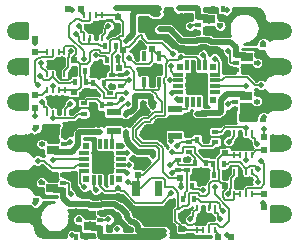
<source format=gbl>
G04 #@! TF.GenerationSoftware,KiCad,Pcbnew,(2018-02-05 revision d1a45d147)-makepkg*
G04 #@! TF.CreationDate,2018-03-20T19:43:10-04:00*
G04 #@! TF.ProjectId,6s4in1,367334696E312E6B696361645F706362,rev?*
G04 #@! TF.SameCoordinates,Original*
G04 #@! TF.FileFunction,Copper,L2,Bot,Signal*
G04 #@! TF.FilePolarity,Positive*
%FSLAX46Y46*%
G04 Gerber Fmt 4.6, Leading zero omitted, Abs format (unit mm)*
G04 Created by KiCad (PCBNEW (2018-02-05 revision d1a45d147)-makepkg) date 03/20/18 19:43:10*
%MOMM*%
%LPD*%
G01*
G04 APERTURE LIST*
%ADD10C,0.100000*%
%ADD11C,1.100000*%
%ADD12C,1.500000*%
%ADD13C,0.500000*%
%ADD14R,0.400000X0.900000*%
%ADD15R,0.400000X0.600000*%
%ADD16R,0.500000X0.600000*%
%ADD17R,0.600000X0.500000*%
%ADD18C,0.600000*%
%ADD19R,0.600000X0.600000*%
%ADD20R,0.300000X0.900000*%
%ADD21R,1.800000X1.800000*%
%ADD22R,0.900000X0.300000*%
%ADD23R,0.470000X0.350000*%
%ADD24R,1.050000X0.770000*%
%ADD25R,1.200000X0.600000*%
%ADD26R,0.600000X0.400000*%
%ADD27R,0.250000X0.500000*%
%ADD28R,1.600000X0.480000*%
%ADD29C,0.508000*%
%ADD30C,0.152400*%
%ADD31C,0.470000*%
%ADD32C,0.254000*%
G04 APERTURE END LIST*
D10*
G36*
X19651173Y-34000795D02*
X19667190Y-34003170D01*
X19682897Y-34007105D01*
X19698143Y-34012560D01*
X19712780Y-34019483D01*
X19726669Y-34027808D01*
X19739675Y-34037453D01*
X19751673Y-34048327D01*
X19762547Y-34060325D01*
X19772192Y-34073331D01*
X19780517Y-34087220D01*
X19787440Y-34101857D01*
X19792895Y-34117103D01*
X19796830Y-34132810D01*
X19799205Y-34148827D01*
X19800000Y-34165000D01*
X19800000Y-35335000D01*
X19799205Y-35351173D01*
X19796830Y-35367190D01*
X19792895Y-35382897D01*
X19787440Y-35398143D01*
X19780517Y-35412780D01*
X19772192Y-35426669D01*
X19762547Y-35439675D01*
X19751673Y-35451673D01*
X19739675Y-35462547D01*
X19726669Y-35472192D01*
X19712780Y-35480517D01*
X19698143Y-35487440D01*
X19682897Y-35492895D01*
X19667190Y-35496830D01*
X19651173Y-35499205D01*
X19635000Y-35500000D01*
X18865000Y-35500000D01*
X18848827Y-35499205D01*
X18832810Y-35496830D01*
X18817103Y-35492895D01*
X18801857Y-35487440D01*
X18787220Y-35480517D01*
X18773331Y-35472192D01*
X18760325Y-35462547D01*
X18748327Y-35451673D01*
X18737453Y-35439675D01*
X18727808Y-35426669D01*
X18719483Y-35412780D01*
X18712560Y-35398143D01*
X18707105Y-35382897D01*
X18703170Y-35367190D01*
X18700795Y-35351173D01*
X18700000Y-35335000D01*
X18700000Y-34165000D01*
X18700795Y-34148827D01*
X18703170Y-34132810D01*
X18707105Y-34117103D01*
X18712560Y-34101857D01*
X18719483Y-34087220D01*
X18727808Y-34073331D01*
X18737453Y-34060325D01*
X18748327Y-34048327D01*
X18760325Y-34037453D01*
X18773331Y-34027808D01*
X18787220Y-34019483D01*
X18801857Y-34012560D01*
X18817103Y-34007105D01*
X18832810Y-34003170D01*
X18848827Y-34000795D01*
X18865000Y-34000000D01*
X19635000Y-34000000D01*
X19651173Y-34000795D01*
X19651173Y-34000795D01*
G37*
D11*
X19250000Y-34750000D03*
D12*
X18700000Y-34750000D03*
D13*
X19550000Y-34250000D03*
X19550000Y-35250000D03*
D10*
G36*
X19651173Y-37000795D02*
X19667190Y-37003170D01*
X19682897Y-37007105D01*
X19698143Y-37012560D01*
X19712780Y-37019483D01*
X19726669Y-37027808D01*
X19739675Y-37037453D01*
X19751673Y-37048327D01*
X19762547Y-37060325D01*
X19772192Y-37073331D01*
X19780517Y-37087220D01*
X19787440Y-37101857D01*
X19792895Y-37117103D01*
X19796830Y-37132810D01*
X19799205Y-37148827D01*
X19800000Y-37165000D01*
X19800000Y-38335000D01*
X19799205Y-38351173D01*
X19796830Y-38367190D01*
X19792895Y-38382897D01*
X19787440Y-38398143D01*
X19780517Y-38412780D01*
X19772192Y-38426669D01*
X19762547Y-38439675D01*
X19751673Y-38451673D01*
X19739675Y-38462547D01*
X19726669Y-38472192D01*
X19712780Y-38480517D01*
X19698143Y-38487440D01*
X19682897Y-38492895D01*
X19667190Y-38496830D01*
X19651173Y-38499205D01*
X19635000Y-38500000D01*
X18865000Y-38500000D01*
X18848827Y-38499205D01*
X18832810Y-38496830D01*
X18817103Y-38492895D01*
X18801857Y-38487440D01*
X18787220Y-38480517D01*
X18773331Y-38472192D01*
X18760325Y-38462547D01*
X18748327Y-38451673D01*
X18737453Y-38439675D01*
X18727808Y-38426669D01*
X18719483Y-38412780D01*
X18712560Y-38398143D01*
X18707105Y-38382897D01*
X18703170Y-38367190D01*
X18700795Y-38351173D01*
X18700000Y-38335000D01*
X18700000Y-37165000D01*
X18700795Y-37148827D01*
X18703170Y-37132810D01*
X18707105Y-37117103D01*
X18712560Y-37101857D01*
X18719483Y-37087220D01*
X18727808Y-37073331D01*
X18737453Y-37060325D01*
X18748327Y-37048327D01*
X18760325Y-37037453D01*
X18773331Y-37027808D01*
X18787220Y-37019483D01*
X18801857Y-37012560D01*
X18817103Y-37007105D01*
X18832810Y-37003170D01*
X18848827Y-37000795D01*
X18865000Y-37000000D01*
X19635000Y-37000000D01*
X19651173Y-37000795D01*
X19651173Y-37000795D01*
G37*
D11*
X19250000Y-37750000D03*
D12*
X18700000Y-37750000D03*
D13*
X19550000Y-37250000D03*
X19550000Y-38250000D03*
D10*
G36*
X19651173Y-21500795D02*
X19667190Y-21503170D01*
X19682897Y-21507105D01*
X19698143Y-21512560D01*
X19712780Y-21519483D01*
X19726669Y-21527808D01*
X19739675Y-21537453D01*
X19751673Y-21548327D01*
X19762547Y-21560325D01*
X19772192Y-21573331D01*
X19780517Y-21587220D01*
X19787440Y-21601857D01*
X19792895Y-21617103D01*
X19796830Y-21632810D01*
X19799205Y-21648827D01*
X19800000Y-21665000D01*
X19800000Y-22835000D01*
X19799205Y-22851173D01*
X19796830Y-22867190D01*
X19792895Y-22882897D01*
X19787440Y-22898143D01*
X19780517Y-22912780D01*
X19772192Y-22926669D01*
X19762547Y-22939675D01*
X19751673Y-22951673D01*
X19739675Y-22962547D01*
X19726669Y-22972192D01*
X19712780Y-22980517D01*
X19698143Y-22987440D01*
X19682897Y-22992895D01*
X19667190Y-22996830D01*
X19651173Y-22999205D01*
X19635000Y-23000000D01*
X18865000Y-23000000D01*
X18848827Y-22999205D01*
X18832810Y-22996830D01*
X18817103Y-22992895D01*
X18801857Y-22987440D01*
X18787220Y-22980517D01*
X18773331Y-22972192D01*
X18760325Y-22962547D01*
X18748327Y-22951673D01*
X18737453Y-22939675D01*
X18727808Y-22926669D01*
X18719483Y-22912780D01*
X18712560Y-22898143D01*
X18707105Y-22882897D01*
X18703170Y-22867190D01*
X18700795Y-22851173D01*
X18700000Y-22835000D01*
X18700000Y-21665000D01*
X18700795Y-21648827D01*
X18703170Y-21632810D01*
X18707105Y-21617103D01*
X18712560Y-21601857D01*
X18719483Y-21587220D01*
X18727808Y-21573331D01*
X18737453Y-21560325D01*
X18748327Y-21548327D01*
X18760325Y-21537453D01*
X18773331Y-21527808D01*
X18787220Y-21519483D01*
X18801857Y-21512560D01*
X18817103Y-21507105D01*
X18832810Y-21503170D01*
X18848827Y-21500795D01*
X18865000Y-21500000D01*
X19635000Y-21500000D01*
X19651173Y-21500795D01*
X19651173Y-21500795D01*
G37*
D11*
X19250000Y-22250000D03*
D12*
X18700000Y-22250000D03*
D13*
X19550000Y-22750000D03*
X19550000Y-21750000D03*
D14*
X30840000Y-24370000D03*
X29540000Y-24370000D03*
X30840000Y-26570000D03*
X30190000Y-26570000D03*
X29540000Y-26570000D03*
D15*
X25454000Y-25581000D03*
X24554000Y-25581000D03*
D16*
X23640000Y-24670000D03*
X23640000Y-25770000D03*
D15*
X24610000Y-26530000D03*
X23710000Y-26530000D03*
D17*
X23600000Y-27440000D03*
X24700000Y-27440000D03*
D10*
G36*
X30065081Y-37010240D02*
X30069915Y-37010957D01*
X30074656Y-37012144D01*
X30079258Y-37013791D01*
X30083676Y-37015880D01*
X30087867Y-37018393D01*
X30091793Y-37021304D01*
X30095414Y-37024586D01*
X30098696Y-37028207D01*
X30101607Y-37032133D01*
X30104120Y-37036324D01*
X30106209Y-37040742D01*
X30107856Y-37045344D01*
X30109043Y-37050085D01*
X30109760Y-37054919D01*
X30110000Y-37059800D01*
X30110000Y-38260200D01*
X30109760Y-38265081D01*
X30109043Y-38269915D01*
X30107856Y-38274656D01*
X30106209Y-38279258D01*
X30104120Y-38283676D01*
X30101607Y-38287867D01*
X30098696Y-38291793D01*
X30095414Y-38295414D01*
X30091793Y-38298696D01*
X30087867Y-38301607D01*
X30083676Y-38304120D01*
X30079258Y-38306209D01*
X30074656Y-38307856D01*
X30069915Y-38309043D01*
X30065081Y-38309760D01*
X30060200Y-38310000D01*
X29559800Y-38310000D01*
X29554919Y-38309760D01*
X29550085Y-38309043D01*
X29545344Y-38307856D01*
X29540742Y-38306209D01*
X29536324Y-38304120D01*
X29532133Y-38301607D01*
X29528207Y-38298696D01*
X29524586Y-38295414D01*
X29521304Y-38291793D01*
X29518393Y-38287867D01*
X29515880Y-38283676D01*
X29513791Y-38279258D01*
X29512144Y-38274656D01*
X29510957Y-38269915D01*
X29510240Y-38265081D01*
X29510000Y-38260200D01*
X29510000Y-37059800D01*
X29510240Y-37054919D01*
X29510957Y-37050085D01*
X29512144Y-37045344D01*
X29513791Y-37040742D01*
X29515880Y-37036324D01*
X29518393Y-37032133D01*
X29521304Y-37028207D01*
X29524586Y-37024586D01*
X29528207Y-37021304D01*
X29532133Y-37018393D01*
X29536324Y-37015880D01*
X29540742Y-37013791D01*
X29545344Y-37012144D01*
X29550085Y-37010957D01*
X29554919Y-37010240D01*
X29559800Y-37010000D01*
X30060200Y-37010000D01*
X30065081Y-37010240D01*
X30065081Y-37010240D01*
G37*
D18*
X29810000Y-37660000D03*
D10*
G36*
X31015081Y-34910240D02*
X31019915Y-34910957D01*
X31024656Y-34912144D01*
X31029258Y-34913791D01*
X31033676Y-34915880D01*
X31037867Y-34918393D01*
X31041793Y-34921304D01*
X31045414Y-34924586D01*
X31048696Y-34928207D01*
X31051607Y-34932133D01*
X31054120Y-34936324D01*
X31056209Y-34940742D01*
X31057856Y-34945344D01*
X31059043Y-34950085D01*
X31059760Y-34954919D01*
X31060000Y-34959800D01*
X31060000Y-36160200D01*
X31059760Y-36165081D01*
X31059043Y-36169915D01*
X31057856Y-36174656D01*
X31056209Y-36179258D01*
X31054120Y-36183676D01*
X31051607Y-36187867D01*
X31048696Y-36191793D01*
X31045414Y-36195414D01*
X31041793Y-36198696D01*
X31037867Y-36201607D01*
X31033676Y-36204120D01*
X31029258Y-36206209D01*
X31024656Y-36207856D01*
X31019915Y-36209043D01*
X31015081Y-36209760D01*
X31010200Y-36210000D01*
X30509800Y-36210000D01*
X30504919Y-36209760D01*
X30500085Y-36209043D01*
X30495344Y-36207856D01*
X30490742Y-36206209D01*
X30486324Y-36204120D01*
X30482133Y-36201607D01*
X30478207Y-36198696D01*
X30474586Y-36195414D01*
X30471304Y-36191793D01*
X30468393Y-36187867D01*
X30465880Y-36183676D01*
X30463791Y-36179258D01*
X30462144Y-36174656D01*
X30460957Y-36169915D01*
X30460240Y-36165081D01*
X30460000Y-36160200D01*
X30460000Y-34959800D01*
X30460240Y-34954919D01*
X30460957Y-34950085D01*
X30462144Y-34945344D01*
X30463791Y-34940742D01*
X30465880Y-34936324D01*
X30468393Y-34932133D01*
X30471304Y-34928207D01*
X30474586Y-34924586D01*
X30478207Y-34921304D01*
X30482133Y-34918393D01*
X30486324Y-34915880D01*
X30490742Y-34913791D01*
X30495344Y-34912144D01*
X30500085Y-34910957D01*
X30504919Y-34910240D01*
X30509800Y-34910000D01*
X31010200Y-34910000D01*
X31015081Y-34910240D01*
X31015081Y-34910240D01*
G37*
D18*
X30760000Y-35560000D03*
D10*
G36*
X29115081Y-34910240D02*
X29119915Y-34910957D01*
X29124656Y-34912144D01*
X29129258Y-34913791D01*
X29133676Y-34915880D01*
X29137867Y-34918393D01*
X29141793Y-34921304D01*
X29145414Y-34924586D01*
X29148696Y-34928207D01*
X29151607Y-34932133D01*
X29154120Y-34936324D01*
X29156209Y-34940742D01*
X29157856Y-34945344D01*
X29159043Y-34950085D01*
X29159760Y-34954919D01*
X29160000Y-34959800D01*
X29160000Y-36160200D01*
X29159760Y-36165081D01*
X29159043Y-36169915D01*
X29157856Y-36174656D01*
X29156209Y-36179258D01*
X29154120Y-36183676D01*
X29151607Y-36187867D01*
X29148696Y-36191793D01*
X29145414Y-36195414D01*
X29141793Y-36198696D01*
X29137867Y-36201607D01*
X29133676Y-36204120D01*
X29129258Y-36206209D01*
X29124656Y-36207856D01*
X29119915Y-36209043D01*
X29115081Y-36209760D01*
X29110200Y-36210000D01*
X28609800Y-36210000D01*
X28604919Y-36209760D01*
X28600085Y-36209043D01*
X28595344Y-36207856D01*
X28590742Y-36206209D01*
X28586324Y-36204120D01*
X28582133Y-36201607D01*
X28578207Y-36198696D01*
X28574586Y-36195414D01*
X28571304Y-36191793D01*
X28568393Y-36187867D01*
X28565880Y-36183676D01*
X28563791Y-36179258D01*
X28562144Y-36174656D01*
X28560957Y-36169915D01*
X28560240Y-36165081D01*
X28560000Y-36160200D01*
X28560000Y-34959800D01*
X28560240Y-34954919D01*
X28560957Y-34950085D01*
X28562144Y-34945344D01*
X28563791Y-34940742D01*
X28565880Y-34936324D01*
X28568393Y-34932133D01*
X28571304Y-34928207D01*
X28574586Y-34924586D01*
X28578207Y-34921304D01*
X28582133Y-34918393D01*
X28586324Y-34915880D01*
X28590742Y-34913791D01*
X28595344Y-34912144D01*
X28600085Y-34910957D01*
X28604919Y-34910240D01*
X28609800Y-34910000D01*
X29110200Y-34910000D01*
X29115081Y-34910240D01*
X29115081Y-34910240D01*
G37*
D18*
X28860000Y-35560000D03*
D19*
X27440000Y-34730000D03*
D20*
X26790000Y-34880000D03*
D21*
X26040000Y-33330000D03*
D22*
X27590000Y-34080000D03*
X27590000Y-33580000D03*
X27590000Y-33080000D03*
X27590000Y-32580000D03*
X24490000Y-34080000D03*
X24490000Y-33580000D03*
X24490000Y-33080000D03*
X24490000Y-32580000D03*
D20*
X26790000Y-31780000D03*
X26290000Y-34880000D03*
X26290000Y-31780000D03*
X25790000Y-34880000D03*
X25790000Y-31780000D03*
X25290000Y-34880000D03*
X25290000Y-31780000D03*
D19*
X27440000Y-31930000D03*
X24640000Y-34730000D03*
X24640000Y-31930000D03*
D23*
X24025000Y-37610000D03*
X24025000Y-38260000D03*
X24025000Y-38910000D03*
X25855000Y-37610000D03*
X25855000Y-38260000D03*
X25855000Y-38910000D03*
D24*
X24940000Y-37775000D03*
X24940000Y-38745000D03*
D23*
X20865000Y-34430000D03*
X20865000Y-35080000D03*
X20865000Y-35730000D03*
X22695000Y-34430000D03*
X22695000Y-35080000D03*
X22695000Y-35730000D03*
D24*
X21780000Y-34595000D03*
X21780000Y-35565000D03*
D23*
X20905000Y-31140000D03*
X20905000Y-31790000D03*
X20905000Y-32440000D03*
X22735000Y-31140000D03*
X22735000Y-31790000D03*
X22735000Y-32440000D03*
D24*
X21820000Y-31305000D03*
X21820000Y-32275000D03*
D10*
G36*
X19651173Y-31000795D02*
X19667190Y-31003170D01*
X19682897Y-31007105D01*
X19698143Y-31012560D01*
X19712780Y-31019483D01*
X19726669Y-31027808D01*
X19739675Y-31037453D01*
X19751673Y-31048327D01*
X19762547Y-31060325D01*
X19772192Y-31073331D01*
X19780517Y-31087220D01*
X19787440Y-31101857D01*
X19792895Y-31117103D01*
X19796830Y-31132810D01*
X19799205Y-31148827D01*
X19800000Y-31165000D01*
X19800000Y-32335000D01*
X19799205Y-32351173D01*
X19796830Y-32367190D01*
X19792895Y-32382897D01*
X19787440Y-32398143D01*
X19780517Y-32412780D01*
X19772192Y-32426669D01*
X19762547Y-32439675D01*
X19751673Y-32451673D01*
X19739675Y-32462547D01*
X19726669Y-32472192D01*
X19712780Y-32480517D01*
X19698143Y-32487440D01*
X19682897Y-32492895D01*
X19667190Y-32496830D01*
X19651173Y-32499205D01*
X19635000Y-32500000D01*
X18865000Y-32500000D01*
X18848827Y-32499205D01*
X18832810Y-32496830D01*
X18817103Y-32492895D01*
X18801857Y-32487440D01*
X18787220Y-32480517D01*
X18773331Y-32472192D01*
X18760325Y-32462547D01*
X18748327Y-32451673D01*
X18737453Y-32439675D01*
X18727808Y-32426669D01*
X18719483Y-32412780D01*
X18712560Y-32398143D01*
X18707105Y-32382897D01*
X18703170Y-32367190D01*
X18700795Y-32351173D01*
X18700000Y-32335000D01*
X18700000Y-31165000D01*
X18700795Y-31148827D01*
X18703170Y-31132810D01*
X18707105Y-31117103D01*
X18712560Y-31101857D01*
X18719483Y-31087220D01*
X18727808Y-31073331D01*
X18737453Y-31060325D01*
X18748327Y-31048327D01*
X18760325Y-31037453D01*
X18773331Y-31027808D01*
X18787220Y-31019483D01*
X18801857Y-31012560D01*
X18817103Y-31007105D01*
X18832810Y-31003170D01*
X18848827Y-31000795D01*
X18865000Y-31000000D01*
X19635000Y-31000000D01*
X19651173Y-31000795D01*
X19651173Y-31000795D01*
G37*
D11*
X19250000Y-31750000D03*
D12*
X18700000Y-31750000D03*
D13*
X19550000Y-31250000D03*
X19550000Y-32250000D03*
D25*
X26975000Y-30700000D03*
D10*
G36*
X41151173Y-37000795D02*
X41167190Y-37003170D01*
X41182897Y-37007105D01*
X41198143Y-37012560D01*
X41212780Y-37019483D01*
X41226669Y-37027808D01*
X41239675Y-37037453D01*
X41251673Y-37048327D01*
X41262547Y-37060325D01*
X41272192Y-37073331D01*
X41280517Y-37087220D01*
X41287440Y-37101857D01*
X41292895Y-37117103D01*
X41296830Y-37132810D01*
X41299205Y-37148827D01*
X41300000Y-37165000D01*
X41300000Y-38335000D01*
X41299205Y-38351173D01*
X41296830Y-38367190D01*
X41292895Y-38382897D01*
X41287440Y-38398143D01*
X41280517Y-38412780D01*
X41272192Y-38426669D01*
X41262547Y-38439675D01*
X41251673Y-38451673D01*
X41239675Y-38462547D01*
X41226669Y-38472192D01*
X41212780Y-38480517D01*
X41198143Y-38487440D01*
X41182897Y-38492895D01*
X41167190Y-38496830D01*
X41151173Y-38499205D01*
X41135000Y-38500000D01*
X40365000Y-38500000D01*
X40348827Y-38499205D01*
X40332810Y-38496830D01*
X40317103Y-38492895D01*
X40301857Y-38487440D01*
X40287220Y-38480517D01*
X40273331Y-38472192D01*
X40260325Y-38462547D01*
X40248327Y-38451673D01*
X40237453Y-38439675D01*
X40227808Y-38426669D01*
X40219483Y-38412780D01*
X40212560Y-38398143D01*
X40207105Y-38382897D01*
X40203170Y-38367190D01*
X40200795Y-38351173D01*
X40200000Y-38335000D01*
X40200000Y-37165000D01*
X40200795Y-37148827D01*
X40203170Y-37132810D01*
X40207105Y-37117103D01*
X40212560Y-37101857D01*
X40219483Y-37087220D01*
X40227808Y-37073331D01*
X40237453Y-37060325D01*
X40248327Y-37048327D01*
X40260325Y-37037453D01*
X40273331Y-37027808D01*
X40287220Y-37019483D01*
X40301857Y-37012560D01*
X40317103Y-37007105D01*
X40332810Y-37003170D01*
X40348827Y-37000795D01*
X40365000Y-37000000D01*
X41135000Y-37000000D01*
X41151173Y-37000795D01*
X41151173Y-37000795D01*
G37*
D11*
X40750000Y-37750000D03*
D12*
X41300000Y-37750000D03*
D13*
X40450000Y-37250000D03*
X40450000Y-38250000D03*
D10*
G36*
X41151173Y-34000795D02*
X41167190Y-34003170D01*
X41182897Y-34007105D01*
X41198143Y-34012560D01*
X41212780Y-34019483D01*
X41226669Y-34027808D01*
X41239675Y-34037453D01*
X41251673Y-34048327D01*
X41262547Y-34060325D01*
X41272192Y-34073331D01*
X41280517Y-34087220D01*
X41287440Y-34101857D01*
X41292895Y-34117103D01*
X41296830Y-34132810D01*
X41299205Y-34148827D01*
X41300000Y-34165000D01*
X41300000Y-35335000D01*
X41299205Y-35351173D01*
X41296830Y-35367190D01*
X41292895Y-35382897D01*
X41287440Y-35398143D01*
X41280517Y-35412780D01*
X41272192Y-35426669D01*
X41262547Y-35439675D01*
X41251673Y-35451673D01*
X41239675Y-35462547D01*
X41226669Y-35472192D01*
X41212780Y-35480517D01*
X41198143Y-35487440D01*
X41182897Y-35492895D01*
X41167190Y-35496830D01*
X41151173Y-35499205D01*
X41135000Y-35500000D01*
X40365000Y-35500000D01*
X40348827Y-35499205D01*
X40332810Y-35496830D01*
X40317103Y-35492895D01*
X40301857Y-35487440D01*
X40287220Y-35480517D01*
X40273331Y-35472192D01*
X40260325Y-35462547D01*
X40248327Y-35451673D01*
X40237453Y-35439675D01*
X40227808Y-35426669D01*
X40219483Y-35412780D01*
X40212560Y-35398143D01*
X40207105Y-35382897D01*
X40203170Y-35367190D01*
X40200795Y-35351173D01*
X40200000Y-35335000D01*
X40200000Y-34165000D01*
X40200795Y-34148827D01*
X40203170Y-34132810D01*
X40207105Y-34117103D01*
X40212560Y-34101857D01*
X40219483Y-34087220D01*
X40227808Y-34073331D01*
X40237453Y-34060325D01*
X40248327Y-34048327D01*
X40260325Y-34037453D01*
X40273331Y-34027808D01*
X40287220Y-34019483D01*
X40301857Y-34012560D01*
X40317103Y-34007105D01*
X40332810Y-34003170D01*
X40348827Y-34000795D01*
X40365000Y-34000000D01*
X41135000Y-34000000D01*
X41151173Y-34000795D01*
X41151173Y-34000795D01*
G37*
D11*
X40750000Y-34750000D03*
D12*
X41300000Y-34750000D03*
D13*
X40450000Y-34250000D03*
X40450000Y-35250000D03*
D10*
G36*
X41151173Y-31000795D02*
X41167190Y-31003170D01*
X41182897Y-31007105D01*
X41198143Y-31012560D01*
X41212780Y-31019483D01*
X41226669Y-31027808D01*
X41239675Y-31037453D01*
X41251673Y-31048327D01*
X41262547Y-31060325D01*
X41272192Y-31073331D01*
X41280517Y-31087220D01*
X41287440Y-31101857D01*
X41292895Y-31117103D01*
X41296830Y-31132810D01*
X41299205Y-31148827D01*
X41300000Y-31165000D01*
X41300000Y-32335000D01*
X41299205Y-32351173D01*
X41296830Y-32367190D01*
X41292895Y-32382897D01*
X41287440Y-32398143D01*
X41280517Y-32412780D01*
X41272192Y-32426669D01*
X41262547Y-32439675D01*
X41251673Y-32451673D01*
X41239675Y-32462547D01*
X41226669Y-32472192D01*
X41212780Y-32480517D01*
X41198143Y-32487440D01*
X41182897Y-32492895D01*
X41167190Y-32496830D01*
X41151173Y-32499205D01*
X41135000Y-32500000D01*
X40365000Y-32500000D01*
X40348827Y-32499205D01*
X40332810Y-32496830D01*
X40317103Y-32492895D01*
X40301857Y-32487440D01*
X40287220Y-32480517D01*
X40273331Y-32472192D01*
X40260325Y-32462547D01*
X40248327Y-32451673D01*
X40237453Y-32439675D01*
X40227808Y-32426669D01*
X40219483Y-32412780D01*
X40212560Y-32398143D01*
X40207105Y-32382897D01*
X40203170Y-32367190D01*
X40200795Y-32351173D01*
X40200000Y-32335000D01*
X40200000Y-31165000D01*
X40200795Y-31148827D01*
X40203170Y-31132810D01*
X40207105Y-31117103D01*
X40212560Y-31101857D01*
X40219483Y-31087220D01*
X40227808Y-31073331D01*
X40237453Y-31060325D01*
X40248327Y-31048327D01*
X40260325Y-31037453D01*
X40273331Y-31027808D01*
X40287220Y-31019483D01*
X40301857Y-31012560D01*
X40317103Y-31007105D01*
X40332810Y-31003170D01*
X40348827Y-31000795D01*
X40365000Y-31000000D01*
X41135000Y-31000000D01*
X41151173Y-31000795D01*
X41151173Y-31000795D01*
G37*
D11*
X40750000Y-31750000D03*
D12*
X41300000Y-31750000D03*
D13*
X40450000Y-31250000D03*
X40450000Y-32250000D03*
D25*
X32160000Y-31120000D03*
D10*
G36*
X19651173Y-24500795D02*
X19667190Y-24503170D01*
X19682897Y-24507105D01*
X19698143Y-24512560D01*
X19712780Y-24519483D01*
X19726669Y-24527808D01*
X19739675Y-24537453D01*
X19751673Y-24548327D01*
X19762547Y-24560325D01*
X19772192Y-24573331D01*
X19780517Y-24587220D01*
X19787440Y-24601857D01*
X19792895Y-24617103D01*
X19796830Y-24632810D01*
X19799205Y-24648827D01*
X19800000Y-24665000D01*
X19800000Y-25835000D01*
X19799205Y-25851173D01*
X19796830Y-25867190D01*
X19792895Y-25882897D01*
X19787440Y-25898143D01*
X19780517Y-25912780D01*
X19772192Y-25926669D01*
X19762547Y-25939675D01*
X19751673Y-25951673D01*
X19739675Y-25962547D01*
X19726669Y-25972192D01*
X19712780Y-25980517D01*
X19698143Y-25987440D01*
X19682897Y-25992895D01*
X19667190Y-25996830D01*
X19651173Y-25999205D01*
X19635000Y-26000000D01*
X18865000Y-26000000D01*
X18848827Y-25999205D01*
X18832810Y-25996830D01*
X18817103Y-25992895D01*
X18801857Y-25987440D01*
X18787220Y-25980517D01*
X18773331Y-25972192D01*
X18760325Y-25962547D01*
X18748327Y-25951673D01*
X18737453Y-25939675D01*
X18727808Y-25926669D01*
X18719483Y-25912780D01*
X18712560Y-25898143D01*
X18707105Y-25882897D01*
X18703170Y-25867190D01*
X18700795Y-25851173D01*
X18700000Y-25835000D01*
X18700000Y-24665000D01*
X18700795Y-24648827D01*
X18703170Y-24632810D01*
X18707105Y-24617103D01*
X18712560Y-24601857D01*
X18719483Y-24587220D01*
X18727808Y-24573331D01*
X18737453Y-24560325D01*
X18748327Y-24548327D01*
X18760325Y-24537453D01*
X18773331Y-24527808D01*
X18787220Y-24519483D01*
X18801857Y-24512560D01*
X18817103Y-24507105D01*
X18832810Y-24503170D01*
X18848827Y-24500795D01*
X18865000Y-24500000D01*
X19635000Y-24500000D01*
X19651173Y-24500795D01*
X19651173Y-24500795D01*
G37*
D11*
X19250000Y-25250000D03*
D12*
X18700000Y-25250000D03*
D13*
X19550000Y-25750000D03*
X19550000Y-24750000D03*
D10*
G36*
X19651173Y-27500795D02*
X19667190Y-27503170D01*
X19682897Y-27507105D01*
X19698143Y-27512560D01*
X19712780Y-27519483D01*
X19726669Y-27527808D01*
X19739675Y-27537453D01*
X19751673Y-27548327D01*
X19762547Y-27560325D01*
X19772192Y-27573331D01*
X19780517Y-27587220D01*
X19787440Y-27601857D01*
X19792895Y-27617103D01*
X19796830Y-27632810D01*
X19799205Y-27648827D01*
X19800000Y-27665000D01*
X19800000Y-28835000D01*
X19799205Y-28851173D01*
X19796830Y-28867190D01*
X19792895Y-28882897D01*
X19787440Y-28898143D01*
X19780517Y-28912780D01*
X19772192Y-28926669D01*
X19762547Y-28939675D01*
X19751673Y-28951673D01*
X19739675Y-28962547D01*
X19726669Y-28972192D01*
X19712780Y-28980517D01*
X19698143Y-28987440D01*
X19682897Y-28992895D01*
X19667190Y-28996830D01*
X19651173Y-28999205D01*
X19635000Y-29000000D01*
X18865000Y-29000000D01*
X18848827Y-28999205D01*
X18832810Y-28996830D01*
X18817103Y-28992895D01*
X18801857Y-28987440D01*
X18787220Y-28980517D01*
X18773331Y-28972192D01*
X18760325Y-28962547D01*
X18748327Y-28951673D01*
X18737453Y-28939675D01*
X18727808Y-28926669D01*
X18719483Y-28912780D01*
X18712560Y-28898143D01*
X18707105Y-28882897D01*
X18703170Y-28867190D01*
X18700795Y-28851173D01*
X18700000Y-28835000D01*
X18700000Y-27665000D01*
X18700795Y-27648827D01*
X18703170Y-27632810D01*
X18707105Y-27617103D01*
X18712560Y-27601857D01*
X18719483Y-27587220D01*
X18727808Y-27573331D01*
X18737453Y-27560325D01*
X18748327Y-27548327D01*
X18760325Y-27537453D01*
X18773331Y-27527808D01*
X18787220Y-27519483D01*
X18801857Y-27512560D01*
X18817103Y-27507105D01*
X18832810Y-27503170D01*
X18848827Y-27500795D01*
X18865000Y-27500000D01*
X19635000Y-27500000D01*
X19651173Y-27500795D01*
X19651173Y-27500795D01*
G37*
D11*
X19250000Y-28250000D03*
D12*
X18700000Y-28250000D03*
D13*
X19550000Y-28750000D03*
X19550000Y-27750000D03*
D25*
X26975000Y-29125000D03*
D23*
X39135000Y-25570000D03*
X39135000Y-24920000D03*
X39135000Y-24270000D03*
X37305000Y-25570000D03*
X37305000Y-24920000D03*
X37305000Y-24270000D03*
D24*
X38220000Y-25405000D03*
X38220000Y-24435000D03*
D10*
G36*
X41151173Y-21500795D02*
X41167190Y-21503170D01*
X41182897Y-21507105D01*
X41198143Y-21512560D01*
X41212780Y-21519483D01*
X41226669Y-21527808D01*
X41239675Y-21537453D01*
X41251673Y-21548327D01*
X41262547Y-21560325D01*
X41272192Y-21573331D01*
X41280517Y-21587220D01*
X41287440Y-21601857D01*
X41292895Y-21617103D01*
X41296830Y-21632810D01*
X41299205Y-21648827D01*
X41300000Y-21665000D01*
X41300000Y-22835000D01*
X41299205Y-22851173D01*
X41296830Y-22867190D01*
X41292895Y-22882897D01*
X41287440Y-22898143D01*
X41280517Y-22912780D01*
X41272192Y-22926669D01*
X41262547Y-22939675D01*
X41251673Y-22951673D01*
X41239675Y-22962547D01*
X41226669Y-22972192D01*
X41212780Y-22980517D01*
X41198143Y-22987440D01*
X41182897Y-22992895D01*
X41167190Y-22996830D01*
X41151173Y-22999205D01*
X41135000Y-23000000D01*
X40365000Y-23000000D01*
X40348827Y-22999205D01*
X40332810Y-22996830D01*
X40317103Y-22992895D01*
X40301857Y-22987440D01*
X40287220Y-22980517D01*
X40273331Y-22972192D01*
X40260325Y-22962547D01*
X40248327Y-22951673D01*
X40237453Y-22939675D01*
X40227808Y-22926669D01*
X40219483Y-22912780D01*
X40212560Y-22898143D01*
X40207105Y-22882897D01*
X40203170Y-22867190D01*
X40200795Y-22851173D01*
X40200000Y-22835000D01*
X40200000Y-21665000D01*
X40200795Y-21648827D01*
X40203170Y-21632810D01*
X40207105Y-21617103D01*
X40212560Y-21601857D01*
X40219483Y-21587220D01*
X40227808Y-21573331D01*
X40237453Y-21560325D01*
X40248327Y-21548327D01*
X40260325Y-21537453D01*
X40273331Y-21527808D01*
X40287220Y-21519483D01*
X40301857Y-21512560D01*
X40317103Y-21507105D01*
X40332810Y-21503170D01*
X40348827Y-21500795D01*
X40365000Y-21500000D01*
X41135000Y-21500000D01*
X41151173Y-21500795D01*
X41151173Y-21500795D01*
G37*
D11*
X40750000Y-22250000D03*
D12*
X41300000Y-22250000D03*
D13*
X40450000Y-22750000D03*
X40450000Y-21750000D03*
D10*
G36*
X41151173Y-24500795D02*
X41167190Y-24503170D01*
X41182897Y-24507105D01*
X41198143Y-24512560D01*
X41212780Y-24519483D01*
X41226669Y-24527808D01*
X41239675Y-24537453D01*
X41251673Y-24548327D01*
X41262547Y-24560325D01*
X41272192Y-24573331D01*
X41280517Y-24587220D01*
X41287440Y-24601857D01*
X41292895Y-24617103D01*
X41296830Y-24632810D01*
X41299205Y-24648827D01*
X41300000Y-24665000D01*
X41300000Y-25835000D01*
X41299205Y-25851173D01*
X41296830Y-25867190D01*
X41292895Y-25882897D01*
X41287440Y-25898143D01*
X41280517Y-25912780D01*
X41272192Y-25926669D01*
X41262547Y-25939675D01*
X41251673Y-25951673D01*
X41239675Y-25962547D01*
X41226669Y-25972192D01*
X41212780Y-25980517D01*
X41198143Y-25987440D01*
X41182897Y-25992895D01*
X41167190Y-25996830D01*
X41151173Y-25999205D01*
X41135000Y-26000000D01*
X40365000Y-26000000D01*
X40348827Y-25999205D01*
X40332810Y-25996830D01*
X40317103Y-25992895D01*
X40301857Y-25987440D01*
X40287220Y-25980517D01*
X40273331Y-25972192D01*
X40260325Y-25962547D01*
X40248327Y-25951673D01*
X40237453Y-25939675D01*
X40227808Y-25926669D01*
X40219483Y-25912780D01*
X40212560Y-25898143D01*
X40207105Y-25882897D01*
X40203170Y-25867190D01*
X40200795Y-25851173D01*
X40200000Y-25835000D01*
X40200000Y-24665000D01*
X40200795Y-24648827D01*
X40203170Y-24632810D01*
X40207105Y-24617103D01*
X40212560Y-24601857D01*
X40219483Y-24587220D01*
X40227808Y-24573331D01*
X40237453Y-24560325D01*
X40248327Y-24548327D01*
X40260325Y-24537453D01*
X40273331Y-24527808D01*
X40287220Y-24519483D01*
X40301857Y-24512560D01*
X40317103Y-24507105D01*
X40332810Y-24503170D01*
X40348827Y-24500795D01*
X40365000Y-24500000D01*
X41135000Y-24500000D01*
X41151173Y-24500795D01*
X41151173Y-24500795D01*
G37*
D11*
X40750000Y-25250000D03*
D12*
X41300000Y-25250000D03*
D13*
X40450000Y-25750000D03*
X40450000Y-24750000D03*
D10*
G36*
X41151173Y-27500795D02*
X41167190Y-27503170D01*
X41182897Y-27507105D01*
X41198143Y-27512560D01*
X41212780Y-27519483D01*
X41226669Y-27527808D01*
X41239675Y-27537453D01*
X41251673Y-27548327D01*
X41262547Y-27560325D01*
X41272192Y-27573331D01*
X41280517Y-27587220D01*
X41287440Y-27601857D01*
X41292895Y-27617103D01*
X41296830Y-27632810D01*
X41299205Y-27648827D01*
X41300000Y-27665000D01*
X41300000Y-28835000D01*
X41299205Y-28851173D01*
X41296830Y-28867190D01*
X41292895Y-28882897D01*
X41287440Y-28898143D01*
X41280517Y-28912780D01*
X41272192Y-28926669D01*
X41262547Y-28939675D01*
X41251673Y-28951673D01*
X41239675Y-28962547D01*
X41226669Y-28972192D01*
X41212780Y-28980517D01*
X41198143Y-28987440D01*
X41182897Y-28992895D01*
X41167190Y-28996830D01*
X41151173Y-28999205D01*
X41135000Y-29000000D01*
X40365000Y-29000000D01*
X40348827Y-28999205D01*
X40332810Y-28996830D01*
X40317103Y-28992895D01*
X40301857Y-28987440D01*
X40287220Y-28980517D01*
X40273331Y-28972192D01*
X40260325Y-28962547D01*
X40248327Y-28951673D01*
X40237453Y-28939675D01*
X40227808Y-28926669D01*
X40219483Y-28912780D01*
X40212560Y-28898143D01*
X40207105Y-28882897D01*
X40203170Y-28867190D01*
X40200795Y-28851173D01*
X40200000Y-28835000D01*
X40200000Y-27665000D01*
X40200795Y-27648827D01*
X40203170Y-27632810D01*
X40207105Y-27617103D01*
X40212560Y-27601857D01*
X40219483Y-27587220D01*
X40227808Y-27573331D01*
X40237453Y-27560325D01*
X40248327Y-27548327D01*
X40260325Y-27537453D01*
X40273331Y-27527808D01*
X40287220Y-27519483D01*
X40301857Y-27512560D01*
X40317103Y-27507105D01*
X40332810Y-27503170D01*
X40348827Y-27500795D01*
X40365000Y-27500000D01*
X41135000Y-27500000D01*
X41151173Y-27500795D01*
X41151173Y-27500795D01*
G37*
D11*
X40750000Y-28250000D03*
D12*
X41300000Y-28250000D03*
D13*
X40450000Y-28750000D03*
X40450000Y-27750000D03*
D25*
X32160000Y-28880000D03*
D23*
X35975000Y-22390000D03*
X35975000Y-21740000D03*
X35975000Y-21090000D03*
X34145000Y-22390000D03*
X34145000Y-21740000D03*
X34145000Y-21090000D03*
D24*
X35060000Y-22225000D03*
X35060000Y-21255000D03*
D19*
X32560000Y-25270000D03*
D20*
X33210000Y-25120000D03*
D21*
X33960000Y-26670000D03*
D22*
X32410000Y-25920000D03*
X32410000Y-26420000D03*
X32410000Y-26920000D03*
X32410000Y-27420000D03*
X35510000Y-25920000D03*
X35510000Y-26420000D03*
X35510000Y-26920000D03*
X35510000Y-27420000D03*
D20*
X33210000Y-28220000D03*
X33710000Y-25120000D03*
X33710000Y-28220000D03*
X34210000Y-25120000D03*
X34210000Y-28220000D03*
X34710000Y-25120000D03*
X34710000Y-28220000D03*
D19*
X32560000Y-28070000D03*
X35360000Y-25270000D03*
X35360000Y-28070000D03*
D23*
X39095000Y-28860000D03*
X39095000Y-28210000D03*
X39095000Y-27560000D03*
X37265000Y-28860000D03*
X37265000Y-28210000D03*
X37265000Y-27560000D03*
D24*
X38180000Y-28695000D03*
X38180000Y-27725000D03*
D17*
X27785000Y-23840000D03*
X28885000Y-23840000D03*
D16*
X29030000Y-33310000D03*
X29030000Y-34410000D03*
X30200000Y-22640000D03*
X30200000Y-23740000D03*
D17*
X27400000Y-25360000D03*
X26300000Y-25360000D03*
D16*
X20280000Y-27660000D03*
X20280000Y-28760000D03*
X20330000Y-23970000D03*
X20330000Y-22870000D03*
D17*
X24190000Y-20330000D03*
X23090000Y-20330000D03*
D16*
X27320000Y-21040000D03*
X27320000Y-22140000D03*
D17*
X32600000Y-34640000D03*
X33700000Y-34640000D03*
D16*
X39720000Y-32340000D03*
X39720000Y-31240000D03*
D17*
X36400000Y-32560000D03*
X35300000Y-32560000D03*
D16*
X39670000Y-36030000D03*
X39670000Y-37130000D03*
X36360000Y-35330000D03*
X36360000Y-34230000D03*
D17*
X35810000Y-39670000D03*
X36910000Y-39670000D03*
D16*
X32680000Y-38960000D03*
X32680000Y-37860000D03*
D15*
X27300000Y-24650000D03*
X26400000Y-24650000D03*
D26*
X26650000Y-27510000D03*
X26650000Y-28410000D03*
D15*
X26125000Y-26625000D03*
X25225000Y-26625000D03*
D26*
X27620000Y-26870000D03*
X27620000Y-25970000D03*
X24430000Y-28350000D03*
X24430000Y-29250000D03*
D15*
X27130000Y-23530000D03*
X26230000Y-23530000D03*
D26*
X39595931Y-29740000D03*
X39595931Y-28840000D03*
X39630000Y-23440000D03*
X39630000Y-24340000D03*
D15*
X36240000Y-20360000D03*
X35340000Y-20360000D03*
X32700000Y-35350000D03*
X33600000Y-35350000D03*
D26*
X33350000Y-32490000D03*
X33350000Y-31590000D03*
D15*
X33875000Y-33375000D03*
X34775000Y-33375000D03*
D26*
X32380000Y-33130000D03*
X32380000Y-34030000D03*
X35570000Y-31650000D03*
X35570000Y-30750000D03*
D15*
X35390000Y-33470000D03*
X36290000Y-33470000D03*
X32870000Y-36470000D03*
X33770000Y-36470000D03*
D26*
X20410000Y-30320000D03*
X20410000Y-31220000D03*
X20370000Y-36560000D03*
X20370000Y-35660000D03*
D15*
X23760000Y-39640000D03*
X24660000Y-39640000D03*
D27*
X22840000Y-29160000D03*
X22840000Y-27260000D03*
X22340000Y-29160000D03*
X22340000Y-27260000D03*
X21840000Y-29160000D03*
X21840000Y-27260000D03*
X21340000Y-29160000D03*
X21340000Y-27260000D03*
D28*
X22090000Y-28210000D03*
D27*
X22800000Y-25870000D03*
X22800000Y-23970000D03*
X22300000Y-25870000D03*
X22300000Y-23970000D03*
X21800000Y-25870000D03*
X21800000Y-23970000D03*
X21300000Y-25870000D03*
X21300000Y-23970000D03*
D28*
X22050000Y-24920000D03*
D27*
X25990000Y-22820000D03*
X25990000Y-20920000D03*
X25490000Y-22820000D03*
X25490000Y-20920000D03*
X24990000Y-22820000D03*
X24990000Y-20920000D03*
X24490000Y-22820000D03*
X24490000Y-20920000D03*
D28*
X25240000Y-21870000D03*
D27*
X37160000Y-30840000D03*
X37160000Y-32740000D03*
X37660000Y-30840000D03*
X37660000Y-32740000D03*
X38160000Y-30840000D03*
X38160000Y-32740000D03*
X38660000Y-30840000D03*
X38660000Y-32740000D03*
D28*
X37910000Y-31790000D03*
D27*
X37200000Y-34130000D03*
X37200000Y-36030000D03*
X37700000Y-34130000D03*
X37700000Y-36030000D03*
X38200000Y-34130000D03*
X38200000Y-36030000D03*
X38700000Y-34130000D03*
X38700000Y-36030000D03*
D28*
X37950000Y-35080000D03*
D27*
X34010000Y-37180000D03*
X34010000Y-39080000D03*
X34510000Y-37180000D03*
X34510000Y-39080000D03*
X35010000Y-37180000D03*
X35010000Y-39080000D03*
X35510000Y-37180000D03*
X35510000Y-39080000D03*
D28*
X34760000Y-38130000D03*
D15*
X25090000Y-28540000D03*
X25990000Y-28540000D03*
D26*
X26860000Y-26870000D03*
X26860000Y-25970000D03*
D15*
X34910000Y-31460000D03*
X34010000Y-31460000D03*
X34546000Y-34419000D03*
X35446000Y-34419000D03*
D26*
X33140000Y-33130000D03*
X33140000Y-34030000D03*
D29*
X34653598Y-32560000D03*
X28885000Y-23840000D03*
X29520000Y-25713598D03*
X26733598Y-26903352D03*
X29380182Y-31014698D03*
X29520000Y-30700000D03*
X29689998Y-30470000D03*
X29430458Y-28740000D03*
X29430458Y-28361410D03*
X29030000Y-33310000D03*
X31782750Y-38776150D03*
X32023598Y-39038600D03*
X31797321Y-36685212D03*
X29448641Y-38270890D03*
X29640000Y-38558600D03*
X28360000Y-39038600D03*
X27990000Y-39030000D03*
X33028612Y-22434777D03*
X33478588Y-21153760D03*
X29660000Y-31200000D03*
X32150000Y-30285178D03*
X31780000Y-30285178D03*
X29266400Y-22050000D03*
X29630000Y-22050000D03*
X29266400Y-21441400D03*
X29650000Y-21441400D03*
X34863598Y-30271010D03*
X31875000Y-36975000D03*
X32844081Y-37912287D03*
X29400000Y-37750002D03*
X29100000Y-37750000D03*
X28750000Y-37725000D03*
X29675000Y-37742199D03*
X32657400Y-35445190D03*
X28280000Y-24490000D03*
X27311211Y-24457853D03*
X32688789Y-24425530D03*
X31810000Y-35980000D03*
X27311211Y-35523337D03*
X31990000Y-24150000D03*
X32900000Y-39000000D03*
X28146416Y-34980000D03*
X27293715Y-39030304D03*
X31250000Y-39500000D03*
X30370000Y-28290000D03*
X30335963Y-28641603D03*
X28041216Y-23087390D03*
X28211045Y-22873486D03*
X28049977Y-31225616D03*
X28049977Y-30760000D03*
X30320000Y-32470022D03*
X30760000Y-35560000D03*
X30340000Y-32850000D03*
X31260000Y-39180000D03*
X30820000Y-39160000D03*
X25450000Y-30750000D03*
X30860000Y-22082801D03*
X31250000Y-22082801D03*
X32470000Y-20320000D03*
X32850000Y-20320000D03*
X30750000Y-20775000D03*
X30350000Y-20800000D03*
X28219534Y-29103199D03*
X27981402Y-29308600D03*
X30775000Y-20350000D03*
X30350000Y-20325000D03*
X34050000Y-29246418D03*
X34467660Y-29166254D03*
X30850000Y-39550000D03*
X25850000Y-30750000D03*
X28147646Y-28444887D03*
X38160000Y-29570000D03*
X31853160Y-31567979D03*
X38160000Y-30430000D03*
X21840000Y-30430000D03*
X28248629Y-26421232D03*
X31753452Y-26419999D03*
X31753441Y-33580005D03*
X28246547Y-33580001D03*
X33471004Y-21814127D03*
X36688801Y-28448496D03*
X28087477Y-25780784D03*
X28025416Y-27476412D03*
X27645150Y-28016353D03*
X31845023Y-25236403D03*
X31944463Y-27476104D03*
X31910751Y-34222163D03*
X31909785Y-32494937D03*
X28102462Y-34246174D03*
X28100000Y-32525000D03*
X38159995Y-26853342D03*
X39450000Y-26800000D03*
X35510000Y-24563586D03*
X32350190Y-27997174D03*
X36565140Y-20474429D03*
X39116402Y-28210000D03*
X36668586Y-23950000D03*
X39156401Y-24974413D03*
X35995454Y-21808588D03*
X39231412Y-26060000D03*
X36219664Y-22509900D03*
X34537306Y-24304305D03*
X39650000Y-23243598D03*
X39675639Y-29503986D03*
X36464802Y-25622675D03*
X33266402Y-26902601D03*
X34653598Y-27410000D03*
X33846401Y-25915754D03*
X38159995Y-33146658D03*
X39450000Y-33200000D03*
X35510000Y-35436414D03*
X32350190Y-32002826D03*
X36565140Y-39525571D03*
X39116402Y-31790000D03*
X36703580Y-31598787D03*
X36668586Y-36050000D03*
X39156401Y-35025587D03*
X35995454Y-38191412D03*
X33470423Y-38178044D03*
X39231412Y-33940000D03*
X36219664Y-37490100D03*
X34537306Y-35695695D03*
X39650000Y-36756402D03*
X39669708Y-30556014D03*
X36464802Y-34377325D03*
X33266402Y-33097399D03*
X33846401Y-34084246D03*
X21840005Y-33146658D03*
X20550000Y-33200000D03*
X24490000Y-35436414D03*
X27649810Y-32002826D03*
X23434860Y-39525571D03*
X20883598Y-31790000D03*
X23296420Y-31598787D03*
X23331414Y-36050000D03*
X20843599Y-35025587D03*
X24004546Y-38191412D03*
X26529577Y-38178044D03*
X20768588Y-33940000D03*
X23780336Y-37490100D03*
X25462694Y-35695695D03*
X20350000Y-36756402D03*
X20330292Y-30556014D03*
X23535198Y-34377325D03*
X27231996Y-37808690D03*
X26806832Y-37547432D03*
X26733598Y-33097399D03*
X25346402Y-32590000D03*
X26153599Y-34084246D03*
X26153599Y-25915754D03*
X25136402Y-29728990D03*
X25346402Y-27410000D03*
X27231996Y-22191310D03*
X23535198Y-25622675D03*
X27307282Y-20983263D03*
X20330292Y-29443986D03*
X20350000Y-23243598D03*
X25462694Y-24304305D03*
X27150000Y-20320000D03*
X27500000Y-20320000D03*
X23780336Y-22509900D03*
X20768588Y-26060000D03*
X21840000Y-29570000D03*
X26529577Y-21821956D03*
X24004546Y-21808588D03*
X20843599Y-24974413D03*
X23331414Y-23950000D03*
X23296420Y-28401213D03*
X20883598Y-28210000D03*
X23434860Y-20474429D03*
X24490000Y-24563586D03*
X20550000Y-26800000D03*
X21840005Y-26853342D03*
D30*
X35300000Y-32560000D02*
X34653598Y-32560000D01*
X34730000Y-32560000D02*
X34653598Y-32560000D01*
X33478588Y-21153760D02*
X33119378Y-21153760D01*
X33119378Y-21153760D02*
X32774613Y-21498525D01*
X32774613Y-21498525D02*
X32774613Y-22180778D01*
X32774613Y-22180778D02*
X33028612Y-22434777D01*
X30190000Y-25967600D02*
X29935998Y-25713598D01*
X30190000Y-26570000D02*
X30190000Y-25967600D01*
X29935998Y-25713598D02*
X29520000Y-25713598D01*
D31*
X30540000Y-30200000D02*
X30360000Y-30380000D01*
X30540000Y-30070000D02*
X30540000Y-30200000D01*
X30722181Y-29887819D02*
X30540000Y-30070000D01*
X36177181Y-29887819D02*
X30722181Y-29887819D01*
X37265000Y-28860000D02*
X37205000Y-28860000D01*
X37205000Y-28860000D02*
X36177181Y-29887819D01*
X30360000Y-30380000D02*
X29779998Y-30380000D01*
X29779998Y-30380000D02*
X29689998Y-30470000D01*
X30994822Y-30285178D02*
X30994822Y-31200000D01*
X32150000Y-30285178D02*
X30994822Y-30285178D01*
X30994822Y-31200000D02*
X29660000Y-31200000D01*
D30*
X26860000Y-26870000D02*
X26766950Y-26870000D01*
X26766950Y-26870000D02*
X26733598Y-26903352D01*
D31*
X29474698Y-31014698D02*
X29380182Y-31014698D01*
X29660000Y-31200000D02*
X29474698Y-31014698D01*
X29689998Y-30470000D02*
X29689998Y-30530002D01*
X29689998Y-30530002D02*
X29520000Y-30700000D01*
X29430458Y-28958579D02*
X29430458Y-28740000D01*
X28393586Y-29993588D02*
X28395449Y-29993588D01*
X28395449Y-29993588D02*
X29430458Y-28958579D01*
X29430458Y-28740000D02*
X29430458Y-28361410D01*
X31875000Y-36975000D02*
X31875000Y-37047874D01*
X31737788Y-37185086D02*
X31737788Y-37755788D01*
X31875000Y-37047874D02*
X31737788Y-37185086D01*
X31737788Y-37755788D02*
X31032873Y-37755788D01*
X31032873Y-37755788D02*
X31027087Y-37750002D01*
X31027087Y-37750002D02*
X29400000Y-37750002D01*
X32023598Y-39038600D02*
X31769599Y-38784601D01*
X31769599Y-38784601D02*
X31769599Y-38740325D01*
X31769599Y-38740325D02*
X31450900Y-38421626D01*
X31450900Y-38421626D02*
X29776974Y-38421626D01*
X31769599Y-38784601D02*
X31782750Y-38776150D01*
X31797321Y-36941260D02*
X31797321Y-36685212D01*
X31875000Y-36975000D02*
X31831061Y-36975000D01*
X31831061Y-36975000D02*
X31797321Y-36941260D01*
X29640000Y-38462249D02*
X29448641Y-38270890D01*
X29640000Y-38558600D02*
X29640000Y-38462249D01*
X29776974Y-38421626D02*
X29640000Y-38558600D01*
X28351400Y-39030000D02*
X28360000Y-39038600D01*
X27990000Y-39030000D02*
X28351400Y-39030000D01*
X27990000Y-38819496D02*
X27990000Y-39030000D01*
X27231996Y-38061492D02*
X27990000Y-38819496D01*
X27231996Y-37808690D02*
X27231996Y-38061492D01*
X36101401Y-24301401D02*
X36101401Y-24255713D01*
X32035235Y-21441400D02*
X32774613Y-22180778D01*
X34235386Y-23716389D02*
X32925665Y-23716389D01*
X34966388Y-23777112D02*
X34809088Y-23619812D01*
X33193168Y-22452568D02*
X33046403Y-22452568D01*
X36377780Y-24577780D02*
X36101401Y-24301401D01*
X33046403Y-22452568D02*
X33028612Y-22434777D01*
X32907874Y-23698598D02*
X32445798Y-23698598D01*
X29883999Y-22303999D02*
X29630000Y-22050000D01*
X29650000Y-21441400D02*
X32035235Y-21441400D01*
X35750695Y-23777113D02*
X34966388Y-23777112D01*
X32925665Y-23716389D02*
X32907874Y-23698598D01*
X34331963Y-23619812D02*
X34235386Y-23716389D01*
X36020000Y-24174312D02*
X36020000Y-24046418D01*
X30304202Y-22724202D02*
X29883999Y-22303999D01*
X31471402Y-22724202D02*
X30304202Y-22724202D01*
X32445798Y-23698598D02*
X31471402Y-22724202D01*
X36377780Y-25176443D02*
X36377780Y-24577780D01*
X33194376Y-22453776D02*
X33193168Y-22452568D01*
X33723212Y-22468119D02*
X33437839Y-22468119D01*
X34809088Y-23619812D02*
X34331963Y-23619812D01*
X36464802Y-25263465D02*
X36377780Y-25176443D01*
X33816339Y-22374992D02*
X33723212Y-22468119D01*
X33423496Y-22453776D02*
X33194376Y-22453776D01*
X36101401Y-24255713D02*
X36020000Y-24174312D01*
X36464802Y-25622675D02*
X36464802Y-25263465D01*
X34145000Y-22374991D02*
X33816339Y-22374992D01*
X33437839Y-22468119D02*
X33423496Y-22453776D01*
X36020000Y-24046418D02*
X35750695Y-23777113D01*
X28750000Y-37365790D02*
X28750000Y-37725000D01*
X27344208Y-36283610D02*
X27563612Y-36503014D01*
X23980000Y-35953582D02*
X24249305Y-36222887D01*
X23898599Y-35698599D02*
X23898599Y-35744287D01*
X25764615Y-36283610D02*
X27344208Y-36283610D01*
X25033612Y-36222888D02*
X25190912Y-36380188D01*
X27887224Y-36503014D02*
X28750000Y-37365790D01*
X23535198Y-34377325D02*
X23535198Y-34736535D01*
X23898599Y-35744287D02*
X23980000Y-35825688D01*
X27231996Y-37808690D02*
X27068090Y-37808690D01*
X27060831Y-37801431D02*
X26806832Y-37547432D01*
X25668037Y-36380188D02*
X25764615Y-36283610D01*
X23535198Y-34736535D02*
X23622220Y-34823557D01*
X23622220Y-35422220D02*
X23898599Y-35698599D01*
X27563612Y-36503014D02*
X27887224Y-36503014D01*
X24249305Y-36222887D02*
X25033612Y-36222888D01*
X27068090Y-37808690D02*
X27060831Y-37801431D01*
X25190912Y-36380188D02*
X25668037Y-36380188D01*
X23980000Y-35825688D02*
X23980000Y-35953582D01*
X23622220Y-34823557D02*
X23622220Y-35422220D01*
X28437174Y-29950000D02*
X28393586Y-29993588D01*
X29630000Y-22050000D02*
X29266400Y-22050000D01*
X29650000Y-21441400D02*
X29266400Y-21441400D01*
X27268588Y-29993588D02*
X27312176Y-29950000D01*
X27312176Y-29950000D02*
X28440790Y-29950000D01*
X27234210Y-29993588D02*
X27268588Y-29993588D01*
X25401000Y-29993588D02*
X27268588Y-29993588D01*
X25136402Y-29728990D02*
X25401000Y-29993588D01*
X27234210Y-29993588D02*
X27252798Y-29975000D01*
X28393586Y-29993588D02*
X27234210Y-29993588D01*
D30*
X34910000Y-30317412D02*
X34863598Y-30271010D01*
X34288601Y-38601399D02*
X33702119Y-38601399D01*
X32844081Y-38243977D02*
X32844081Y-37912287D01*
X33270104Y-38670000D02*
X32844081Y-38243977D01*
X33702119Y-38601399D02*
X33633518Y-38670000D01*
X33633518Y-38670000D02*
X33270104Y-38670000D01*
D31*
X32844081Y-37896519D02*
X32844081Y-37912287D01*
D30*
X34760000Y-38130000D02*
X34288601Y-38601399D01*
D31*
X29407803Y-37742199D02*
X29400000Y-37750002D01*
X29675000Y-37742199D02*
X29407803Y-37742199D01*
X28750000Y-37725000D02*
X29075000Y-37725000D01*
X29075000Y-37725000D02*
X29100000Y-37750000D01*
X27231996Y-37808690D02*
X27231996Y-38061494D01*
X24150000Y-29950000D02*
X24182989Y-29982989D01*
X24182989Y-29982989D02*
X24882403Y-29982989D01*
X24882403Y-29982989D02*
X25136402Y-29728990D01*
X23040000Y-30285000D02*
X23222789Y-30102211D01*
X23040000Y-30290000D02*
X23040000Y-30285000D01*
X23222789Y-30102211D02*
X23997789Y-30102211D01*
X23997789Y-30102211D02*
X24150000Y-29950000D01*
D30*
X31127411Y-32132105D02*
X30677907Y-31682601D01*
X29365569Y-31682601D02*
X28897398Y-31214430D01*
X31127411Y-34153073D02*
X31127411Y-32132105D01*
X31679102Y-34704764D02*
X31127411Y-34153073D01*
X32142400Y-34704764D02*
X31679102Y-34704764D01*
X28897398Y-30598350D02*
X29227398Y-30268350D01*
X32207164Y-34640000D02*
X32142400Y-34704764D01*
X32600000Y-34640000D02*
X32207164Y-34640000D01*
X30677907Y-31682601D02*
X29365569Y-31682601D01*
X28897398Y-31214430D02*
X28897398Y-30598350D01*
X32657400Y-35445190D02*
X32657400Y-34697400D01*
X32657400Y-34697400D02*
X32600000Y-34640000D01*
X32657400Y-35445190D02*
X32657400Y-35392600D01*
X32657400Y-35392600D02*
X32700000Y-35350000D01*
X30840000Y-24370000D02*
X30830000Y-24370000D01*
X30830000Y-24370000D02*
X30200000Y-23740000D01*
X28280000Y-24490000D02*
X28838601Y-25048601D01*
X28838601Y-25048601D02*
X29922881Y-25048601D01*
X29922881Y-25048601D02*
X30200000Y-24771482D01*
X30200000Y-24771482D02*
X30200000Y-24192400D01*
X30200000Y-24192400D02*
X30200000Y-23740000D01*
X31362422Y-25004754D02*
X31567176Y-24800000D01*
X31567176Y-24800000D02*
X31687647Y-24679529D01*
X31567176Y-24800000D02*
X31567176Y-24744776D01*
X31567176Y-24744776D02*
X31192400Y-24370000D01*
X31192400Y-24370000D02*
X30840000Y-24370000D01*
X30530148Y-29424209D02*
X31245791Y-29424209D01*
X31362422Y-26096779D02*
X31362422Y-25004754D01*
X30076390Y-29877967D02*
X30530148Y-29424209D01*
X29559357Y-29916390D02*
X30076390Y-29916390D01*
X30076390Y-29916390D02*
X30076390Y-29877967D01*
X29227398Y-30248349D02*
X29559357Y-29916390D01*
X31331399Y-26712196D02*
X31270851Y-26651648D01*
X29227398Y-30268350D02*
X29227398Y-30248349D01*
X31245791Y-29424209D02*
X31331399Y-29338601D01*
X31331399Y-29338601D02*
X31331399Y-26712196D01*
X31270851Y-26651648D02*
X31270851Y-26188350D01*
X31270851Y-26188350D02*
X31362422Y-26096779D01*
X31687647Y-24679529D02*
X32434790Y-24679529D01*
X32434790Y-24679529D02*
X32688789Y-24425530D01*
X29227398Y-30268350D02*
X29227398Y-30248350D01*
X27400000Y-24546642D02*
X27311211Y-24457853D01*
X27400000Y-25360000D02*
X27400000Y-24546642D01*
X33951280Y-24425530D02*
X33047999Y-24425530D01*
X34210000Y-25120000D02*
X34210000Y-24684250D01*
X34210000Y-24684250D02*
X33951280Y-24425530D01*
X33047999Y-24425530D02*
X32688789Y-24425530D01*
X31810000Y-35980000D02*
X31028610Y-36761390D01*
X31028610Y-36761390D02*
X28801242Y-36761390D01*
X28801242Y-36761390D02*
X27817188Y-35777336D01*
X27817188Y-35777336D02*
X27565210Y-35777336D01*
X27565210Y-35777336D02*
X27311211Y-35523337D01*
X31952398Y-35967604D02*
X31822396Y-35967604D01*
X31822396Y-35967604D02*
X31810000Y-35980000D01*
X25790000Y-34880000D02*
X25790000Y-35315750D01*
X26251586Y-35777336D02*
X27057212Y-35777336D01*
X27057212Y-35777336D02*
X27311211Y-35523337D01*
X25790000Y-35315750D02*
X26251586Y-35777336D01*
X30162823Y-27256390D02*
X30756010Y-27256390D01*
X30756010Y-27256390D02*
X30840000Y-27172400D01*
X30840000Y-27172400D02*
X30840000Y-26570000D01*
X28850000Y-27256390D02*
X29540000Y-27256390D01*
X29540000Y-27256390D02*
X30100000Y-27256390D01*
X29540000Y-27256390D02*
X29540000Y-26570000D01*
X28781399Y-22958774D02*
X29170173Y-22570000D01*
X28781399Y-23061457D02*
X28781399Y-22958774D01*
X28272865Y-23569991D02*
X28781399Y-23061457D01*
X27950009Y-23569991D02*
X28272865Y-23569991D01*
X31051399Y-23211399D02*
X31736001Y-23896001D01*
X27793812Y-23726188D02*
X27950009Y-23569991D01*
X27793812Y-23798062D02*
X27793812Y-23726188D01*
X29170173Y-22570000D02*
X29410000Y-22570000D01*
X29410000Y-22570000D02*
X29410000Y-22811482D01*
X29410000Y-22811482D02*
X29809917Y-23211399D01*
X29809917Y-23211399D02*
X31051399Y-23211399D01*
X31736001Y-23896001D02*
X31990000Y-24150000D01*
X31026589Y-28232339D02*
X30601649Y-27807399D01*
X27793812Y-23798062D02*
X27558601Y-23562851D01*
X31026589Y-29053411D02*
X31026589Y-28232339D01*
X30960601Y-29119399D02*
X31026589Y-29053411D01*
X30403892Y-29119399D02*
X30960601Y-29119399D01*
X28731230Y-25710287D02*
X28319126Y-25298183D01*
X29433100Y-29611581D02*
X29911710Y-29611581D01*
X28922587Y-30122094D02*
X29433100Y-29611581D01*
X28592587Y-30472094D02*
X28922587Y-30142094D01*
X28731230Y-27137620D02*
X28731230Y-25710287D01*
X28592587Y-31340686D02*
X28592587Y-30472094D01*
X29494250Y-34410000D02*
X30822600Y-33081650D01*
X29911710Y-29611581D02*
X30403892Y-29119399D01*
X30822600Y-33081650D02*
X30822600Y-32258361D01*
X28922587Y-30142094D02*
X28922587Y-30122094D01*
X30822600Y-32258361D02*
X30551651Y-31987412D01*
X30551651Y-31987412D02*
X29239313Y-31987412D01*
X29030000Y-34410000D02*
X29494250Y-34410000D01*
X29239313Y-31987412D02*
X28592587Y-31340686D01*
X28850000Y-27256390D02*
X28731230Y-27137620D01*
X30601649Y-27807399D02*
X30601649Y-27695216D01*
X30601649Y-27695216D02*
X30162823Y-27256390D01*
X28319126Y-25298183D02*
X27928601Y-25298183D01*
X27928601Y-25298183D02*
X27928601Y-24927119D01*
X27928601Y-24927119D02*
X27793812Y-24792330D01*
X27793812Y-24792330D02*
X27793812Y-23798062D01*
X27558601Y-23047119D02*
X27558601Y-23562851D01*
X27558601Y-23562851D02*
X27565750Y-23570000D01*
X27462202Y-22950720D02*
X27558601Y-23047119D01*
X27186836Y-22950720D02*
X27462202Y-22950720D01*
X27307282Y-20983263D02*
X27798601Y-21474582D01*
X27798601Y-21474582D02*
X27798601Y-22622881D01*
X27798601Y-22622881D02*
X27752881Y-22668601D01*
X27752881Y-22668601D02*
X27468955Y-22668601D01*
X27468955Y-22668601D02*
X27467556Y-22670000D01*
X31962860Y-35418610D02*
X31288610Y-35418610D01*
X32441399Y-35927791D02*
X32232125Y-35718517D01*
X32232125Y-35687875D02*
X31962860Y-35418610D01*
X32232125Y-35718517D02*
X32232125Y-35687875D01*
X32441399Y-37238955D02*
X32441399Y-35927791D01*
X32532444Y-37330000D02*
X32441399Y-37238955D01*
X31288610Y-34844478D02*
X31125522Y-34681390D01*
X31288610Y-35418610D02*
X31288610Y-34844478D01*
X31125522Y-34681390D02*
X30138610Y-34681390D01*
X30138610Y-34681390D02*
X29260000Y-35560000D01*
X29260000Y-35560000D02*
X28860000Y-35560000D01*
X29030000Y-34410000D02*
X29030000Y-35390000D01*
X29030000Y-35390000D02*
X28860000Y-35560000D01*
X28146416Y-34980000D02*
X28280000Y-34980000D01*
X28280000Y-34980000D02*
X28860000Y-35560000D01*
X29050000Y-34430000D02*
X29030000Y-34410000D01*
X32248518Y-37330000D02*
X32201399Y-37377119D01*
X32201399Y-38301399D02*
X32646001Y-38746001D01*
X32400000Y-37330000D02*
X32248518Y-37330000D01*
X32646001Y-38746001D02*
X32900000Y-39000000D01*
X32201399Y-37377119D02*
X32201399Y-38301399D01*
X32980000Y-39080000D02*
X32900000Y-39000000D01*
X34010000Y-39080000D02*
X32980000Y-39080000D01*
X32400000Y-37330000D02*
X32532444Y-37330000D01*
X26659999Y-23966322D02*
X26660000Y-23088518D01*
X25931240Y-24058601D02*
X26567720Y-24058601D01*
X25694343Y-23821704D02*
X25931240Y-24058601D01*
X26797798Y-22950720D02*
X27186836Y-22950720D01*
X24972601Y-24080148D02*
X25231045Y-23821704D01*
X24721649Y-25046187D02*
X24972601Y-24795235D01*
X26660000Y-23088518D02*
X26797798Y-22950720D01*
X24972601Y-24795235D02*
X24972601Y-24080148D01*
X27186836Y-22950720D02*
X27467556Y-22670000D01*
X24138587Y-25046187D02*
X24721649Y-25046187D01*
X26567720Y-24058601D02*
X26659999Y-23966322D01*
X25231045Y-23821704D02*
X25694343Y-23821704D01*
D31*
X31176001Y-39426001D02*
X31250000Y-39500000D01*
X30875000Y-39680000D02*
X31128999Y-39426001D01*
X31128999Y-39426001D02*
X31176001Y-39426001D01*
X30335963Y-28324037D02*
X30370000Y-28290000D01*
X30335963Y-28641603D02*
X30335963Y-28324037D01*
X30100000Y-27849210D02*
X30100000Y-28405640D01*
X29970790Y-27720000D02*
X30100000Y-27849210D01*
X30100000Y-28405640D02*
X30335963Y-28641603D01*
X30350000Y-20800000D02*
X30096001Y-20546001D01*
X28625000Y-22459531D02*
X28465044Y-22619487D01*
X28878999Y-20546001D02*
X28625000Y-20800000D01*
X28625000Y-20800000D02*
X28625000Y-22459531D01*
X28465044Y-22619487D02*
X28211045Y-22873486D01*
X30096001Y-20546001D02*
X28878999Y-20546001D01*
X28127401Y-31531143D02*
X28127401Y-31303040D01*
X28127401Y-31303040D02*
X28049977Y-31225616D01*
X28291211Y-31694953D02*
X28127401Y-31531143D01*
X28049977Y-31225616D02*
X28049977Y-30760000D01*
X28960022Y-32470022D02*
X29960790Y-32470022D01*
X28291211Y-31801211D02*
X28960022Y-32470022D01*
X28291211Y-31694953D02*
X28291211Y-31801211D01*
X30340000Y-32490022D02*
X30320000Y-32470022D01*
X28789048Y-27738896D02*
X28807944Y-27720000D01*
X28789048Y-28719767D02*
X28789048Y-27738896D01*
X30340000Y-32850000D02*
X30340000Y-32490022D01*
X29960790Y-32470022D02*
X30320000Y-32470022D01*
X28219534Y-29103199D02*
X28405616Y-29103199D01*
X28807944Y-27720000D02*
X29970790Y-27720000D01*
X28405616Y-29103199D02*
X28789048Y-28719767D01*
X31240000Y-39160000D02*
X31260000Y-39180000D01*
X30820000Y-39160000D02*
X31240000Y-39160000D01*
X30780000Y-39200000D02*
X30820000Y-39160000D01*
X29001401Y-39200000D02*
X30780000Y-39200000D01*
X29001401Y-38730727D02*
X29001401Y-39200000D01*
X28447923Y-38397199D02*
X28667873Y-38397199D01*
X28058598Y-38007874D02*
X28447923Y-38397199D01*
X28667873Y-38397199D02*
X29001401Y-38730727D01*
X33977584Y-23093969D02*
X33183467Y-23093969D01*
X34074151Y-22997402D02*
X33977584Y-23093969D01*
X32703609Y-23076187D02*
X31710223Y-22082801D01*
X31710223Y-22082801D02*
X31609210Y-22082801D01*
X33183467Y-23093969D02*
X33165685Y-23076187D01*
X33165685Y-23076187D02*
X32703609Y-23076187D01*
X31609210Y-22082801D02*
X31250000Y-22082801D01*
X26022426Y-36906021D02*
X27079532Y-36906021D01*
X27298936Y-37125425D02*
X27498005Y-37125425D01*
X27498005Y-37125425D02*
X28058598Y-37686018D01*
X25925849Y-37002598D02*
X26022426Y-36906021D01*
X27079532Y-36906021D02*
X27298936Y-37125425D01*
X28058598Y-37686018D02*
X28058598Y-38007874D01*
X28291211Y-31890000D02*
X28380000Y-31890000D01*
X28291211Y-31694953D02*
X28291211Y-31890000D01*
X31250000Y-22082801D02*
X30860000Y-22082801D01*
X30725000Y-20800000D02*
X30750000Y-20775000D01*
X30350000Y-20800000D02*
X30725000Y-20800000D01*
X27981402Y-29268542D02*
X28161813Y-29088131D01*
X27981402Y-29308600D02*
X27981402Y-29268542D01*
X30750000Y-20325000D02*
X30775000Y-20350000D01*
X30350000Y-20325000D02*
X30750000Y-20325000D01*
X30345000Y-20320000D02*
X30350000Y-20325000D01*
X27500000Y-20320000D02*
X30345000Y-20320000D01*
X34050000Y-29246418D02*
X34746706Y-29246418D01*
X34746706Y-29246418D02*
X34826870Y-29166254D01*
X35968737Y-29166254D02*
X34826870Y-29166254D01*
X36560000Y-27560000D02*
X36047401Y-28072599D01*
X36047401Y-28072599D02*
X36047401Y-29087590D01*
X36047401Y-29087590D02*
X35968737Y-29166254D01*
X34826870Y-29166254D02*
X34467660Y-29166254D01*
X37265000Y-27560000D02*
X36560000Y-27560000D01*
X25980000Y-39680000D02*
X30875000Y-39680000D01*
X25450000Y-30750000D02*
X25850000Y-30750000D01*
X23440000Y-32440000D02*
X23952599Y-31927401D01*
X23952599Y-31927401D02*
X23952599Y-30912410D01*
X25090790Y-30750000D02*
X25450000Y-30750000D01*
X24115009Y-30750000D02*
X25090790Y-30750000D01*
X23952599Y-30912410D02*
X24115009Y-30750000D01*
X22735000Y-32440000D02*
X23440000Y-32440000D01*
D30*
X27955113Y-28444887D02*
X28147646Y-28444887D01*
X26975000Y-29125000D02*
X27275000Y-29125000D01*
X27275000Y-29125000D02*
X27955113Y-28444887D01*
X32160000Y-28880000D02*
X33152400Y-28880000D01*
X33152400Y-28880000D02*
X33210000Y-28822400D01*
X33210000Y-28822400D02*
X33210000Y-28220000D01*
X36612599Y-22140717D02*
X36612599Y-21476459D01*
X38160000Y-29570000D02*
X38160000Y-28715000D01*
X38160000Y-28715000D02*
X38180000Y-28695000D01*
X31853160Y-31567979D02*
X31853160Y-31426840D01*
X31853160Y-31426840D02*
X32160000Y-31120000D01*
X38160000Y-30840000D02*
X38160000Y-30430000D01*
X26790000Y-31780000D02*
X26790000Y-30885000D01*
X26790000Y-30885000D02*
X26975000Y-30700000D01*
X23387401Y-38729723D02*
X23387401Y-37859283D01*
X27720000Y-26870000D02*
X28168768Y-26421232D01*
X27620000Y-26870000D02*
X27720000Y-26870000D01*
X28168768Y-26421232D02*
X28248629Y-26421232D01*
X27889419Y-26421232D02*
X28248629Y-26421232D01*
X27888938Y-26420751D02*
X27889419Y-26421232D01*
X26334249Y-26420751D02*
X27888938Y-26420751D01*
X26125000Y-26630000D02*
X26334249Y-26420751D01*
X31753452Y-26419999D02*
X32409999Y-26419999D01*
X32409999Y-26419999D02*
X32410000Y-26420000D01*
X32380000Y-33130000D02*
X32280000Y-33130000D01*
X31829995Y-33580005D02*
X31753441Y-33580005D01*
X32280000Y-33130000D02*
X31829995Y-33580005D01*
X33665001Y-33579999D02*
X32477599Y-33579999D01*
X32477599Y-33579999D02*
X32380000Y-33482400D01*
X32380000Y-33482400D02*
X32380000Y-33130000D01*
X28246546Y-33580000D02*
X28246547Y-33580001D01*
X27590000Y-33580000D02*
X28246546Y-33580000D01*
X34145000Y-21740000D02*
X33545131Y-21740000D01*
X33545131Y-21740000D02*
X33471004Y-21814127D01*
X36927297Y-28210000D02*
X36688801Y-28448496D01*
X37265000Y-28210000D02*
X36927297Y-28210000D01*
X27130000Y-23530000D02*
X27130000Y-23927387D01*
X26828601Y-25586201D02*
X26860000Y-25617600D01*
X26860000Y-25617600D02*
X26860000Y-25970000D01*
X26828601Y-24228786D02*
X26828601Y-25586201D01*
X27130000Y-23927387D02*
X26828601Y-24228786D01*
X27620000Y-25970000D02*
X28072400Y-25970000D01*
X28072400Y-25970000D02*
X28087477Y-25954923D01*
X28087477Y-25954923D02*
X28087477Y-25780784D01*
X26121399Y-27892881D02*
X26167119Y-27938601D01*
X25225000Y-26625000D02*
X25275652Y-26625000D01*
X27666206Y-27476412D02*
X28025416Y-27476412D01*
X27132881Y-27938601D02*
X27178601Y-27892881D01*
X26121399Y-27470747D02*
X26121399Y-27892881D01*
X27195999Y-27476412D02*
X27666206Y-27476412D01*
X27178601Y-27892881D02*
X27178601Y-27493810D01*
X25275652Y-26625000D02*
X26121399Y-27470747D01*
X27178601Y-27493810D02*
X27195999Y-27476412D01*
X26167119Y-27938601D02*
X27132881Y-27938601D01*
X26650000Y-28410000D02*
X27251503Y-28410000D01*
X27391151Y-28270352D02*
X27645150Y-28016353D01*
X27251503Y-28410000D02*
X27391151Y-28270352D01*
X32410000Y-25920000D02*
X32110000Y-25920000D01*
X32110000Y-25920000D02*
X31807600Y-25617600D01*
X31807600Y-25617600D02*
X31807600Y-25273826D01*
X31807600Y-25273826D02*
X31845023Y-25236403D01*
X31944463Y-27476104D02*
X32353896Y-27476104D01*
X32353896Y-27476104D02*
X32410000Y-27420000D01*
X32380000Y-34030000D02*
X32318164Y-33968164D01*
X32318164Y-33968164D02*
X32164750Y-33968164D01*
X32164750Y-33968164D02*
X31910751Y-34222163D01*
X27848463Y-33992175D02*
X28102462Y-34246174D01*
X27677825Y-33992175D02*
X27848463Y-33992175D01*
X27590000Y-34080000D02*
X27677825Y-33992175D01*
X28045000Y-32580000D02*
X28100000Y-32525000D01*
X27590000Y-32580000D02*
X28045000Y-32580000D01*
X35510000Y-26920000D02*
X38093337Y-26920000D01*
X38093337Y-26920000D02*
X38159995Y-26853342D01*
X36112400Y-26420000D02*
X35510000Y-26420000D01*
X38251649Y-26127399D02*
X36405001Y-26127399D01*
X36405001Y-26127399D02*
X36112400Y-26420000D01*
X38924250Y-26800000D02*
X38251649Y-26127399D01*
X39450000Y-26800000D02*
X38924250Y-26800000D01*
X35510000Y-25920000D02*
X35718204Y-25920000D01*
X35718204Y-25920000D02*
X35888602Y-25749602D01*
X35888602Y-25749602D02*
X35888602Y-24863925D01*
X35588263Y-24563586D02*
X35510000Y-24563586D01*
X35888602Y-24863925D02*
X35588263Y-24563586D01*
X32560000Y-28070000D02*
X32487174Y-27997174D01*
X32487174Y-27997174D02*
X32350190Y-27997174D01*
X36240000Y-20420000D02*
X36510711Y-20420000D01*
X36510711Y-20420000D02*
X36565140Y-20474429D01*
X39095000Y-28210000D02*
X39116402Y-28210000D01*
X36917600Y-24920000D02*
X36841390Y-24843790D01*
X37305000Y-24920000D02*
X36917600Y-24920000D01*
X36841390Y-24843790D02*
X36841390Y-24001390D01*
X36841390Y-24001390D02*
X36790000Y-23950000D01*
X36790000Y-23950000D02*
X36668586Y-23950000D01*
X39135000Y-24953012D02*
X39156401Y-24974413D01*
X39135000Y-24920000D02*
X39135000Y-24953012D01*
X35945000Y-21870000D02*
X35945000Y-21864042D01*
X35945000Y-21864042D02*
X36000454Y-21808588D01*
D31*
X39103599Y-28851401D02*
X39095000Y-28860000D01*
X39424275Y-28851401D02*
X39103599Y-28851401D01*
X39757803Y-28517873D02*
X39424275Y-28851401D01*
X39415676Y-27560000D02*
X39757803Y-27902127D01*
X39095000Y-27560000D02*
X39415676Y-27560000D01*
X39757803Y-28170000D02*
X39757803Y-28517873D01*
X39757803Y-27902127D02*
X39757803Y-28170000D01*
X38345000Y-28860000D02*
X39095000Y-28860000D01*
X38180000Y-28695000D02*
X38345000Y-28860000D01*
X38385000Y-25570000D02*
X38220000Y-25405000D01*
X39592322Y-24270000D02*
X39135000Y-24270000D01*
X39797803Y-24475481D02*
X39592322Y-24270000D01*
D30*
X39987803Y-24750000D02*
X40450000Y-24750000D01*
X39797803Y-24940000D02*
X39987803Y-24750000D01*
D31*
X39797803Y-24940000D02*
X39797803Y-24475481D01*
X39797803Y-25296471D02*
X39797803Y-24940000D01*
X38963682Y-25593788D02*
X38985708Y-25615814D01*
X38220000Y-25405000D02*
X38408788Y-25593788D01*
X38985708Y-25615814D02*
X39478460Y-25615814D01*
X39478460Y-25615814D02*
X39797803Y-25296471D01*
X38408788Y-25593788D02*
X38963682Y-25593788D01*
D30*
X38977413Y-25806001D02*
X39231412Y-26060000D01*
X38977413Y-25624109D02*
X38977413Y-25806001D01*
X38985708Y-25615814D02*
X38977413Y-25624109D01*
D31*
X37334047Y-20612599D02*
X36612599Y-21334047D01*
X38665953Y-20612599D02*
X37334047Y-20612599D01*
X39281677Y-21228323D02*
X38665953Y-20612599D01*
D30*
X35955100Y-22509900D02*
X36219664Y-22509900D01*
X35945000Y-22520000D02*
X35955100Y-22509900D01*
D31*
X36612599Y-21476459D02*
X36636855Y-21500715D01*
X36612599Y-21334047D02*
X36612599Y-21476459D01*
X36636855Y-21500715D02*
X36636855Y-21740000D01*
X35687581Y-22449989D02*
X36303327Y-22449989D01*
X35060000Y-22225000D02*
X35462592Y-22225000D01*
X35462592Y-22225000D02*
X35687581Y-22449989D01*
X36303327Y-22449989D02*
X36612599Y-22140717D01*
X36612599Y-22140717D02*
X36612599Y-21990000D01*
X36612599Y-21270277D02*
X36612599Y-21476459D01*
X36519921Y-21177599D02*
X36612599Y-21270277D01*
X36347599Y-21177599D02*
X36519921Y-21177599D01*
X36260000Y-21090000D02*
X36347599Y-21177599D01*
X35975000Y-21090000D02*
X36260000Y-21090000D01*
D30*
X35975000Y-20935000D02*
X35975000Y-21090000D01*
X35800000Y-20760000D02*
X35975000Y-20935000D01*
X35800000Y-20467600D02*
X35800000Y-20760000D01*
X35340000Y-20360000D02*
X35692400Y-20360000D01*
X35692400Y-20360000D02*
X35800000Y-20467600D01*
D31*
X38055000Y-24270000D02*
X38220000Y-24435000D01*
X37305000Y-24270000D02*
X38055000Y-24270000D01*
X34865000Y-21220000D02*
X35030000Y-21385000D01*
X32470000Y-20320000D02*
X32500000Y-20320000D01*
X33860000Y-20320000D02*
X32850000Y-20320000D01*
X32850000Y-20320000D02*
X32470000Y-20320000D01*
X34895000Y-21090000D02*
X34145000Y-21090000D01*
X35060000Y-21255000D02*
X34895000Y-21090000D01*
X34020000Y-20320000D02*
X33860000Y-20320000D01*
X34145000Y-20445000D02*
X34020000Y-20320000D01*
X34145000Y-21090000D02*
X34145000Y-20445000D01*
X38015000Y-27560000D02*
X38180000Y-27725000D01*
X37265000Y-27560000D02*
X38015000Y-27560000D01*
X37309989Y-24265011D02*
X37309989Y-23629989D01*
X36834702Y-23154702D02*
X35224200Y-23154702D01*
X35066899Y-22997401D02*
X34074151Y-22997402D01*
X37305000Y-24270000D02*
X37309989Y-24265011D01*
X35224200Y-23154702D02*
X35066899Y-22997401D01*
X37309989Y-23629989D02*
X36834702Y-23154702D01*
X34074151Y-22997402D02*
X33977575Y-23093978D01*
D30*
X34710000Y-24476999D02*
X34537306Y-24304305D01*
X34710000Y-25120000D02*
X34710000Y-24476999D01*
X39590000Y-29690000D02*
X39590000Y-29523694D01*
X39590000Y-29523694D02*
X39669708Y-29443986D01*
D31*
X37305000Y-25570000D02*
X36600000Y-25570000D01*
X36600000Y-25570000D02*
X36464802Y-25622675D01*
D30*
X33960000Y-25972400D02*
X33960000Y-26670000D01*
X33710000Y-25722400D02*
X33960000Y-25972400D01*
X33710000Y-25120000D02*
X33710000Y-25722400D01*
X34710000Y-27617600D02*
X33960000Y-26867600D01*
X34710000Y-28220000D02*
X34710000Y-27617600D01*
X34145000Y-22390000D02*
X33255736Y-22390000D01*
X33255736Y-22390000D02*
X33193168Y-22452568D01*
X33960000Y-26867600D02*
X33960000Y-26670000D01*
X38160000Y-33146653D02*
X38159995Y-33146658D01*
X38160000Y-32740000D02*
X38160000Y-33146653D01*
X39237119Y-35501399D02*
X39428601Y-35501399D01*
X39189917Y-35548601D02*
X39237119Y-35501399D01*
X38278999Y-35548601D02*
X39189917Y-35548601D01*
X38200000Y-36030000D02*
X38200000Y-35627600D01*
X38200000Y-35627600D02*
X38278999Y-35548601D01*
X39714013Y-33464013D02*
X39450000Y-33200000D01*
X39428601Y-35501399D02*
X39714013Y-35215987D01*
X39714013Y-35215987D02*
X39714013Y-33464013D01*
X35510000Y-36036732D02*
X35510000Y-35795624D01*
X36771399Y-37298131D02*
X35510000Y-36036732D01*
X35010000Y-38677600D02*
X35086201Y-38601399D01*
X35010000Y-39080000D02*
X35010000Y-38677600D01*
X35086201Y-38601399D02*
X35737147Y-38601399D01*
X35510000Y-35795624D02*
X35510000Y-35436414D01*
X35737147Y-38601399D02*
X35946938Y-38811190D01*
X35946938Y-38811190D02*
X36252022Y-38811190D01*
X36771399Y-38291813D02*
X36771399Y-37298131D01*
X36252022Y-38811190D02*
X36771399Y-38291813D01*
X33480000Y-31460000D02*
X33350000Y-31590000D01*
X34010000Y-31460000D02*
X33480000Y-31460000D01*
X34010000Y-31560000D02*
X34010000Y-31460000D01*
X34438601Y-31988601D02*
X34010000Y-31560000D01*
X35292881Y-31988601D02*
X34438601Y-31988601D01*
X35570000Y-31711482D02*
X35292881Y-31988601D01*
X35570000Y-31650000D02*
X35570000Y-31711482D01*
X33350000Y-31590000D02*
X33282713Y-31657287D01*
X32695729Y-31657287D02*
X32604189Y-31748827D01*
X32604189Y-31748827D02*
X32350190Y-32002826D01*
X33282713Y-31657287D02*
X32695729Y-31657287D01*
X35280000Y-33360000D02*
X35390000Y-33470000D01*
X34775000Y-33360000D02*
X35280000Y-33360000D01*
X35446000Y-33526000D02*
X35390000Y-33470000D01*
X35446000Y-34419000D02*
X35446000Y-33526000D01*
X33832881Y-32061399D02*
X32867119Y-32061399D01*
X32821399Y-32107119D02*
X32821399Y-32506190D01*
X32867119Y-32061399D02*
X32821399Y-32107119D01*
X34775000Y-33375000D02*
X34724348Y-33375000D01*
X34724348Y-33375000D02*
X33878601Y-32529253D01*
X32744628Y-32582961D02*
X32311717Y-32582961D01*
X32821399Y-32506190D02*
X32744628Y-32582961D01*
X33878601Y-32107119D02*
X33832881Y-32061399D01*
X33878601Y-32529253D02*
X33878601Y-32107119D01*
X32311717Y-32582961D02*
X31952507Y-32582961D01*
X32380000Y-34030000D02*
X33140000Y-34030000D01*
X33035190Y-36304810D02*
X33035190Y-35862262D01*
X33140000Y-34382400D02*
X33140000Y-34030000D01*
X33035190Y-35862262D02*
X33140000Y-35757452D01*
X32870000Y-36470000D02*
X33035190Y-36304810D01*
X33140000Y-35757452D02*
X33140000Y-34382400D01*
X36765571Y-39525571D02*
X36910000Y-39670000D01*
X36565140Y-39525571D02*
X36765571Y-39525571D01*
X35810000Y-39380000D02*
X35510000Y-39080000D01*
X35810000Y-39670000D02*
X35810000Y-39380000D01*
X39100000Y-31790000D02*
X38938601Y-31628601D01*
X39116402Y-31790000D02*
X39100000Y-31790000D01*
X38938601Y-31367119D02*
X38892881Y-31321399D01*
X38938601Y-31628601D02*
X38938601Y-31367119D01*
X38660000Y-31242400D02*
X38660000Y-30840000D01*
X38738999Y-31321399D02*
X38660000Y-31242400D01*
X38892881Y-31321399D02*
X38738999Y-31321399D01*
X37160000Y-30840000D02*
X37160000Y-31142367D01*
X36957579Y-31344788D02*
X36703580Y-31598787D01*
X37160000Y-31142367D02*
X36957579Y-31344788D01*
X36846399Y-35843601D02*
X36668586Y-36021414D01*
X37200000Y-34410000D02*
X36918601Y-34691399D01*
X37200000Y-34130000D02*
X37200000Y-34410000D01*
X36918601Y-34691399D02*
X36918601Y-35551399D01*
X36668586Y-36021414D02*
X36668586Y-36050000D01*
X36918601Y-35551399D02*
X36892119Y-35551399D01*
X36892119Y-35551399D02*
X36846399Y-35597119D01*
X36846399Y-35597119D02*
X36846399Y-35843601D01*
X38700000Y-34130000D02*
X38700000Y-34255000D01*
X39156401Y-34711401D02*
X39156401Y-35025587D01*
X38700000Y-34255000D02*
X39156401Y-34711401D01*
X35801412Y-38191412D02*
X35788601Y-38178601D01*
X35995454Y-38191412D02*
X35801412Y-38191412D01*
X35788601Y-37707119D02*
X35742881Y-37661399D01*
X35788601Y-38178601D02*
X35788601Y-37707119D01*
X35510000Y-37582400D02*
X35510000Y-37180000D01*
X35588999Y-37661399D02*
X35510000Y-37582400D01*
X35742881Y-37661399D02*
X35588999Y-37661399D01*
X33724422Y-37590578D02*
X33724422Y-37924045D01*
X34010000Y-37180000D02*
X34010000Y-37305000D01*
X34010000Y-37305000D02*
X33724422Y-37590578D01*
X33724422Y-37924045D02*
X33470423Y-38178044D01*
X32380000Y-33130000D02*
X32203451Y-33130000D01*
X33665001Y-33579999D02*
X33875000Y-33370000D01*
X33875000Y-33015000D02*
X33875000Y-33375000D01*
X33350000Y-32490000D02*
X33875000Y-33015000D01*
X36022400Y-30750000D02*
X35570000Y-30750000D01*
X36411001Y-30361399D02*
X36022400Y-30750000D01*
X38091399Y-30361399D02*
X36411001Y-30361399D01*
X38160000Y-30430000D02*
X38091399Y-30361399D01*
X38200000Y-34130000D02*
X38200000Y-33924252D01*
X38200000Y-33924252D02*
X38472853Y-33651399D01*
X38472853Y-33651399D02*
X38942811Y-33651399D01*
X38942811Y-33651399D02*
X38977413Y-33686001D01*
X38977413Y-33686001D02*
X39231412Y-33940000D01*
X36642400Y-33470000D02*
X36290000Y-33470000D01*
X36765811Y-33346589D02*
X36642400Y-33470000D01*
X37634137Y-33346589D02*
X36765811Y-33346589D01*
X38200000Y-33912452D02*
X37634137Y-33346589D01*
X38200000Y-34130000D02*
X38200000Y-33912452D01*
X35965665Y-37236101D02*
X36219664Y-37490100D01*
X35965665Y-36923463D02*
X35965665Y-37236101D01*
X35743601Y-36701399D02*
X35965665Y-36923463D01*
X35100000Y-37180000D02*
X35156399Y-37123601D01*
X35010000Y-37180000D02*
X35100000Y-37180000D01*
X35202119Y-36701399D02*
X35743601Y-36701399D01*
X35156399Y-36747119D02*
X35202119Y-36701399D01*
X35156399Y-37123601D02*
X35156399Y-36747119D01*
X34353799Y-36701399D02*
X35202119Y-36701399D01*
X34122400Y-36470000D02*
X34353799Y-36701399D01*
X33770000Y-36470000D02*
X34122400Y-36470000D01*
X34254122Y-35695695D02*
X34195016Y-35636589D01*
X34537306Y-35695695D02*
X34254122Y-35695695D01*
X34195016Y-35636589D02*
X33690000Y-35636589D01*
X33690000Y-35440000D02*
X33600000Y-35350000D01*
X33690000Y-35636589D02*
X33690000Y-35440000D01*
X38700000Y-36030000D02*
X39670000Y-36030000D01*
X39720000Y-37150000D02*
X39720000Y-36826402D01*
X39720000Y-36826402D02*
X39650000Y-36756402D01*
X39669708Y-31189708D02*
X39720000Y-31240000D01*
X39669708Y-30556014D02*
X39669708Y-31189708D01*
X39060000Y-32340000D02*
X38660000Y-32740000D01*
X39720000Y-32340000D02*
X39060000Y-32340000D01*
X37700000Y-36030000D02*
X37200000Y-36030000D01*
X37660000Y-32740000D02*
X37160000Y-32740000D01*
X34510000Y-39080000D02*
X34010000Y-39080000D01*
X32532444Y-37330000D02*
X32536355Y-37326089D01*
X33202202Y-37049280D02*
X32813164Y-37049280D01*
X33340000Y-36911482D02*
X33202202Y-37049280D01*
X33340000Y-35988518D02*
X33340000Y-36911482D01*
X33387119Y-35941399D02*
X33340000Y-35988518D01*
X36185985Y-35836415D02*
X36440000Y-35582400D01*
X36185985Y-36281649D02*
X36185985Y-35836415D01*
X36037600Y-35130000D02*
X35861413Y-34953813D01*
X36436937Y-36532601D02*
X36185985Y-36281649D01*
X37099799Y-36532601D02*
X36436937Y-36532601D01*
X37200000Y-36030000D02*
X37200000Y-36432400D01*
X35027399Y-35204765D02*
X35027399Y-35919852D01*
X32813164Y-37049280D02*
X32532444Y-37330000D01*
X35027399Y-35919852D02*
X34768955Y-36178296D01*
X37200000Y-36432400D02*
X37099799Y-36532601D01*
X36440000Y-35582400D02*
X36440000Y-35130000D01*
X34068760Y-35941399D02*
X33387119Y-35941399D01*
X36440000Y-35130000D02*
X36037600Y-35130000D01*
X35278351Y-34953813D02*
X35027399Y-35204765D01*
X34768955Y-36178296D02*
X34305657Y-36178296D01*
X34305657Y-36178296D02*
X34068760Y-35941399D01*
X35861413Y-34953813D02*
X35278351Y-34953813D01*
X36580000Y-32740000D02*
X36400000Y-32560000D01*
X37160000Y-32740000D02*
X36580000Y-32740000D01*
X35874601Y-34940625D02*
X35861413Y-34953813D01*
X35874601Y-33936119D02*
X35874601Y-34940625D01*
X35818601Y-33880119D02*
X35874601Y-33936119D01*
X35818601Y-33029917D02*
X35818601Y-33880119D01*
X36288518Y-32560000D02*
X35818601Y-33029917D01*
X36400000Y-32560000D02*
X36288518Y-32560000D01*
X37700000Y-34830000D02*
X37950000Y-35080000D01*
X37700000Y-34130000D02*
X37700000Y-34830000D01*
X37660000Y-31540000D02*
X37910000Y-31790000D01*
X37660000Y-30840000D02*
X37660000Y-31540000D01*
X36440000Y-34352523D02*
X36464802Y-34377325D01*
X36440000Y-34030000D02*
X36440000Y-34352523D01*
X34510000Y-37880000D02*
X34760000Y-38130000D01*
X34510000Y-37180000D02*
X34510000Y-37880000D01*
X35871399Y-32127119D02*
X35871399Y-32520000D01*
X35831399Y-32560000D02*
X35300000Y-32560000D01*
X35917119Y-32081399D02*
X35871399Y-32127119D01*
X37910000Y-31790000D02*
X37618601Y-32081399D01*
X35871399Y-32520000D02*
X35831399Y-32560000D01*
X37618601Y-32081399D02*
X36250000Y-32081399D01*
X33140000Y-33130000D02*
X33233801Y-33130000D01*
X33233801Y-33130000D02*
X33266402Y-33097399D01*
X37700000Y-33843518D02*
X37507881Y-33651399D01*
X37700000Y-34130000D02*
X37700000Y-33843518D01*
X36820000Y-34230000D02*
X36360000Y-34230000D01*
X37507881Y-33651399D02*
X36892119Y-33651399D01*
X36892119Y-33651399D02*
X36846399Y-33697119D01*
X36846399Y-33697119D02*
X36846399Y-34203601D01*
X36846399Y-34203601D02*
X36820000Y-34230000D01*
X35148601Y-31221399D02*
X34910000Y-31460000D01*
X36052881Y-31221399D02*
X35148601Y-31221399D01*
X36170000Y-31338518D02*
X36052881Y-31221399D01*
X36170000Y-32081399D02*
X36170000Y-31338518D01*
X36170000Y-32081399D02*
X35917119Y-32081399D01*
X36250000Y-32081399D02*
X36170000Y-32081399D01*
X34910000Y-31460000D02*
X34910000Y-30317412D01*
X33700000Y-34640000D02*
X33700000Y-34230647D01*
X33700000Y-34230647D02*
X33846401Y-34084246D01*
X34211246Y-34084246D02*
X34546000Y-34419000D01*
X33846401Y-34084246D02*
X34211246Y-34084246D01*
X24490000Y-33080000D02*
X21906663Y-33080000D01*
X21906663Y-33080000D02*
X21840005Y-33146658D01*
X23887600Y-33580000D02*
X24490000Y-33580000D01*
X21748351Y-33872601D02*
X23594999Y-33872601D01*
X23594999Y-33872601D02*
X23887600Y-33580000D01*
X21075750Y-33200000D02*
X21748351Y-33872601D01*
X20550000Y-33200000D02*
X21075750Y-33200000D01*
X24490000Y-34080000D02*
X24281796Y-34080000D01*
X24281796Y-34080000D02*
X24111398Y-34250398D01*
X24111398Y-34250398D02*
X24111398Y-35136075D01*
X24411737Y-35436414D02*
X24490000Y-35436414D01*
X24111398Y-35136075D02*
X24411737Y-35436414D01*
X27440000Y-31930000D02*
X27512826Y-32002826D01*
X27512826Y-32002826D02*
X27649810Y-32002826D01*
X23760000Y-39580000D02*
X23489289Y-39580000D01*
X23489289Y-39580000D02*
X23434860Y-39525571D01*
X20905000Y-31790000D02*
X20883598Y-31790000D01*
X23296420Y-31615980D02*
X23296420Y-31598787D01*
X22735000Y-31790000D02*
X23122400Y-31790000D01*
X23122400Y-31790000D02*
X23296420Y-31615980D01*
X23082400Y-35080000D02*
X23158610Y-35156210D01*
X22695000Y-35080000D02*
X23082400Y-35080000D01*
X23158610Y-35156210D02*
X23158610Y-35998610D01*
X23158610Y-35998610D02*
X23210000Y-36050000D01*
X23210000Y-36050000D02*
X23331414Y-36050000D01*
X20865000Y-35046988D02*
X20843599Y-35025587D01*
X20865000Y-35080000D02*
X20865000Y-35046988D01*
X24055000Y-38130000D02*
X24055000Y-38135958D01*
X24055000Y-38135958D02*
X23999546Y-38191412D01*
X26447621Y-38260000D02*
X26529577Y-38178044D01*
X25855000Y-38260000D02*
X26447621Y-38260000D01*
D31*
X20896401Y-31148599D02*
X20905000Y-31140000D01*
X20575725Y-31148599D02*
X20896401Y-31148599D01*
X20242197Y-31482127D02*
X20575725Y-31148599D01*
X20584324Y-32440000D02*
X20242197Y-32097873D01*
X20905000Y-32440000D02*
X20584324Y-32440000D01*
X20242197Y-31830000D02*
X20242197Y-31482127D01*
X20242197Y-32097873D02*
X20242197Y-31830000D01*
D30*
X21840000Y-31285000D02*
X21820000Y-31305000D01*
X21840000Y-30430000D02*
X21840000Y-31285000D01*
D31*
X21655000Y-31140000D02*
X20905000Y-31140000D01*
X21820000Y-31305000D02*
X21655000Y-31140000D01*
X21615000Y-34430000D02*
X21780000Y-34595000D01*
X20407678Y-35730000D02*
X20865000Y-35730000D01*
X20202197Y-35524519D02*
X20407678Y-35730000D01*
D30*
X20012197Y-35250000D02*
X19550000Y-35250000D01*
X20202197Y-35060000D02*
X20012197Y-35250000D01*
D31*
X20202197Y-35060000D02*
X20202197Y-35524519D01*
X20202197Y-34703529D02*
X20202197Y-35060000D01*
X21036318Y-34406212D02*
X21014292Y-34384186D01*
X21780000Y-34595000D02*
X21591212Y-34406212D01*
X21014292Y-34384186D02*
X20521540Y-34384186D01*
X20521540Y-34384186D02*
X20202197Y-34703529D01*
X21591212Y-34406212D02*
X21036318Y-34406212D01*
D30*
X21022587Y-34193999D02*
X20768588Y-33940000D01*
X21022587Y-34375891D02*
X21022587Y-34193999D01*
X21014292Y-34384186D02*
X21022587Y-34375891D01*
D31*
X22665953Y-39387401D02*
X23387401Y-38665953D01*
X21334047Y-39387401D02*
X22665953Y-39387401D01*
X20718323Y-38771677D02*
X21334047Y-39387401D01*
D30*
X24044900Y-37490100D02*
X23780336Y-37490100D01*
X24055000Y-37480000D02*
X24044900Y-37490100D01*
D31*
X23387401Y-38523541D02*
X23363145Y-38499285D01*
X23387401Y-38665953D02*
X23387401Y-38523541D01*
X23363145Y-38499285D02*
X23363145Y-38260000D01*
X24312419Y-37550011D02*
X23696673Y-37550011D01*
X24940000Y-37775000D02*
X24537408Y-37775000D01*
X24537408Y-37775000D02*
X24312419Y-37550011D01*
X23696673Y-37550011D02*
X23387401Y-37859283D01*
X23387401Y-37859283D02*
X23387401Y-38010000D01*
X23387401Y-38729723D02*
X23387401Y-38523541D01*
X23480079Y-38822401D02*
X23387401Y-38729723D01*
X23652401Y-38822401D02*
X23480079Y-38822401D01*
X23740000Y-38910000D02*
X23652401Y-38822401D01*
X24025000Y-38910000D02*
X23740000Y-38910000D01*
D30*
X24025000Y-39065000D02*
X24025000Y-38910000D01*
X24200000Y-39240000D02*
X24025000Y-39065000D01*
X24200000Y-39532400D02*
X24200000Y-39240000D01*
X24660000Y-39640000D02*
X24307600Y-39640000D01*
X24307600Y-39640000D02*
X24200000Y-39532400D01*
D31*
X21945000Y-35730000D02*
X21780000Y-35565000D01*
X22695000Y-35730000D02*
X21945000Y-35730000D01*
X25135000Y-38780000D02*
X24970000Y-38615000D01*
X25105000Y-38910000D02*
X25855000Y-38910000D01*
X24940000Y-38745000D02*
X25105000Y-38910000D01*
X25980000Y-39680000D02*
X26140000Y-39680000D01*
X25855000Y-39555000D02*
X25980000Y-39680000D01*
X25855000Y-38910000D02*
X25855000Y-39555000D01*
X21985000Y-32440000D02*
X21820000Y-32275000D01*
X22735000Y-32440000D02*
X21985000Y-32440000D01*
X22690011Y-35734989D02*
X22690011Y-36370011D01*
X23165298Y-36845298D02*
X24775800Y-36845298D01*
X24933101Y-37002599D02*
X25925849Y-37002598D01*
X22695000Y-35730000D02*
X22690011Y-35734989D01*
X24775800Y-36845298D02*
X24933101Y-37002599D01*
X22690011Y-36370011D02*
X23165298Y-36845298D01*
X25925849Y-37002598D02*
X26022425Y-36906022D01*
D30*
X25290000Y-35523001D02*
X25462694Y-35695695D01*
X25290000Y-34880000D02*
X25290000Y-35523001D01*
X20410000Y-30310000D02*
X20410000Y-30476306D01*
X20410000Y-30476306D02*
X20330292Y-30556014D01*
D31*
X22695000Y-34430000D02*
X23400000Y-34430000D01*
X23400000Y-34430000D02*
X23535198Y-34377325D01*
D30*
X26040000Y-34027600D02*
X26040000Y-33330000D01*
X26290000Y-34277600D02*
X26040000Y-34027600D01*
X26290000Y-34880000D02*
X26290000Y-34277600D01*
D31*
X22735000Y-31140000D02*
X22735000Y-30789213D01*
D30*
X25290000Y-32382400D02*
X26040000Y-33132400D01*
X25290000Y-31780000D02*
X25290000Y-32382400D01*
D31*
X22735000Y-30789213D02*
X22735000Y-30595000D01*
X22735000Y-30595000D02*
X23040000Y-30290000D01*
X26183658Y-37625009D02*
X26276786Y-37531881D01*
X26276786Y-37531881D02*
X26791281Y-37531881D01*
X25855000Y-37625009D02*
X26183658Y-37625009D01*
D30*
X25855000Y-37610000D02*
X26744264Y-37610000D01*
X26744264Y-37610000D02*
X26806832Y-37547432D01*
D31*
X26791281Y-37531881D02*
X26806832Y-37547432D01*
X23040000Y-30290000D02*
X23051313Y-30278687D01*
D30*
X26040000Y-33132400D02*
X26040000Y-33330000D01*
X26153599Y-25915754D02*
X25788754Y-25915754D01*
X25788754Y-25915754D02*
X25454000Y-25581000D01*
X26300000Y-25769353D02*
X26153599Y-25915754D01*
X26300000Y-25360000D02*
X26300000Y-25769353D01*
X25090000Y-29682588D02*
X25136402Y-29728990D01*
X25090000Y-28540000D02*
X25090000Y-29682588D01*
X23750000Y-27918601D02*
X23830000Y-27918601D01*
X23830000Y-27918601D02*
X24082881Y-27918601D01*
X23830000Y-27918601D02*
X23830000Y-28661482D01*
X23830000Y-28661482D02*
X23947119Y-28778601D01*
X23947119Y-28778601D02*
X24851399Y-28778601D01*
X24851399Y-28778601D02*
X25090000Y-28540000D01*
X24700000Y-27440000D02*
X25270000Y-27440000D01*
X23153601Y-25796399D02*
X23180000Y-25770000D01*
X23153601Y-26302881D02*
X23153601Y-25796399D01*
X23107881Y-26348601D02*
X23153601Y-26302881D01*
X22492119Y-26348601D02*
X23107881Y-26348601D01*
X23180000Y-25770000D02*
X23640000Y-25770000D01*
X22300000Y-25870000D02*
X22300000Y-26156482D01*
X22300000Y-26156482D02*
X22492119Y-26348601D01*
X22381399Y-27918601D02*
X23750000Y-27918601D01*
X24128601Y-27480000D02*
X24168601Y-27440000D01*
X22090000Y-28210000D02*
X22381399Y-27918601D01*
X24082881Y-27918601D02*
X24128601Y-27872881D01*
X24168601Y-27440000D02*
X24700000Y-27440000D01*
X24128601Y-27872881D02*
X24128601Y-27480000D01*
X25711399Y-21398601D02*
X26297881Y-21398601D01*
X25240000Y-21870000D02*
X25711399Y-21398601D01*
X26297881Y-21398601D02*
X26366482Y-21330000D01*
X26366482Y-21330000D02*
X26729896Y-21330000D01*
X26729896Y-21330000D02*
X27231996Y-21832100D01*
X27231996Y-21832100D02*
X27231996Y-22191310D01*
X25490000Y-22820000D02*
X25490000Y-22120000D01*
X25490000Y-22120000D02*
X25240000Y-21870000D01*
X23560000Y-25970000D02*
X23560000Y-25647477D01*
X23560000Y-25647477D02*
X23535198Y-25622675D01*
X22340000Y-29160000D02*
X22340000Y-28460000D01*
X22340000Y-28460000D02*
X22090000Y-28210000D01*
X22300000Y-25870000D02*
X22300000Y-25170000D01*
X22300000Y-25170000D02*
X22050000Y-24920000D01*
X23600000Y-27440000D02*
X23711482Y-27440000D01*
X23711482Y-27440000D02*
X24181399Y-26970083D01*
X24181399Y-26970083D02*
X24181399Y-26119881D01*
X24181399Y-26119881D02*
X24125399Y-26063881D01*
X24125399Y-26063881D02*
X24125399Y-25059375D01*
X24125399Y-25059375D02*
X24138587Y-25046187D01*
X22840000Y-27260000D02*
X23420000Y-27260000D01*
X23420000Y-27260000D02*
X23600000Y-27440000D01*
X23560000Y-24870000D02*
X23962400Y-24870000D01*
X23560000Y-24417600D02*
X23560000Y-24870000D01*
X22800000Y-23567600D02*
X22900201Y-23467399D01*
X22800000Y-23970000D02*
X22800000Y-23567600D01*
X22900201Y-23467399D02*
X23563063Y-23467399D01*
X23563063Y-23467399D02*
X23814015Y-23718351D01*
X23962400Y-24870000D02*
X24138587Y-25046187D01*
X23814015Y-23718351D02*
X23814015Y-24163585D01*
X23814015Y-24163585D02*
X23560000Y-24417600D01*
X27467556Y-22670000D02*
X27463645Y-22673911D01*
X27244019Y-20920000D02*
X27307282Y-20983263D01*
X25990000Y-20920000D02*
X27244019Y-20920000D01*
X25490000Y-20920000D02*
X25990000Y-20920000D01*
X22340000Y-27260000D02*
X22840000Y-27260000D01*
X22300000Y-23970000D02*
X22800000Y-23970000D01*
X20280000Y-27660000D02*
X20940000Y-27660000D01*
X20940000Y-27660000D02*
X21340000Y-27260000D01*
X20330292Y-29443986D02*
X20330292Y-28810292D01*
X20330292Y-28810292D02*
X20280000Y-28760000D01*
X20280000Y-23173598D02*
X20350000Y-23243598D01*
X20280000Y-22850000D02*
X20280000Y-23173598D01*
X21300000Y-23970000D02*
X20330000Y-23970000D01*
X26310000Y-24363411D02*
X26310000Y-24560000D01*
X26310000Y-24560000D02*
X26400000Y-24650000D01*
X25804984Y-24363411D02*
X26310000Y-24363411D01*
X25462694Y-24304305D02*
X25745878Y-24304305D01*
X25745878Y-24304305D02*
X25804984Y-24363411D01*
D31*
X27500000Y-20320000D02*
X27150000Y-20320000D01*
D30*
X26230000Y-23530000D02*
X25877600Y-23530000D01*
X25877600Y-23530000D02*
X25646201Y-23298601D01*
X25646201Y-23298601D02*
X24797881Y-23298601D01*
X24843601Y-22876399D02*
X24843601Y-23252881D01*
X24843601Y-23252881D02*
X24797881Y-23298601D01*
X24797881Y-23298601D02*
X24256399Y-23298601D01*
X24990000Y-22820000D02*
X24900000Y-22820000D01*
X24900000Y-22820000D02*
X24843601Y-22876399D01*
X24256399Y-23298601D02*
X24034335Y-23076537D01*
X24034335Y-23076537D02*
X24034335Y-22763899D01*
X24034335Y-22763899D02*
X23780336Y-22509900D01*
X21800000Y-25870000D02*
X21800000Y-26087548D01*
X21800000Y-26087548D02*
X22365863Y-26653411D01*
X22365863Y-26653411D02*
X23234189Y-26653411D01*
X23234189Y-26653411D02*
X23357600Y-26530000D01*
X23357600Y-26530000D02*
X23710000Y-26530000D01*
X21022587Y-26313999D02*
X20768588Y-26060000D01*
X21057189Y-26348601D02*
X21022587Y-26313999D01*
X21527147Y-26348601D02*
X21057189Y-26348601D01*
X21800000Y-26075748D02*
X21527147Y-26348601D01*
X21800000Y-25870000D02*
X21800000Y-26075748D01*
X21840000Y-29570000D02*
X21908601Y-29638601D01*
X21908601Y-29638601D02*
X23588999Y-29638601D01*
X23588999Y-29638601D02*
X23977600Y-29250000D01*
X23977600Y-29250000D02*
X24430000Y-29250000D01*
X21840000Y-29160000D02*
X21840000Y-29570000D01*
X26650000Y-27510000D02*
X26125000Y-26985000D01*
X26125000Y-26985000D02*
X26125000Y-26625000D01*
X26275578Y-22075955D02*
X26529577Y-21821956D01*
X25990000Y-22695000D02*
X26275578Y-22409422D01*
X25990000Y-22820000D02*
X25990000Y-22695000D01*
X26275578Y-22409422D02*
X26275578Y-22075955D01*
X24257119Y-22338601D02*
X24411001Y-22338601D01*
X24411001Y-22338601D02*
X24490000Y-22417600D01*
X24490000Y-22417600D02*
X24490000Y-22820000D01*
X24211399Y-21821399D02*
X24211399Y-22292881D01*
X24211399Y-22292881D02*
X24257119Y-22338601D01*
X24004546Y-21808588D02*
X24198588Y-21808588D01*
X24198588Y-21808588D02*
X24211399Y-21821399D01*
X21300000Y-25745000D02*
X20843599Y-25288599D01*
X20843599Y-25288599D02*
X20843599Y-24974413D01*
X21300000Y-25870000D02*
X21300000Y-25745000D01*
X23153601Y-24402881D02*
X23153601Y-24156399D01*
X23107881Y-24448601D02*
X23153601Y-24402881D01*
X23081399Y-24448601D02*
X23107881Y-24448601D01*
X23331414Y-23978586D02*
X23331414Y-23950000D01*
X23081399Y-25308601D02*
X23081399Y-24448601D01*
X22800000Y-25870000D02*
X22800000Y-25590000D01*
X22800000Y-25590000D02*
X23081399Y-25308601D01*
X23153601Y-24156399D02*
X23331414Y-23978586D01*
X22840000Y-28857633D02*
X23042421Y-28655212D01*
X23042421Y-28655212D02*
X23296420Y-28401213D01*
X22840000Y-29160000D02*
X22840000Y-28857633D01*
X21107119Y-28678601D02*
X21261001Y-28678601D01*
X21261001Y-28678601D02*
X21340000Y-28757600D01*
X21340000Y-28757600D02*
X21340000Y-29160000D01*
X21061399Y-28371399D02*
X21061399Y-28632881D01*
X21061399Y-28632881D02*
X21107119Y-28678601D01*
X20883598Y-28210000D02*
X20900000Y-28210000D01*
X20900000Y-28210000D02*
X21061399Y-28371399D01*
X24190000Y-20330000D02*
X24190000Y-20620000D01*
X24190000Y-20620000D02*
X24490000Y-20920000D01*
X23434860Y-20474429D02*
X23234429Y-20474429D01*
X23234429Y-20474429D02*
X23090000Y-20330000D01*
X27620000Y-25970000D02*
X26860000Y-25970000D01*
X24554000Y-25581000D02*
X24554000Y-26474000D01*
X24554000Y-26474000D02*
X24610000Y-26530000D01*
X25225000Y-26640000D02*
X24720000Y-26640000D01*
X24720000Y-26640000D02*
X24610000Y-26530000D01*
X24430000Y-28350000D02*
X24430000Y-28288518D01*
X24430000Y-28288518D02*
X24707119Y-28011399D01*
X24707119Y-28011399D02*
X25561399Y-28011399D01*
X25561399Y-28011399D02*
X25990000Y-28440000D01*
X25990000Y-28440000D02*
X25990000Y-28540000D01*
X25990000Y-28540000D02*
X26520000Y-28540000D01*
X26520000Y-28540000D02*
X26650000Y-28410000D01*
X23747978Y-21188810D02*
X23228601Y-21708187D01*
X23228601Y-21708187D02*
X23228601Y-22701869D01*
X24053062Y-21188810D02*
X23747978Y-21188810D01*
X24262853Y-21398601D02*
X24053062Y-21188810D01*
X24490000Y-24204376D02*
X24490000Y-24563586D01*
X24913799Y-21398601D02*
X24262853Y-21398601D01*
X24990000Y-20920000D02*
X24990000Y-21322400D01*
X24990000Y-21322400D02*
X24913799Y-21398601D01*
X23228601Y-22701869D02*
X24490000Y-23963268D01*
X24490000Y-23963268D02*
X24490000Y-24204376D01*
X20285987Y-24784013D02*
X20285987Y-26535987D01*
X20571399Y-24498601D02*
X20285987Y-24784013D01*
X20285987Y-26535987D02*
X20550000Y-26800000D01*
X21800000Y-24372400D02*
X21721001Y-24451399D01*
X21800000Y-23970000D02*
X21800000Y-24372400D01*
X21721001Y-24451399D02*
X20810083Y-24451399D01*
X20810083Y-24451399D02*
X20762881Y-24498601D01*
X20762881Y-24498601D02*
X20571399Y-24498601D01*
X21840000Y-27260000D02*
X21840000Y-26853347D01*
X21840000Y-26853347D02*
X21840005Y-26853342D01*
D32*
G36*
X25975375Y-36004019D02*
X25995213Y-36033709D01*
X26112838Y-36112303D01*
X26216566Y-36132936D01*
X26251585Y-36139902D01*
X26286604Y-36132936D01*
X27022192Y-36132936D01*
X27057212Y-36139902D01*
X27092232Y-36132936D01*
X27195960Y-36112303D01*
X27279121Y-36056737D01*
X27343301Y-36056737D01*
X27426462Y-36112303D01*
X27565210Y-36139902D01*
X27600230Y-36132936D01*
X27669894Y-36132936D01*
X28525031Y-36988073D01*
X28544869Y-37017763D01*
X28646718Y-37085816D01*
X28662494Y-37096357D01*
X28801242Y-37123956D01*
X28836262Y-37116990D01*
X30993590Y-37116990D01*
X31028610Y-37123956D01*
X31063630Y-37116990D01*
X31167358Y-37096357D01*
X31284983Y-37017763D01*
X31304821Y-36988073D01*
X31779494Y-36513400D01*
X31916100Y-36513400D01*
X32085800Y-36443108D01*
X32085799Y-37011050D01*
X31992145Y-37073627D01*
X31973271Y-37101874D01*
X31945026Y-37120747D01*
X31925190Y-37150434D01*
X31925189Y-37150435D01*
X31866432Y-37238372D01*
X31838833Y-37377119D01*
X31845799Y-37412139D01*
X31845800Y-38266375D01*
X31838833Y-38301399D01*
X31866432Y-38440146D01*
X31925189Y-38528083D01*
X31925191Y-38528085D01*
X31945027Y-38557772D01*
X31974714Y-38577608D01*
X32145127Y-38748021D01*
X32145127Y-39260000D01*
X32166812Y-39369016D01*
X32228564Y-39461436D01*
X32320984Y-39523188D01*
X32430000Y-39544873D01*
X32930000Y-39544873D01*
X32987678Y-39533400D01*
X33006100Y-39533400D01*
X33023121Y-39526350D01*
X33039016Y-39523188D01*
X33052492Y-39514184D01*
X33202147Y-39452195D01*
X33218742Y-39435600D01*
X33621133Y-39435600D01*
X33621812Y-39439016D01*
X33683564Y-39531436D01*
X33775984Y-39593188D01*
X33885000Y-39614873D01*
X34135000Y-39614873D01*
X34244016Y-39593188D01*
X34260000Y-39582508D01*
X34275984Y-39593188D01*
X34385000Y-39614873D01*
X34635000Y-39614873D01*
X34744016Y-39593188D01*
X34760000Y-39582508D01*
X34775984Y-39593188D01*
X34885000Y-39614873D01*
X35135000Y-39614873D01*
X35225127Y-39596945D01*
X35225127Y-39671000D01*
X31756518Y-39671000D01*
X31783400Y-39606100D01*
X31783400Y-39393900D01*
X31766074Y-39352071D01*
X31793400Y-39286100D01*
X31793400Y-39073900D01*
X31712195Y-38877853D01*
X31562147Y-38727805D01*
X31448812Y-38680860D01*
X31440709Y-38675446D01*
X31431151Y-38673545D01*
X31366100Y-38646600D01*
X31295688Y-38646600D01*
X31290661Y-38645600D01*
X31290657Y-38645600D01*
X31240000Y-38635524D01*
X31189343Y-38645600D01*
X30971970Y-38645600D01*
X30926100Y-38626600D01*
X30713900Y-38626600D01*
X30571461Y-38685600D01*
X29516901Y-38685600D01*
X29515801Y-38680070D01*
X29515801Y-38680066D01*
X29485955Y-38530018D01*
X29372262Y-38359866D01*
X29329313Y-38331169D01*
X29067433Y-38069289D01*
X29038734Y-38026338D01*
X28868582Y-37912645D01*
X28718534Y-37882799D01*
X28718530Y-37882799D01*
X28667873Y-37872723D01*
X28653731Y-37875536D01*
X28572998Y-37794804D01*
X28572998Y-37736673D01*
X28583074Y-37686017D01*
X28572998Y-37635361D01*
X28572998Y-37635357D01*
X28543152Y-37485309D01*
X28472768Y-37379973D01*
X28458156Y-37358104D01*
X28458155Y-37358103D01*
X28429459Y-37315157D01*
X28386513Y-37286461D01*
X27897565Y-36797515D01*
X27868866Y-36754564D01*
X27698714Y-36640871D01*
X27548666Y-36611025D01*
X27548662Y-36611025D01*
X27502905Y-36601924D01*
X27479092Y-36578111D01*
X27450393Y-36535160D01*
X27280241Y-36421467D01*
X27130193Y-36391621D01*
X27130189Y-36391621D01*
X27079532Y-36381545D01*
X27028875Y-36391621D01*
X26073087Y-36391621D01*
X26022426Y-36381544D01*
X25971765Y-36391621D01*
X25821717Y-36421467D01*
X25779400Y-36449743D01*
X25779400Y-36400000D01*
X25758132Y-36293078D01*
X25697566Y-36202434D01*
X25672919Y-36185965D01*
X25764841Y-36147890D01*
X25914889Y-35997842D01*
X25930796Y-35959440D01*
X25975375Y-36004019D01*
X25975375Y-36004019D01*
G37*
X25975375Y-36004019D02*
X25995213Y-36033709D01*
X26112838Y-36112303D01*
X26216566Y-36132936D01*
X26251585Y-36139902D01*
X26286604Y-36132936D01*
X27022192Y-36132936D01*
X27057212Y-36139902D01*
X27092232Y-36132936D01*
X27195960Y-36112303D01*
X27279121Y-36056737D01*
X27343301Y-36056737D01*
X27426462Y-36112303D01*
X27565210Y-36139902D01*
X27600230Y-36132936D01*
X27669894Y-36132936D01*
X28525031Y-36988073D01*
X28544869Y-37017763D01*
X28646718Y-37085816D01*
X28662494Y-37096357D01*
X28801242Y-37123956D01*
X28836262Y-37116990D01*
X30993590Y-37116990D01*
X31028610Y-37123956D01*
X31063630Y-37116990D01*
X31167358Y-37096357D01*
X31284983Y-37017763D01*
X31304821Y-36988073D01*
X31779494Y-36513400D01*
X31916100Y-36513400D01*
X32085800Y-36443108D01*
X32085799Y-37011050D01*
X31992145Y-37073627D01*
X31973271Y-37101874D01*
X31945026Y-37120747D01*
X31925190Y-37150434D01*
X31925189Y-37150435D01*
X31866432Y-37238372D01*
X31838833Y-37377119D01*
X31845799Y-37412139D01*
X31845800Y-38266375D01*
X31838833Y-38301399D01*
X31866432Y-38440146D01*
X31925189Y-38528083D01*
X31925191Y-38528085D01*
X31945027Y-38557772D01*
X31974714Y-38577608D01*
X32145127Y-38748021D01*
X32145127Y-39260000D01*
X32166812Y-39369016D01*
X32228564Y-39461436D01*
X32320984Y-39523188D01*
X32430000Y-39544873D01*
X32930000Y-39544873D01*
X32987678Y-39533400D01*
X33006100Y-39533400D01*
X33023121Y-39526350D01*
X33039016Y-39523188D01*
X33052492Y-39514184D01*
X33202147Y-39452195D01*
X33218742Y-39435600D01*
X33621133Y-39435600D01*
X33621812Y-39439016D01*
X33683564Y-39531436D01*
X33775984Y-39593188D01*
X33885000Y-39614873D01*
X34135000Y-39614873D01*
X34244016Y-39593188D01*
X34260000Y-39582508D01*
X34275984Y-39593188D01*
X34385000Y-39614873D01*
X34635000Y-39614873D01*
X34744016Y-39593188D01*
X34760000Y-39582508D01*
X34775984Y-39593188D01*
X34885000Y-39614873D01*
X35135000Y-39614873D01*
X35225127Y-39596945D01*
X35225127Y-39671000D01*
X31756518Y-39671000D01*
X31783400Y-39606100D01*
X31783400Y-39393900D01*
X31766074Y-39352071D01*
X31793400Y-39286100D01*
X31793400Y-39073900D01*
X31712195Y-38877853D01*
X31562147Y-38727805D01*
X31448812Y-38680860D01*
X31440709Y-38675446D01*
X31431151Y-38673545D01*
X31366100Y-38646600D01*
X31295688Y-38646600D01*
X31290661Y-38645600D01*
X31290657Y-38645600D01*
X31240000Y-38635524D01*
X31189343Y-38645600D01*
X30971970Y-38645600D01*
X30926100Y-38626600D01*
X30713900Y-38626600D01*
X30571461Y-38685600D01*
X29516901Y-38685600D01*
X29515801Y-38680070D01*
X29515801Y-38680066D01*
X29485955Y-38530018D01*
X29372262Y-38359866D01*
X29329313Y-38331169D01*
X29067433Y-38069289D01*
X29038734Y-38026338D01*
X28868582Y-37912645D01*
X28718534Y-37882799D01*
X28718530Y-37882799D01*
X28667873Y-37872723D01*
X28653731Y-37875536D01*
X28572998Y-37794804D01*
X28572998Y-37736673D01*
X28583074Y-37686017D01*
X28572998Y-37635361D01*
X28572998Y-37635357D01*
X28543152Y-37485309D01*
X28472768Y-37379973D01*
X28458156Y-37358104D01*
X28458155Y-37358103D01*
X28429459Y-37315157D01*
X28386513Y-37286461D01*
X27897565Y-36797515D01*
X27868866Y-36754564D01*
X27698714Y-36640871D01*
X27548666Y-36611025D01*
X27548662Y-36611025D01*
X27502905Y-36601924D01*
X27479092Y-36578111D01*
X27450393Y-36535160D01*
X27280241Y-36421467D01*
X27130193Y-36391621D01*
X27130189Y-36391621D01*
X27079532Y-36381545D01*
X27028875Y-36391621D01*
X26073087Y-36391621D01*
X26022426Y-36381544D01*
X25971765Y-36391621D01*
X25821717Y-36421467D01*
X25779400Y-36449743D01*
X25779400Y-36400000D01*
X25758132Y-36293078D01*
X25697566Y-36202434D01*
X25672919Y-36185965D01*
X25764841Y-36147890D01*
X25914889Y-35997842D01*
X25930796Y-35959440D01*
X25975375Y-36004019D01*
G36*
X26899377Y-37453337D02*
X26928075Y-37496286D01*
X27098227Y-37609979D01*
X27248275Y-37639825D01*
X27248278Y-37639825D01*
X27294036Y-37648927D01*
X27544198Y-37899089D01*
X27544198Y-37957217D01*
X27534122Y-38007874D01*
X27544198Y-38058531D01*
X27544198Y-38058535D01*
X27556674Y-38121253D01*
X27574044Y-38208582D01*
X27655280Y-38330159D01*
X27687738Y-38378735D01*
X27730686Y-38407432D01*
X28048364Y-38725111D01*
X28077062Y-38768060D01*
X28247214Y-38881753D01*
X28397262Y-38911599D01*
X28397266Y-38911599D01*
X28447923Y-38921675D01*
X28462065Y-38918862D01*
X28487001Y-38943798D01*
X28487002Y-39149335D01*
X28483766Y-39165600D01*
X27815022Y-39165600D01*
X27827115Y-39136404D01*
X27827115Y-38924204D01*
X27745910Y-38728157D01*
X27595862Y-38578109D01*
X27399815Y-38496904D01*
X27187615Y-38496904D01*
X26991568Y-38578109D01*
X26841520Y-38728157D01*
X26760315Y-38924204D01*
X26760315Y-39136404D01*
X26772408Y-39165600D01*
X26369400Y-39165600D01*
X26369400Y-39112514D01*
X26374873Y-39085000D01*
X26374873Y-38933146D01*
X26379477Y-38910000D01*
X26374873Y-38886854D01*
X26374873Y-38735000D01*
X26365402Y-38687389D01*
X26423477Y-38711444D01*
X26635677Y-38711444D01*
X26831724Y-38630239D01*
X26981772Y-38480191D01*
X27062977Y-38284144D01*
X27062977Y-38071944D01*
X26981772Y-37875897D01*
X26831724Y-37725849D01*
X26635677Y-37644644D01*
X26423477Y-37644644D01*
X26227430Y-37725849D01*
X26142674Y-37810605D01*
X26090000Y-37800127D01*
X25779400Y-37800127D01*
X25779400Y-37516997D01*
X25875188Y-37516997D01*
X25925849Y-37527074D01*
X26126557Y-37487152D01*
X26226426Y-37420421D01*
X26866461Y-37420421D01*
X26899377Y-37453337D01*
X26899377Y-37453337D01*
G37*
X26899377Y-37453337D02*
X26928075Y-37496286D01*
X27098227Y-37609979D01*
X27248275Y-37639825D01*
X27248278Y-37639825D01*
X27294036Y-37648927D01*
X27544198Y-37899089D01*
X27544198Y-37957217D01*
X27534122Y-38007874D01*
X27544198Y-38058531D01*
X27544198Y-38058535D01*
X27556674Y-38121253D01*
X27574044Y-38208582D01*
X27655280Y-38330159D01*
X27687738Y-38378735D01*
X27730686Y-38407432D01*
X28048364Y-38725111D01*
X28077062Y-38768060D01*
X28247214Y-38881753D01*
X28397262Y-38911599D01*
X28397266Y-38911599D01*
X28447923Y-38921675D01*
X28462065Y-38918862D01*
X28487001Y-38943798D01*
X28487002Y-39149335D01*
X28483766Y-39165600D01*
X27815022Y-39165600D01*
X27827115Y-39136404D01*
X27827115Y-38924204D01*
X27745910Y-38728157D01*
X27595862Y-38578109D01*
X27399815Y-38496904D01*
X27187615Y-38496904D01*
X26991568Y-38578109D01*
X26841520Y-38728157D01*
X26760315Y-38924204D01*
X26760315Y-39136404D01*
X26772408Y-39165600D01*
X26369400Y-39165600D01*
X26369400Y-39112514D01*
X26374873Y-39085000D01*
X26374873Y-38933146D01*
X26379477Y-38910000D01*
X26374873Y-38886854D01*
X26374873Y-38735000D01*
X26365402Y-38687389D01*
X26423477Y-38711444D01*
X26635677Y-38711444D01*
X26831724Y-38630239D01*
X26981772Y-38480191D01*
X27062977Y-38284144D01*
X27062977Y-38071944D01*
X26981772Y-37875897D01*
X26831724Y-37725849D01*
X26635677Y-37644644D01*
X26423477Y-37644644D01*
X26227430Y-37725849D01*
X26142674Y-37810605D01*
X26090000Y-37800127D01*
X25779400Y-37800127D01*
X25779400Y-37516997D01*
X25875188Y-37516997D01*
X25925849Y-37527074D01*
X26126557Y-37487152D01*
X26226426Y-37420421D01*
X26866461Y-37420421D01*
X26899377Y-37453337D01*
G36*
X34600127Y-37430000D02*
X34621812Y-37539016D01*
X34683564Y-37631436D01*
X34775984Y-37693188D01*
X34885000Y-37714873D01*
X35135000Y-37714873D01*
X35172309Y-37707452D01*
X35175033Y-37721147D01*
X35233482Y-37808622D01*
X35253627Y-37838772D01*
X35283316Y-37858610D01*
X35312786Y-37888080D01*
X35332626Y-37917772D01*
X35433001Y-37984840D01*
X35433001Y-38143581D01*
X35426035Y-38178601D01*
X35439402Y-38245799D01*
X35121215Y-38245799D01*
X35086200Y-38238834D01*
X35051185Y-38245799D01*
X35051181Y-38245799D01*
X34947453Y-38266432D01*
X34829828Y-38345026D01*
X34809988Y-38374718D01*
X34783316Y-38401390D01*
X34753628Y-38421227D01*
X34733792Y-38450914D01*
X34733790Y-38450916D01*
X34675033Y-38538853D01*
X34672309Y-38552548D01*
X34635000Y-38545127D01*
X34385000Y-38545127D01*
X34275984Y-38566812D01*
X34260000Y-38577492D01*
X34244016Y-38566812D01*
X34135000Y-38545127D01*
X33885000Y-38545127D01*
X33850899Y-38551910D01*
X33922618Y-38480191D01*
X34003823Y-38284144D01*
X34003823Y-38145954D01*
X34006815Y-38141477D01*
X34059389Y-38062793D01*
X34086988Y-37924045D01*
X34080022Y-37889025D01*
X34080022Y-37737872D01*
X34103021Y-37714873D01*
X34135000Y-37714873D01*
X34244016Y-37693188D01*
X34336436Y-37631436D01*
X34398188Y-37539016D01*
X34419873Y-37430000D01*
X34419873Y-37056999D01*
X34600127Y-37056999D01*
X34600127Y-37430000D01*
X34600127Y-37430000D01*
G37*
X34600127Y-37430000D02*
X34621812Y-37539016D01*
X34683564Y-37631436D01*
X34775984Y-37693188D01*
X34885000Y-37714873D01*
X35135000Y-37714873D01*
X35172309Y-37707452D01*
X35175033Y-37721147D01*
X35233482Y-37808622D01*
X35253627Y-37838772D01*
X35283316Y-37858610D01*
X35312786Y-37888080D01*
X35332626Y-37917772D01*
X35433001Y-37984840D01*
X35433001Y-38143581D01*
X35426035Y-38178601D01*
X35439402Y-38245799D01*
X35121215Y-38245799D01*
X35086200Y-38238834D01*
X35051185Y-38245799D01*
X35051181Y-38245799D01*
X34947453Y-38266432D01*
X34829828Y-38345026D01*
X34809988Y-38374718D01*
X34783316Y-38401390D01*
X34753628Y-38421227D01*
X34733792Y-38450914D01*
X34733790Y-38450916D01*
X34675033Y-38538853D01*
X34672309Y-38552548D01*
X34635000Y-38545127D01*
X34385000Y-38545127D01*
X34275984Y-38566812D01*
X34260000Y-38577492D01*
X34244016Y-38566812D01*
X34135000Y-38545127D01*
X33885000Y-38545127D01*
X33850899Y-38551910D01*
X33922618Y-38480191D01*
X34003823Y-38284144D01*
X34003823Y-38145954D01*
X34006815Y-38141477D01*
X34059389Y-38062793D01*
X34086988Y-37924045D01*
X34080022Y-37889025D01*
X34080022Y-37737872D01*
X34103021Y-37714873D01*
X34135000Y-37714873D01*
X34244016Y-37693188D01*
X34336436Y-37631436D01*
X34398188Y-37539016D01*
X34419873Y-37430000D01*
X34419873Y-37056999D01*
X34600127Y-37056999D01*
X34600127Y-37430000D01*
G36*
X33600127Y-37211979D02*
X33497737Y-37314369D01*
X33468049Y-37334206D01*
X33448213Y-37363893D01*
X33448212Y-37363894D01*
X33389455Y-37451831D01*
X33361856Y-37590578D01*
X33368822Y-37625598D01*
X33368822Y-37644644D01*
X33364323Y-37644644D01*
X33168276Y-37725849D01*
X33018228Y-37875897D01*
X32937023Y-38071944D01*
X32937023Y-38284144D01*
X32978724Y-38384819D01*
X32930000Y-38375127D01*
X32778021Y-38375127D01*
X32556999Y-38154105D01*
X32556999Y-37687682D01*
X32567464Y-37685600D01*
X32671192Y-37664967D01*
X32788817Y-37586373D01*
X32808655Y-37556683D01*
X32812565Y-37552773D01*
X32960459Y-37404880D01*
X33167182Y-37404880D01*
X33202202Y-37411846D01*
X33237222Y-37404880D01*
X33340950Y-37384247D01*
X33458575Y-37305653D01*
X33478413Y-37275963D01*
X33566683Y-37187693D01*
X33596373Y-37167855D01*
X33600127Y-37162237D01*
X33600127Y-37211979D01*
X33600127Y-37211979D01*
G37*
X33600127Y-37211979D02*
X33497737Y-37314369D01*
X33468049Y-37334206D01*
X33448213Y-37363893D01*
X33448212Y-37363894D01*
X33389455Y-37451831D01*
X33361856Y-37590578D01*
X33368822Y-37625598D01*
X33368822Y-37644644D01*
X33364323Y-37644644D01*
X33168276Y-37725849D01*
X33018228Y-37875897D01*
X32937023Y-38071944D01*
X32937023Y-38284144D01*
X32978724Y-38384819D01*
X32930000Y-38375127D01*
X32778021Y-38375127D01*
X32556999Y-38154105D01*
X32556999Y-37687682D01*
X32567464Y-37685600D01*
X32671192Y-37664967D01*
X32788817Y-37586373D01*
X32808655Y-37556683D01*
X32812565Y-37552773D01*
X32960459Y-37404880D01*
X33167182Y-37404880D01*
X33202202Y-37411846D01*
X33237222Y-37404880D01*
X33340950Y-37384247D01*
X33458575Y-37305653D01*
X33478413Y-37275963D01*
X33566683Y-37187693D01*
X33596373Y-37167855D01*
X33600127Y-37162237D01*
X33600127Y-37211979D01*
G36*
X23755127Y-34218751D02*
X23748832Y-34250398D01*
X23755798Y-34285418D01*
X23755799Y-35101051D01*
X23748832Y-35136075D01*
X23776431Y-35274822D01*
X23835188Y-35362759D01*
X23835190Y-35362761D01*
X23855026Y-35392448D01*
X23884713Y-35412284D01*
X23956600Y-35484171D01*
X23956600Y-35542514D01*
X24037805Y-35738561D01*
X24187853Y-35888609D01*
X24383900Y-35969814D01*
X24596100Y-35969814D01*
X24792147Y-35888609D01*
X24929294Y-35751462D01*
X24929294Y-35801795D01*
X25010499Y-35997842D01*
X25133257Y-36120600D01*
X23864814Y-36120600D01*
X23864814Y-35943900D01*
X23783609Y-35747853D01*
X23633561Y-35597805D01*
X23514210Y-35548368D01*
X23514210Y-35191228D01*
X23521176Y-35156209D01*
X23513724Y-35118747D01*
X23493577Y-35017462D01*
X23414982Y-34899837D01*
X23385293Y-34880000D01*
X23358612Y-34853318D01*
X23338773Y-34823627D01*
X23221148Y-34745033D01*
X23149640Y-34730809D01*
X23131436Y-34703564D01*
X23039016Y-34641812D01*
X22930000Y-34620127D01*
X22729400Y-34620127D01*
X22729400Y-34228201D01*
X23559979Y-34228201D01*
X23594999Y-34235167D01*
X23630019Y-34228201D01*
X23733747Y-34207568D01*
X23755127Y-34193282D01*
X23755127Y-34218751D01*
X23755127Y-34218751D01*
G37*
X23755127Y-34218751D02*
X23748832Y-34250398D01*
X23755798Y-34285418D01*
X23755799Y-35101051D01*
X23748832Y-35136075D01*
X23776431Y-35274822D01*
X23835188Y-35362759D01*
X23835190Y-35362761D01*
X23855026Y-35392448D01*
X23884713Y-35412284D01*
X23956600Y-35484171D01*
X23956600Y-35542514D01*
X24037805Y-35738561D01*
X24187853Y-35888609D01*
X24383900Y-35969814D01*
X24596100Y-35969814D01*
X24792147Y-35888609D01*
X24929294Y-35751462D01*
X24929294Y-35801795D01*
X25010499Y-35997842D01*
X25133257Y-36120600D01*
X23864814Y-36120600D01*
X23864814Y-35943900D01*
X23783609Y-35747853D01*
X23633561Y-35597805D01*
X23514210Y-35548368D01*
X23514210Y-35191228D01*
X23521176Y-35156209D01*
X23513724Y-35118747D01*
X23493577Y-35017462D01*
X23414982Y-34899837D01*
X23385293Y-34880000D01*
X23358612Y-34853318D01*
X23338773Y-34823627D01*
X23221148Y-34745033D01*
X23149640Y-34730809D01*
X23131436Y-34703564D01*
X23039016Y-34641812D01*
X22930000Y-34620127D01*
X22729400Y-34620127D01*
X22729400Y-34228201D01*
X23559979Y-34228201D01*
X23594999Y-34235167D01*
X23630019Y-34228201D01*
X23733747Y-34207568D01*
X23755127Y-34193282D01*
X23755127Y-34218751D01*
G36*
X37790127Y-34005473D02*
X37790127Y-34380000D01*
X37811812Y-34489016D01*
X37873564Y-34581436D01*
X37965984Y-34643188D01*
X38075000Y-34664873D01*
X38325000Y-34664873D01*
X38434016Y-34643188D01*
X38450000Y-34632508D01*
X38465984Y-34643188D01*
X38575000Y-34664873D01*
X38606979Y-34664873D01*
X38692883Y-34750777D01*
X38623001Y-34919487D01*
X38623001Y-35131687D01*
X38648398Y-35193001D01*
X38314013Y-35193001D01*
X38278998Y-35186036D01*
X38243983Y-35193001D01*
X38243979Y-35193001D01*
X38140251Y-35213634D01*
X38022626Y-35292228D01*
X38002786Y-35321920D01*
X37973316Y-35351390D01*
X37943628Y-35371227D01*
X37923792Y-35400914D01*
X37923790Y-35400916D01*
X37865033Y-35488853D01*
X37862309Y-35502548D01*
X37825000Y-35495127D01*
X37575000Y-35495127D01*
X37465984Y-35516812D01*
X37450000Y-35527492D01*
X37434016Y-35516812D01*
X37325000Y-35495127D01*
X37274201Y-35495127D01*
X37274201Y-34838693D01*
X37426683Y-34686211D01*
X37456373Y-34666373D01*
X37502391Y-34597502D01*
X37526436Y-34581436D01*
X37588188Y-34489016D01*
X37609873Y-34380000D01*
X37609873Y-33880000D01*
X37596270Y-33811616D01*
X37790127Y-34005473D01*
X37790127Y-34005473D01*
G37*
X37790127Y-34005473D02*
X37790127Y-34380000D01*
X37811812Y-34489016D01*
X37873564Y-34581436D01*
X37965984Y-34643188D01*
X38075000Y-34664873D01*
X38325000Y-34664873D01*
X38434016Y-34643188D01*
X38450000Y-34632508D01*
X38465984Y-34643188D01*
X38575000Y-34664873D01*
X38606979Y-34664873D01*
X38692883Y-34750777D01*
X38623001Y-34919487D01*
X38623001Y-35131687D01*
X38648398Y-35193001D01*
X38314013Y-35193001D01*
X38278998Y-35186036D01*
X38243983Y-35193001D01*
X38243979Y-35193001D01*
X38140251Y-35213634D01*
X38022626Y-35292228D01*
X38002786Y-35321920D01*
X37973316Y-35351390D01*
X37943628Y-35371227D01*
X37923792Y-35400914D01*
X37923790Y-35400916D01*
X37865033Y-35488853D01*
X37862309Y-35502548D01*
X37825000Y-35495127D01*
X37575000Y-35495127D01*
X37465984Y-35516812D01*
X37450000Y-35527492D01*
X37434016Y-35516812D01*
X37325000Y-35495127D01*
X37274201Y-35495127D01*
X37274201Y-34838693D01*
X37426683Y-34686211D01*
X37456373Y-34666373D01*
X37502391Y-34597502D01*
X37526436Y-34581436D01*
X37588188Y-34489016D01*
X37609873Y-34380000D01*
X37609873Y-33880000D01*
X37596270Y-33811616D01*
X37790127Y-34005473D01*
G36*
X25343900Y-31283400D02*
X25364396Y-31283400D01*
X25355127Y-31330000D01*
X25355127Y-32230000D01*
X25376812Y-32339016D01*
X25438564Y-32431436D01*
X25530984Y-32493188D01*
X25640000Y-32514873D01*
X25940000Y-32514873D01*
X26040000Y-32494981D01*
X26140000Y-32514873D01*
X26440000Y-32514873D01*
X26540000Y-32494981D01*
X26640000Y-32514873D01*
X26855127Y-32514873D01*
X26855127Y-32730000D01*
X26875019Y-32830000D01*
X26855127Y-32930000D01*
X26855127Y-33230000D01*
X26875019Y-33330000D01*
X26855127Y-33430000D01*
X26855127Y-33730000D01*
X26875019Y-33830000D01*
X26855127Y-33930000D01*
X26855127Y-34145127D01*
X26640000Y-34145127D01*
X26530984Y-34166812D01*
X26438564Y-34228564D01*
X26376812Y-34320984D01*
X26355127Y-34430000D01*
X26355127Y-35330000D01*
X26367042Y-35389898D01*
X26224873Y-35247729D01*
X26224873Y-34430000D01*
X26203188Y-34320984D01*
X26141436Y-34228564D01*
X26049016Y-34166812D01*
X25940000Y-34145127D01*
X25640000Y-34145127D01*
X25540000Y-34165019D01*
X25440000Y-34145127D01*
X25224873Y-34145127D01*
X25224873Y-33930000D01*
X25204981Y-33830000D01*
X25224873Y-33730000D01*
X25224873Y-33430000D01*
X25204981Y-33330000D01*
X25224873Y-33230000D01*
X25224873Y-32930000D01*
X25204981Y-32830000D01*
X25224873Y-32730000D01*
X25224873Y-32430000D01*
X25204981Y-32330000D01*
X25224873Y-32230000D01*
X25224873Y-31630000D01*
X25203188Y-31520984D01*
X25141436Y-31428564D01*
X25049016Y-31366812D01*
X24940000Y-31345127D01*
X24466999Y-31345127D01*
X24466999Y-31264400D01*
X25298030Y-31264400D01*
X25343900Y-31283400D01*
X25343900Y-31283400D01*
G37*
X25343900Y-31283400D02*
X25364396Y-31283400D01*
X25355127Y-31330000D01*
X25355127Y-32230000D01*
X25376812Y-32339016D01*
X25438564Y-32431436D01*
X25530984Y-32493188D01*
X25640000Y-32514873D01*
X25940000Y-32514873D01*
X26040000Y-32494981D01*
X26140000Y-32514873D01*
X26440000Y-32514873D01*
X26540000Y-32494981D01*
X26640000Y-32514873D01*
X26855127Y-32514873D01*
X26855127Y-32730000D01*
X26875019Y-32830000D01*
X26855127Y-32930000D01*
X26855127Y-33230000D01*
X26875019Y-33330000D01*
X26855127Y-33430000D01*
X26855127Y-33730000D01*
X26875019Y-33830000D01*
X26855127Y-33930000D01*
X26855127Y-34145127D01*
X26640000Y-34145127D01*
X26530984Y-34166812D01*
X26438564Y-34228564D01*
X26376812Y-34320984D01*
X26355127Y-34430000D01*
X26355127Y-35330000D01*
X26367042Y-35389898D01*
X26224873Y-35247729D01*
X26224873Y-34430000D01*
X26203188Y-34320984D01*
X26141436Y-34228564D01*
X26049016Y-34166812D01*
X25940000Y-34145127D01*
X25640000Y-34145127D01*
X25540000Y-34165019D01*
X25440000Y-34145127D01*
X25224873Y-34145127D01*
X25224873Y-33930000D01*
X25204981Y-33830000D01*
X25224873Y-33730000D01*
X25224873Y-33430000D01*
X25204981Y-33330000D01*
X25224873Y-33230000D01*
X25224873Y-32930000D01*
X25204981Y-32830000D01*
X25224873Y-32730000D01*
X25224873Y-32430000D01*
X25204981Y-32330000D01*
X25224873Y-32230000D01*
X25224873Y-31630000D01*
X25203188Y-31520984D01*
X25141436Y-31428564D01*
X25049016Y-31366812D01*
X24940000Y-31345127D01*
X24466999Y-31345127D01*
X24466999Y-31264400D01*
X25298030Y-31264400D01*
X25343900Y-31283400D01*
G36*
X34373564Y-33876436D02*
X34465984Y-33938188D01*
X34575000Y-33959873D01*
X34975000Y-33959873D01*
X34980153Y-33958848D01*
X34988564Y-33971436D01*
X35002394Y-33980677D01*
X34982812Y-34009984D01*
X34961127Y-34119000D01*
X34961127Y-34719000D01*
X34969280Y-34759989D01*
X34800714Y-34928556D01*
X34771026Y-34948393D01*
X34751190Y-34978080D01*
X34751189Y-34978081D01*
X34692432Y-35066018D01*
X34671007Y-35173728D01*
X34643406Y-35162295D01*
X34431206Y-35162295D01*
X34235159Y-35243500D01*
X34203040Y-35275619D01*
X34195016Y-35274023D01*
X34159996Y-35280989D01*
X34084873Y-35280989D01*
X34084873Y-35050000D01*
X34063188Y-34940984D01*
X34001436Y-34848564D01*
X33909016Y-34786812D01*
X33800000Y-34765127D01*
X33495600Y-34765127D01*
X33495600Y-34503813D01*
X33549016Y-34493188D01*
X33641436Y-34431436D01*
X33703188Y-34339016D01*
X33724873Y-34230000D01*
X33724873Y-33959873D01*
X34075000Y-33959873D01*
X34184016Y-33938188D01*
X34276436Y-33876436D01*
X34325000Y-33803754D01*
X34373564Y-33876436D01*
X34373564Y-33876436D01*
G37*
X34373564Y-33876436D02*
X34465984Y-33938188D01*
X34575000Y-33959873D01*
X34975000Y-33959873D01*
X34980153Y-33958848D01*
X34988564Y-33971436D01*
X35002394Y-33980677D01*
X34982812Y-34009984D01*
X34961127Y-34119000D01*
X34961127Y-34719000D01*
X34969280Y-34759989D01*
X34800714Y-34928556D01*
X34771026Y-34948393D01*
X34751190Y-34978080D01*
X34751189Y-34978081D01*
X34692432Y-35066018D01*
X34671007Y-35173728D01*
X34643406Y-35162295D01*
X34431206Y-35162295D01*
X34235159Y-35243500D01*
X34203040Y-35275619D01*
X34195016Y-35274023D01*
X34159996Y-35280989D01*
X34084873Y-35280989D01*
X34084873Y-35050000D01*
X34063188Y-34940984D01*
X34001436Y-34848564D01*
X33909016Y-34786812D01*
X33800000Y-34765127D01*
X33495600Y-34765127D01*
X33495600Y-34503813D01*
X33549016Y-34493188D01*
X33641436Y-34431436D01*
X33703188Y-34339016D01*
X33724873Y-34230000D01*
X33724873Y-33959873D01*
X34075000Y-33959873D01*
X34184016Y-33938188D01*
X34276436Y-33876436D01*
X34325000Y-33803754D01*
X34373564Y-33876436D01*
G36*
X36790127Y-33880000D02*
X36790127Y-34316979D01*
X36691916Y-34415190D01*
X36662228Y-34435027D01*
X36642392Y-34464714D01*
X36642391Y-34464715D01*
X36583634Y-34552652D01*
X36556035Y-34691399D01*
X36563001Y-34726419D01*
X36563001Y-34745127D01*
X36230201Y-34745127D01*
X36230201Y-34054873D01*
X36490000Y-34054873D01*
X36599016Y-34033188D01*
X36691436Y-33971436D01*
X36753188Y-33879016D01*
X36767372Y-33807707D01*
X36781148Y-33804967D01*
X36808716Y-33786547D01*
X36790127Y-33880000D01*
X36790127Y-33880000D01*
G37*
X36790127Y-33880000D02*
X36790127Y-34316979D01*
X36691916Y-34415190D01*
X36662228Y-34435027D01*
X36642392Y-34464714D01*
X36642391Y-34464715D01*
X36583634Y-34552652D01*
X36556035Y-34691399D01*
X36563001Y-34726419D01*
X36563001Y-34745127D01*
X36230201Y-34745127D01*
X36230201Y-34054873D01*
X36490000Y-34054873D01*
X36599016Y-34033188D01*
X36691436Y-33971436D01*
X36753188Y-33879016D01*
X36767372Y-33807707D01*
X36781148Y-33804967D01*
X36808716Y-33786547D01*
X36790127Y-33880000D01*
G36*
X28589161Y-32840883D02*
X28759313Y-32954576D01*
X28909361Y-32984422D01*
X28909365Y-32984422D01*
X28960022Y-32994498D01*
X29010679Y-32984422D01*
X29818331Y-32984422D01*
X29887805Y-33152147D01*
X30037853Y-33302195D01*
X30081204Y-33320152D01*
X29485985Y-33915371D01*
X29481436Y-33908564D01*
X29389016Y-33846812D01*
X29280000Y-33825127D01*
X28780000Y-33825127D01*
X28717185Y-33837622D01*
X28779947Y-33686101D01*
X28779947Y-33473901D01*
X28698742Y-33277854D01*
X28548694Y-33127806D01*
X28352647Y-33046601D01*
X28324873Y-33046601D01*
X28324873Y-33009203D01*
X28402147Y-32977195D01*
X28552195Y-32827147D01*
X28562829Y-32801475D01*
X28589161Y-32840883D01*
X28589161Y-32840883D01*
G37*
X28589161Y-32840883D02*
X28759313Y-32954576D01*
X28909361Y-32984422D01*
X28909365Y-32984422D01*
X28960022Y-32994498D01*
X29010679Y-32984422D01*
X29818331Y-32984422D01*
X29887805Y-33152147D01*
X30037853Y-33302195D01*
X30081204Y-33320152D01*
X29485985Y-33915371D01*
X29481436Y-33908564D01*
X29389016Y-33846812D01*
X29280000Y-33825127D01*
X28780000Y-33825127D01*
X28717185Y-33837622D01*
X28779947Y-33686101D01*
X28779947Y-33473901D01*
X28698742Y-33277854D01*
X28548694Y-33127806D01*
X28352647Y-33046601D01*
X28324873Y-33046601D01*
X28324873Y-33009203D01*
X28402147Y-32977195D01*
X28552195Y-32827147D01*
X28562829Y-32801475D01*
X28589161Y-32840883D01*
G36*
X33050000Y-32974873D02*
X33331979Y-32974873D01*
X33397092Y-33039986D01*
X33390127Y-33075000D01*
X33390127Y-33224399D01*
X32964873Y-33224399D01*
X32964873Y-32957940D01*
X33050000Y-32974873D01*
X33050000Y-32974873D01*
G37*
X33050000Y-32974873D02*
X33331979Y-32974873D01*
X33397092Y-33039986D01*
X33390127Y-33075000D01*
X33390127Y-33224399D01*
X32964873Y-33224399D01*
X32964873Y-32957940D01*
X33050000Y-32974873D01*
G36*
X35836812Y-32200984D02*
X35815127Y-32310000D01*
X35815127Y-32530496D01*
X35591916Y-32753708D01*
X35562228Y-32773545D01*
X35542392Y-32803232D01*
X35542391Y-32803233D01*
X35487672Y-32885127D01*
X35190000Y-32885127D01*
X35184847Y-32886152D01*
X35176436Y-32873564D01*
X35084016Y-32811812D01*
X34975000Y-32790127D01*
X34642370Y-32790127D01*
X34234201Y-32381959D01*
X34234201Y-32279701D01*
X34299853Y-32323568D01*
X34403581Y-32344201D01*
X34403585Y-32344201D01*
X34438600Y-32351166D01*
X34473615Y-32344201D01*
X35257861Y-32344201D01*
X35292881Y-32351167D01*
X35327901Y-32344201D01*
X35431629Y-32323568D01*
X35549254Y-32244974D01*
X35569092Y-32215284D01*
X35649503Y-32134873D01*
X35870000Y-32134873D01*
X35882669Y-32132353D01*
X35836812Y-32200984D01*
X35836812Y-32200984D01*
G37*
X35836812Y-32200984D02*
X35815127Y-32310000D01*
X35815127Y-32530496D01*
X35591916Y-32753708D01*
X35562228Y-32773545D01*
X35542392Y-32803232D01*
X35542391Y-32803233D01*
X35487672Y-32885127D01*
X35190000Y-32885127D01*
X35184847Y-32886152D01*
X35176436Y-32873564D01*
X35084016Y-32811812D01*
X34975000Y-32790127D01*
X34642370Y-32790127D01*
X34234201Y-32381959D01*
X34234201Y-32279701D01*
X34299853Y-32323568D01*
X34403581Y-32344201D01*
X34403585Y-32344201D01*
X34438600Y-32351166D01*
X34473615Y-32344201D01*
X35257861Y-32344201D01*
X35292881Y-32351167D01*
X35327901Y-32344201D01*
X35431629Y-32323568D01*
X35549254Y-32244974D01*
X35569092Y-32215284D01*
X35649503Y-32134873D01*
X35870000Y-32134873D01*
X35882669Y-32132353D01*
X35836812Y-32200984D01*
G36*
X37707805Y-30732147D02*
X37750127Y-30774469D01*
X37750127Y-31090000D01*
X37771812Y-31199016D01*
X37833564Y-31291436D01*
X37925984Y-31353188D01*
X38035000Y-31374873D01*
X38285000Y-31374873D01*
X38322309Y-31367452D01*
X38325033Y-31381147D01*
X38377747Y-31460039D01*
X38403627Y-31498772D01*
X38433316Y-31518610D01*
X38462786Y-31548080D01*
X38482626Y-31577772D01*
X38578693Y-31641961D01*
X38585726Y-31677322D01*
X38583002Y-31683900D01*
X38583002Y-31896100D01*
X38664207Y-32092147D01*
X38734583Y-32162523D01*
X38691979Y-32205127D01*
X38535000Y-32205127D01*
X38425984Y-32226812D01*
X38410000Y-32237492D01*
X38394016Y-32226812D01*
X38285000Y-32205127D01*
X38035000Y-32205127D01*
X37925984Y-32226812D01*
X37910000Y-32237492D01*
X37894016Y-32226812D01*
X37785000Y-32205127D01*
X37535000Y-32205127D01*
X37425984Y-32226812D01*
X37410000Y-32237492D01*
X37394016Y-32226812D01*
X37285000Y-32205127D01*
X37035000Y-32205127D01*
X36966714Y-32218710D01*
X36963188Y-32200984D01*
X36901436Y-32108564D01*
X36888147Y-32099685D01*
X37005727Y-32050982D01*
X37155775Y-31900934D01*
X37236980Y-31704887D01*
X37236980Y-31568281D01*
X37386680Y-31418580D01*
X37416373Y-31398740D01*
X37494967Y-31281115D01*
X37495660Y-31277631D01*
X37548188Y-31199016D01*
X37569873Y-31090000D01*
X37569873Y-30716999D01*
X37701531Y-30716999D01*
X37707805Y-30732147D01*
X37707805Y-30732147D01*
G37*
X37707805Y-30732147D02*
X37750127Y-30774469D01*
X37750127Y-31090000D01*
X37771812Y-31199016D01*
X37833564Y-31291436D01*
X37925984Y-31353188D01*
X38035000Y-31374873D01*
X38285000Y-31374873D01*
X38322309Y-31367452D01*
X38325033Y-31381147D01*
X38377747Y-31460039D01*
X38403627Y-31498772D01*
X38433316Y-31518610D01*
X38462786Y-31548080D01*
X38482626Y-31577772D01*
X38578693Y-31641961D01*
X38585726Y-31677322D01*
X38583002Y-31683900D01*
X38583002Y-31896100D01*
X38664207Y-32092147D01*
X38734583Y-32162523D01*
X38691979Y-32205127D01*
X38535000Y-32205127D01*
X38425984Y-32226812D01*
X38410000Y-32237492D01*
X38394016Y-32226812D01*
X38285000Y-32205127D01*
X38035000Y-32205127D01*
X37925984Y-32226812D01*
X37910000Y-32237492D01*
X37894016Y-32226812D01*
X37785000Y-32205127D01*
X37535000Y-32205127D01*
X37425984Y-32226812D01*
X37410000Y-32237492D01*
X37394016Y-32226812D01*
X37285000Y-32205127D01*
X37035000Y-32205127D01*
X36966714Y-32218710D01*
X36963188Y-32200984D01*
X36901436Y-32108564D01*
X36888147Y-32099685D01*
X37005727Y-32050982D01*
X37155775Y-31900934D01*
X37236980Y-31704887D01*
X37236980Y-31568281D01*
X37386680Y-31418580D01*
X37416373Y-31398740D01*
X37494967Y-31281115D01*
X37495660Y-31277631D01*
X37548188Y-31199016D01*
X37569873Y-31090000D01*
X37569873Y-30716999D01*
X37701531Y-30716999D01*
X37707805Y-30732147D01*
G36*
X37270600Y-29900000D02*
X37291645Y-30005799D01*
X36446021Y-30005799D01*
X36411001Y-29998833D01*
X36272253Y-30026432D01*
X36203041Y-30072678D01*
X36154628Y-30105026D01*
X36134792Y-30134714D01*
X35981220Y-30288285D01*
X35979016Y-30286812D01*
X35870000Y-30265127D01*
X35270000Y-30265127D01*
X35160984Y-30286812D01*
X35068564Y-30348564D01*
X35006812Y-30440984D01*
X34985127Y-30550000D01*
X34985127Y-30950000D01*
X35006812Y-31059016D01*
X35068564Y-31151436D01*
X35141246Y-31200000D01*
X35068564Y-31248564D01*
X35006812Y-31340984D01*
X34985127Y-31450000D01*
X34985127Y-31633001D01*
X34585895Y-31633001D01*
X34494873Y-31541979D01*
X34494873Y-31160000D01*
X34473188Y-31050984D01*
X34411436Y-30958564D01*
X34319016Y-30896812D01*
X34210000Y-30875127D01*
X33810000Y-30875127D01*
X33700984Y-30896812D01*
X33608564Y-30958564D01*
X33546812Y-31050984D01*
X33536187Y-31104400D01*
X33515020Y-31104400D01*
X33480000Y-31097434D01*
X33444980Y-31104400D01*
X33441325Y-31105127D01*
X33050000Y-31105127D01*
X33044873Y-31106147D01*
X33044873Y-30820000D01*
X33023188Y-30710984D01*
X32961436Y-30618564D01*
X32869016Y-30556812D01*
X32760000Y-30535127D01*
X31560000Y-30535127D01*
X31450984Y-30556812D01*
X31358564Y-30618564D01*
X31296812Y-30710984D01*
X31275127Y-30820000D01*
X31275127Y-31420000D01*
X31296812Y-31529016D01*
X31319760Y-31563361D01*
X31319760Y-31674079D01*
X31400965Y-31870126D01*
X31551013Y-32020174D01*
X31607011Y-32043369D01*
X31483011Y-32167369D01*
X31483011Y-32167125D01*
X31489977Y-32132105D01*
X31462378Y-31993357D01*
X31403621Y-31905420D01*
X31403620Y-31905419D01*
X31383784Y-31875732D01*
X31354096Y-31855896D01*
X30954118Y-31455918D01*
X30934280Y-31426228D01*
X30816655Y-31347634D01*
X30712927Y-31327001D01*
X30677907Y-31320035D01*
X30642887Y-31327001D01*
X29512864Y-31327001D01*
X29252998Y-31067136D01*
X29252998Y-30745644D01*
X29454083Y-30544559D01*
X29483770Y-30524723D01*
X29543883Y-30434759D01*
X29706652Y-30271990D01*
X30041370Y-30271990D01*
X30076390Y-30278956D01*
X30111410Y-30271990D01*
X30215138Y-30251357D01*
X30332763Y-30172763D01*
X30411357Y-30055138D01*
X30413652Y-30043599D01*
X30677443Y-29779809D01*
X31210771Y-29779809D01*
X31245791Y-29786775D01*
X31280811Y-29779809D01*
X31384539Y-29759176D01*
X31502164Y-29680582D01*
X31522002Y-29650892D01*
X31558084Y-29614810D01*
X31587771Y-29594974D01*
X31609165Y-29562957D01*
X31645011Y-29509309D01*
X31666366Y-29477349D01*
X31668848Y-29464873D01*
X32760000Y-29464873D01*
X32869016Y-29443188D01*
X32961436Y-29381436D01*
X33023188Y-29289016D01*
X33033813Y-29235600D01*
X33117380Y-29235600D01*
X33152400Y-29242566D01*
X33187420Y-29235600D01*
X33291148Y-29214967D01*
X33408773Y-29136373D01*
X33428611Y-29106683D01*
X33436685Y-29098609D01*
X33466372Y-29078773D01*
X33492280Y-29040000D01*
X33509941Y-29013568D01*
X33544967Y-28961148D01*
X33546740Y-28952235D01*
X33560000Y-28954873D01*
X33593414Y-28954873D01*
X33516600Y-29140318D01*
X33516600Y-29352518D01*
X33597805Y-29548565D01*
X33747853Y-29698613D01*
X33943900Y-29779818D01*
X34156100Y-29779818D01*
X34201970Y-29760818D01*
X34696049Y-29760818D01*
X34746706Y-29770894D01*
X34797363Y-29760818D01*
X34797367Y-29760818D01*
X34947415Y-29730972D01*
X35022721Y-29680654D01*
X35918080Y-29680654D01*
X35968737Y-29690730D01*
X36019394Y-29680654D01*
X36019398Y-29680654D01*
X36169446Y-29650808D01*
X36339598Y-29537115D01*
X36368298Y-29494163D01*
X36375310Y-29487151D01*
X36418262Y-29458451D01*
X36531955Y-29288299D01*
X36561801Y-29138251D01*
X36561801Y-29138247D01*
X36571877Y-29087590D01*
X36561801Y-29036933D01*
X36561801Y-28973239D01*
X36582701Y-28981896D01*
X36794901Y-28981896D01*
X36990948Y-28900691D01*
X37140996Y-28750643D01*
X37174452Y-28669873D01*
X37270600Y-28669873D01*
X37270600Y-29900000D01*
X37270600Y-29900000D01*
G37*
X37270600Y-29900000D02*
X37291645Y-30005799D01*
X36446021Y-30005799D01*
X36411001Y-29998833D01*
X36272253Y-30026432D01*
X36203041Y-30072678D01*
X36154628Y-30105026D01*
X36134792Y-30134714D01*
X35981220Y-30288285D01*
X35979016Y-30286812D01*
X35870000Y-30265127D01*
X35270000Y-30265127D01*
X35160984Y-30286812D01*
X35068564Y-30348564D01*
X35006812Y-30440984D01*
X34985127Y-30550000D01*
X34985127Y-30950000D01*
X35006812Y-31059016D01*
X35068564Y-31151436D01*
X35141246Y-31200000D01*
X35068564Y-31248564D01*
X35006812Y-31340984D01*
X34985127Y-31450000D01*
X34985127Y-31633001D01*
X34585895Y-31633001D01*
X34494873Y-31541979D01*
X34494873Y-31160000D01*
X34473188Y-31050984D01*
X34411436Y-30958564D01*
X34319016Y-30896812D01*
X34210000Y-30875127D01*
X33810000Y-30875127D01*
X33700984Y-30896812D01*
X33608564Y-30958564D01*
X33546812Y-31050984D01*
X33536187Y-31104400D01*
X33515020Y-31104400D01*
X33480000Y-31097434D01*
X33444980Y-31104400D01*
X33441325Y-31105127D01*
X33050000Y-31105127D01*
X33044873Y-31106147D01*
X33044873Y-30820000D01*
X33023188Y-30710984D01*
X32961436Y-30618564D01*
X32869016Y-30556812D01*
X32760000Y-30535127D01*
X31560000Y-30535127D01*
X31450984Y-30556812D01*
X31358564Y-30618564D01*
X31296812Y-30710984D01*
X31275127Y-30820000D01*
X31275127Y-31420000D01*
X31296812Y-31529016D01*
X31319760Y-31563361D01*
X31319760Y-31674079D01*
X31400965Y-31870126D01*
X31551013Y-32020174D01*
X31607011Y-32043369D01*
X31483011Y-32167369D01*
X31483011Y-32167125D01*
X31489977Y-32132105D01*
X31462378Y-31993357D01*
X31403621Y-31905420D01*
X31403620Y-31905419D01*
X31383784Y-31875732D01*
X31354096Y-31855896D01*
X30954118Y-31455918D01*
X30934280Y-31426228D01*
X30816655Y-31347634D01*
X30712927Y-31327001D01*
X30677907Y-31320035D01*
X30642887Y-31327001D01*
X29512864Y-31327001D01*
X29252998Y-31067136D01*
X29252998Y-30745644D01*
X29454083Y-30544559D01*
X29483770Y-30524723D01*
X29543883Y-30434759D01*
X29706652Y-30271990D01*
X30041370Y-30271990D01*
X30076390Y-30278956D01*
X30111410Y-30271990D01*
X30215138Y-30251357D01*
X30332763Y-30172763D01*
X30411357Y-30055138D01*
X30413652Y-30043599D01*
X30677443Y-29779809D01*
X31210771Y-29779809D01*
X31245791Y-29786775D01*
X31280811Y-29779809D01*
X31384539Y-29759176D01*
X31502164Y-29680582D01*
X31522002Y-29650892D01*
X31558084Y-29614810D01*
X31587771Y-29594974D01*
X31609165Y-29562957D01*
X31645011Y-29509309D01*
X31666366Y-29477349D01*
X31668848Y-29464873D01*
X32760000Y-29464873D01*
X32869016Y-29443188D01*
X32961436Y-29381436D01*
X33023188Y-29289016D01*
X33033813Y-29235600D01*
X33117380Y-29235600D01*
X33152400Y-29242566D01*
X33187420Y-29235600D01*
X33291148Y-29214967D01*
X33408773Y-29136373D01*
X33428611Y-29106683D01*
X33436685Y-29098609D01*
X33466372Y-29078773D01*
X33492280Y-29040000D01*
X33509941Y-29013568D01*
X33544967Y-28961148D01*
X33546740Y-28952235D01*
X33560000Y-28954873D01*
X33593414Y-28954873D01*
X33516600Y-29140318D01*
X33516600Y-29352518D01*
X33597805Y-29548565D01*
X33747853Y-29698613D01*
X33943900Y-29779818D01*
X34156100Y-29779818D01*
X34201970Y-29760818D01*
X34696049Y-29760818D01*
X34746706Y-29770894D01*
X34797363Y-29760818D01*
X34797367Y-29760818D01*
X34947415Y-29730972D01*
X35022721Y-29680654D01*
X35918080Y-29680654D01*
X35968737Y-29690730D01*
X36019394Y-29680654D01*
X36019398Y-29680654D01*
X36169446Y-29650808D01*
X36339598Y-29537115D01*
X36368298Y-29494163D01*
X36375310Y-29487151D01*
X36418262Y-29458451D01*
X36531955Y-29288299D01*
X36561801Y-29138251D01*
X36561801Y-29138247D01*
X36571877Y-29087590D01*
X36561801Y-29036933D01*
X36561801Y-28973239D01*
X36582701Y-28981896D01*
X36794901Y-28981896D01*
X36990948Y-28900691D01*
X37140996Y-28750643D01*
X37174452Y-28669873D01*
X37270600Y-28669873D01*
X37270600Y-29900000D01*
G36*
X36750127Y-31049346D02*
X36734086Y-31065387D01*
X36597480Y-31065387D01*
X36401433Y-31146592D01*
X36251385Y-31296640D01*
X36170180Y-31492687D01*
X36170180Y-31704887D01*
X36251385Y-31900934D01*
X36375578Y-32025127D01*
X36100000Y-32025127D01*
X36087331Y-32027647D01*
X36133188Y-31959016D01*
X36154873Y-31850000D01*
X36154873Y-31450000D01*
X36133188Y-31340984D01*
X36071436Y-31248564D01*
X35998754Y-31200000D01*
X36071436Y-31151436D01*
X36108905Y-31095359D01*
X36161148Y-31084967D01*
X36278773Y-31006373D01*
X36298611Y-30976683D01*
X36558296Y-30716999D01*
X36750127Y-30716999D01*
X36750127Y-31049346D01*
X36750127Y-31049346D01*
G37*
X36750127Y-31049346D02*
X36734086Y-31065387D01*
X36597480Y-31065387D01*
X36401433Y-31146592D01*
X36251385Y-31296640D01*
X36170180Y-31492687D01*
X36170180Y-31704887D01*
X36251385Y-31900934D01*
X36375578Y-32025127D01*
X36100000Y-32025127D01*
X36087331Y-32027647D01*
X36133188Y-31959016D01*
X36154873Y-31850000D01*
X36154873Y-31450000D01*
X36133188Y-31340984D01*
X36071436Y-31248564D01*
X35998754Y-31200000D01*
X36071436Y-31151436D01*
X36108905Y-31095359D01*
X36161148Y-31084967D01*
X36278773Y-31006373D01*
X36298611Y-30976683D01*
X36558296Y-30716999D01*
X36750127Y-30716999D01*
X36750127Y-31049346D01*
G36*
X29585601Y-28354979D02*
X29575524Y-28405640D01*
X29615446Y-28606348D01*
X29690729Y-28719016D01*
X29729140Y-28776501D01*
X29772088Y-28805198D01*
X29864767Y-28897878D01*
X29883768Y-28943750D01*
X29980208Y-29040190D01*
X29764416Y-29255981D01*
X29468114Y-29255981D01*
X29433099Y-29249016D01*
X29398084Y-29255981D01*
X29398080Y-29255981D01*
X29294352Y-29276614D01*
X29176727Y-29355208D01*
X29156890Y-29384897D01*
X28695902Y-29845885D01*
X28666215Y-29865721D01*
X28646378Y-29895409D01*
X28646377Y-29895410D01*
X28633414Y-29914811D01*
X28606104Y-29955683D01*
X28365902Y-30195885D01*
X28336215Y-30215721D01*
X28316379Y-30245408D01*
X28316377Y-30245410D01*
X28291473Y-30282682D01*
X28156077Y-30226600D01*
X27943877Y-30226600D01*
X27827404Y-30274844D01*
X27776436Y-30198564D01*
X27684016Y-30136812D01*
X27575000Y-30115127D01*
X26375000Y-30115127D01*
X26265984Y-30136812D01*
X26173564Y-30198564D01*
X26116986Y-30283241D01*
X25956100Y-30216600D01*
X25743900Y-30216600D01*
X25698030Y-30235600D01*
X25601970Y-30235600D01*
X25556100Y-30216600D01*
X25343900Y-30216600D01*
X25298030Y-30235600D01*
X24165664Y-30235600D01*
X24115008Y-30225524D01*
X24064352Y-30235600D01*
X24064348Y-30235600D01*
X23914300Y-30265446D01*
X23744148Y-30379139D01*
X23715450Y-30422089D01*
X23624687Y-30512852D01*
X23581739Y-30541549D01*
X23553041Y-30584498D01*
X23468045Y-30711702D01*
X23428123Y-30912410D01*
X23438200Y-30963072D01*
X23438200Y-31080166D01*
X23402520Y-31065387D01*
X23190320Y-31065387D01*
X22994273Y-31146592D01*
X22844225Y-31296640D01*
X22830354Y-31330127D01*
X22729400Y-31330127D01*
X22729400Y-30100000D01*
X22708355Y-29994201D01*
X23553979Y-29994201D01*
X23588999Y-30001167D01*
X23624019Y-29994201D01*
X23727747Y-29973568D01*
X23845372Y-29894974D01*
X23865210Y-29865284D01*
X24018779Y-29711715D01*
X24020984Y-29713188D01*
X24130000Y-29734873D01*
X24730000Y-29734873D01*
X24839016Y-29713188D01*
X24931436Y-29651436D01*
X24993188Y-29559016D01*
X25014873Y-29450000D01*
X25014873Y-29050000D01*
X24993188Y-28940984D01*
X24931436Y-28848564D01*
X24858754Y-28800000D01*
X24931436Y-28751436D01*
X24993188Y-28659016D01*
X25014873Y-28550000D01*
X25014873Y-28366999D01*
X25414105Y-28366999D01*
X25505127Y-28458021D01*
X25505127Y-28840000D01*
X25526812Y-28949016D01*
X25588564Y-29041436D01*
X25680984Y-29103188D01*
X25790000Y-29124873D01*
X26090127Y-29124873D01*
X26090127Y-29425000D01*
X26111812Y-29534016D01*
X26173564Y-29626436D01*
X26265984Y-29688188D01*
X26375000Y-29709873D01*
X27575000Y-29709873D01*
X27619484Y-29701024D01*
X27679255Y-29760795D01*
X27875302Y-29842000D01*
X28087502Y-29842000D01*
X28283549Y-29760795D01*
X28419413Y-29624931D01*
X28456273Y-29617599D01*
X28456277Y-29617599D01*
X28606325Y-29587753D01*
X28776477Y-29474060D01*
X28805176Y-29431109D01*
X29116960Y-29119325D01*
X29159909Y-29090628D01*
X29273602Y-28920476D01*
X29303448Y-28770428D01*
X29303448Y-28770424D01*
X29313524Y-28719767D01*
X29303448Y-28669110D01*
X29303448Y-28234400D01*
X29585601Y-28234400D01*
X29585601Y-28354979D01*
X29585601Y-28354979D01*
G37*
X29585601Y-28354979D02*
X29575524Y-28405640D01*
X29615446Y-28606348D01*
X29690729Y-28719016D01*
X29729140Y-28776501D01*
X29772088Y-28805198D01*
X29864767Y-28897878D01*
X29883768Y-28943750D01*
X29980208Y-29040190D01*
X29764416Y-29255981D01*
X29468114Y-29255981D01*
X29433099Y-29249016D01*
X29398084Y-29255981D01*
X29398080Y-29255981D01*
X29294352Y-29276614D01*
X29176727Y-29355208D01*
X29156890Y-29384897D01*
X28695902Y-29845885D01*
X28666215Y-29865721D01*
X28646378Y-29895409D01*
X28646377Y-29895410D01*
X28633414Y-29914811D01*
X28606104Y-29955683D01*
X28365902Y-30195885D01*
X28336215Y-30215721D01*
X28316379Y-30245408D01*
X28316377Y-30245410D01*
X28291473Y-30282682D01*
X28156077Y-30226600D01*
X27943877Y-30226600D01*
X27827404Y-30274844D01*
X27776436Y-30198564D01*
X27684016Y-30136812D01*
X27575000Y-30115127D01*
X26375000Y-30115127D01*
X26265984Y-30136812D01*
X26173564Y-30198564D01*
X26116986Y-30283241D01*
X25956100Y-30216600D01*
X25743900Y-30216600D01*
X25698030Y-30235600D01*
X25601970Y-30235600D01*
X25556100Y-30216600D01*
X25343900Y-30216600D01*
X25298030Y-30235600D01*
X24165664Y-30235600D01*
X24115008Y-30225524D01*
X24064352Y-30235600D01*
X24064348Y-30235600D01*
X23914300Y-30265446D01*
X23744148Y-30379139D01*
X23715450Y-30422089D01*
X23624687Y-30512852D01*
X23581739Y-30541549D01*
X23553041Y-30584498D01*
X23468045Y-30711702D01*
X23428123Y-30912410D01*
X23438200Y-30963072D01*
X23438200Y-31080166D01*
X23402520Y-31065387D01*
X23190320Y-31065387D01*
X22994273Y-31146592D01*
X22844225Y-31296640D01*
X22830354Y-31330127D01*
X22729400Y-31330127D01*
X22729400Y-30100000D01*
X22708355Y-29994201D01*
X23553979Y-29994201D01*
X23588999Y-30001167D01*
X23624019Y-29994201D01*
X23727747Y-29973568D01*
X23845372Y-29894974D01*
X23865210Y-29865284D01*
X24018779Y-29711715D01*
X24020984Y-29713188D01*
X24130000Y-29734873D01*
X24730000Y-29734873D01*
X24839016Y-29713188D01*
X24931436Y-29651436D01*
X24993188Y-29559016D01*
X25014873Y-29450000D01*
X25014873Y-29050000D01*
X24993188Y-28940984D01*
X24931436Y-28848564D01*
X24858754Y-28800000D01*
X24931436Y-28751436D01*
X24993188Y-28659016D01*
X25014873Y-28550000D01*
X25014873Y-28366999D01*
X25414105Y-28366999D01*
X25505127Y-28458021D01*
X25505127Y-28840000D01*
X25526812Y-28949016D01*
X25588564Y-29041436D01*
X25680984Y-29103188D01*
X25790000Y-29124873D01*
X26090127Y-29124873D01*
X26090127Y-29425000D01*
X26111812Y-29534016D01*
X26173564Y-29626436D01*
X26265984Y-29688188D01*
X26375000Y-29709873D01*
X27575000Y-29709873D01*
X27619484Y-29701024D01*
X27679255Y-29760795D01*
X27875302Y-29842000D01*
X28087502Y-29842000D01*
X28283549Y-29760795D01*
X28419413Y-29624931D01*
X28456273Y-29617599D01*
X28456277Y-29617599D01*
X28606325Y-29587753D01*
X28776477Y-29474060D01*
X28805176Y-29431109D01*
X29116960Y-29119325D01*
X29159909Y-29090628D01*
X29273602Y-28920476D01*
X29303448Y-28770428D01*
X29303448Y-28770424D01*
X29313524Y-28719767D01*
X29303448Y-28669110D01*
X29303448Y-28234400D01*
X29585601Y-28234400D01*
X29585601Y-28354979D01*
G36*
X22605984Y-27773188D02*
X22715000Y-27794873D01*
X22965000Y-27794873D01*
X23033286Y-27781290D01*
X23036812Y-27799016D01*
X23098564Y-27891436D01*
X23111853Y-27900315D01*
X22994273Y-27949018D01*
X22844225Y-28099066D01*
X22763020Y-28295113D01*
X22763020Y-28431720D01*
X22613316Y-28581423D01*
X22583628Y-28601260D01*
X22563791Y-28630948D01*
X22563790Y-28630949D01*
X22550598Y-28650692D01*
X22505033Y-28718885D01*
X22504340Y-28722369D01*
X22451812Y-28800984D01*
X22430127Y-28910000D01*
X22430127Y-29283001D01*
X22298469Y-29283001D01*
X22292195Y-29267853D01*
X22249873Y-29225531D01*
X22249873Y-28910000D01*
X22228188Y-28800984D01*
X22166436Y-28708564D01*
X22074016Y-28646812D01*
X21965000Y-28625127D01*
X21715000Y-28625127D01*
X21677691Y-28632548D01*
X21674967Y-28618852D01*
X21596372Y-28501227D01*
X21566683Y-28481389D01*
X21537211Y-28451917D01*
X21517374Y-28422228D01*
X21421307Y-28358039D01*
X21414274Y-28322677D01*
X21416998Y-28316100D01*
X21416998Y-28103900D01*
X21335793Y-27907853D01*
X21265417Y-27837477D01*
X21308021Y-27794873D01*
X21465000Y-27794873D01*
X21574016Y-27773188D01*
X21590000Y-27762508D01*
X21605984Y-27773188D01*
X21715000Y-27794873D01*
X21965000Y-27794873D01*
X22074016Y-27773188D01*
X22090000Y-27762508D01*
X22105984Y-27773188D01*
X22215000Y-27794873D01*
X22465000Y-27794873D01*
X22574016Y-27773188D01*
X22590000Y-27762508D01*
X22605984Y-27773188D01*
X22605984Y-27773188D01*
G37*
X22605984Y-27773188D02*
X22715000Y-27794873D01*
X22965000Y-27794873D01*
X23033286Y-27781290D01*
X23036812Y-27799016D01*
X23098564Y-27891436D01*
X23111853Y-27900315D01*
X22994273Y-27949018D01*
X22844225Y-28099066D01*
X22763020Y-28295113D01*
X22763020Y-28431720D01*
X22613316Y-28581423D01*
X22583628Y-28601260D01*
X22563791Y-28630948D01*
X22563790Y-28630949D01*
X22550598Y-28650692D01*
X22505033Y-28718885D01*
X22504340Y-28722369D01*
X22451812Y-28800984D01*
X22430127Y-28910000D01*
X22430127Y-29283001D01*
X22298469Y-29283001D01*
X22292195Y-29267853D01*
X22249873Y-29225531D01*
X22249873Y-28910000D01*
X22228188Y-28800984D01*
X22166436Y-28708564D01*
X22074016Y-28646812D01*
X21965000Y-28625127D01*
X21715000Y-28625127D01*
X21677691Y-28632548D01*
X21674967Y-28618852D01*
X21596372Y-28501227D01*
X21566683Y-28481389D01*
X21537211Y-28451917D01*
X21517374Y-28422228D01*
X21421307Y-28358039D01*
X21414274Y-28322677D01*
X21416998Y-28316100D01*
X21416998Y-28103900D01*
X21335793Y-27907853D01*
X21265417Y-27837477D01*
X21308021Y-27794873D01*
X21465000Y-27794873D01*
X21574016Y-27773188D01*
X21590000Y-27762508D01*
X21605984Y-27773188D01*
X21715000Y-27794873D01*
X21965000Y-27794873D01*
X22074016Y-27773188D01*
X22090000Y-27762508D01*
X22105984Y-27773188D01*
X22215000Y-27794873D01*
X22465000Y-27794873D01*
X22574016Y-27773188D01*
X22590000Y-27762508D01*
X22605984Y-27773188D01*
G36*
X23866812Y-28040984D02*
X23845127Y-28150000D01*
X23845127Y-28550000D01*
X23866812Y-28659016D01*
X23928564Y-28751436D01*
X24001246Y-28800000D01*
X23928564Y-28848564D01*
X23891095Y-28904641D01*
X23838852Y-28915033D01*
X23755711Y-28970586D01*
X23721227Y-28993627D01*
X23701391Y-29023315D01*
X23441705Y-29283001D01*
X23249873Y-29283001D01*
X23249873Y-28950653D01*
X23265913Y-28934613D01*
X23402520Y-28934613D01*
X23598567Y-28853408D01*
X23748615Y-28703360D01*
X23829820Y-28507313D01*
X23829820Y-28295113D01*
X23748615Y-28099066D01*
X23624422Y-27974873D01*
X23900000Y-27974873D01*
X23912669Y-27972353D01*
X23866812Y-28040984D01*
X23866812Y-28040984D01*
G37*
X23866812Y-28040984D02*
X23845127Y-28150000D01*
X23845127Y-28550000D01*
X23866812Y-28659016D01*
X23928564Y-28751436D01*
X24001246Y-28800000D01*
X23928564Y-28848564D01*
X23891095Y-28904641D01*
X23838852Y-28915033D01*
X23755711Y-28970586D01*
X23721227Y-28993627D01*
X23701391Y-29023315D01*
X23441705Y-29283001D01*
X23249873Y-29283001D01*
X23249873Y-28950653D01*
X23265913Y-28934613D01*
X23402520Y-28934613D01*
X23598567Y-28853408D01*
X23748615Y-28703360D01*
X23829820Y-28507313D01*
X23829820Y-28295113D01*
X23748615Y-28099066D01*
X23624422Y-27974873D01*
X23900000Y-27974873D01*
X23912669Y-27972353D01*
X23866812Y-28040984D01*
G36*
X33775127Y-25570000D02*
X33796812Y-25679016D01*
X33858564Y-25771436D01*
X33950984Y-25833188D01*
X34060000Y-25854873D01*
X34360000Y-25854873D01*
X34460000Y-25834981D01*
X34560000Y-25854873D01*
X34775127Y-25854873D01*
X34775127Y-26070000D01*
X34795019Y-26170000D01*
X34775127Y-26270000D01*
X34775127Y-26570000D01*
X34795019Y-26670000D01*
X34775127Y-26770000D01*
X34775127Y-27070000D01*
X34795019Y-27170000D01*
X34775127Y-27270000D01*
X34775127Y-27570000D01*
X34795019Y-27670000D01*
X34775127Y-27770000D01*
X34775127Y-28370000D01*
X34796812Y-28479016D01*
X34858564Y-28571436D01*
X34950984Y-28633188D01*
X35044823Y-28651854D01*
X34877526Y-28651854D01*
X34826869Y-28641778D01*
X34776212Y-28651854D01*
X34644873Y-28651854D01*
X34644873Y-27770000D01*
X34623188Y-27660984D01*
X34561436Y-27568564D01*
X34469016Y-27506812D01*
X34360000Y-27485127D01*
X34060000Y-27485127D01*
X33960000Y-27505019D01*
X33860000Y-27485127D01*
X33560000Y-27485127D01*
X33460000Y-27505019D01*
X33360000Y-27485127D01*
X33144873Y-27485127D01*
X33144873Y-27270000D01*
X33124981Y-27170000D01*
X33144873Y-27070000D01*
X33144873Y-26770000D01*
X33124981Y-26670000D01*
X33144873Y-26570000D01*
X33144873Y-26270000D01*
X33124981Y-26170000D01*
X33144873Y-26070000D01*
X33144873Y-25854873D01*
X33360000Y-25854873D01*
X33469016Y-25833188D01*
X33561436Y-25771436D01*
X33623188Y-25679016D01*
X33644873Y-25570000D01*
X33644873Y-24781130D01*
X33775127Y-24781130D01*
X33775127Y-25570000D01*
X33775127Y-25570000D01*
G37*
X33775127Y-25570000D02*
X33796812Y-25679016D01*
X33858564Y-25771436D01*
X33950984Y-25833188D01*
X34060000Y-25854873D01*
X34360000Y-25854873D01*
X34460000Y-25834981D01*
X34560000Y-25854873D01*
X34775127Y-25854873D01*
X34775127Y-26070000D01*
X34795019Y-26170000D01*
X34775127Y-26270000D01*
X34775127Y-26570000D01*
X34795019Y-26670000D01*
X34775127Y-26770000D01*
X34775127Y-27070000D01*
X34795019Y-27170000D01*
X34775127Y-27270000D01*
X34775127Y-27570000D01*
X34795019Y-27670000D01*
X34775127Y-27770000D01*
X34775127Y-28370000D01*
X34796812Y-28479016D01*
X34858564Y-28571436D01*
X34950984Y-28633188D01*
X35044823Y-28651854D01*
X34877526Y-28651854D01*
X34826869Y-28641778D01*
X34776212Y-28651854D01*
X34644873Y-28651854D01*
X34644873Y-27770000D01*
X34623188Y-27660984D01*
X34561436Y-27568564D01*
X34469016Y-27506812D01*
X34360000Y-27485127D01*
X34060000Y-27485127D01*
X33960000Y-27505019D01*
X33860000Y-27485127D01*
X33560000Y-27485127D01*
X33460000Y-27505019D01*
X33360000Y-27485127D01*
X33144873Y-27485127D01*
X33144873Y-27270000D01*
X33124981Y-27170000D01*
X33144873Y-27070000D01*
X33144873Y-26770000D01*
X33124981Y-26670000D01*
X33144873Y-26570000D01*
X33144873Y-26270000D01*
X33124981Y-26170000D01*
X33144873Y-26070000D01*
X33144873Y-25854873D01*
X33360000Y-25854873D01*
X33469016Y-25833188D01*
X33561436Y-25771436D01*
X33623188Y-25679016D01*
X33644873Y-25570000D01*
X33644873Y-24781130D01*
X33775127Y-24781130D01*
X33775127Y-25570000D01*
G36*
X24823564Y-27126436D02*
X24915984Y-27188188D01*
X25025000Y-27209873D01*
X25357631Y-27209873D01*
X25765799Y-27618042D01*
X25765799Y-27720299D01*
X25700147Y-27676432D01*
X25596419Y-27655799D01*
X25561399Y-27648833D01*
X25526379Y-27655799D01*
X24742133Y-27655799D01*
X24707118Y-27648834D01*
X24672103Y-27655799D01*
X24672099Y-27655799D01*
X24568371Y-27676432D01*
X24450746Y-27755026D01*
X24430908Y-27784716D01*
X24350497Y-27865127D01*
X24130000Y-27865127D01*
X24117331Y-27867647D01*
X24163188Y-27799016D01*
X24184873Y-27690000D01*
X24184873Y-27469503D01*
X24408086Y-27246290D01*
X24437771Y-27226456D01*
X24457606Y-27196771D01*
X24457609Y-27196768D01*
X24512329Y-27114873D01*
X24810000Y-27114873D01*
X24815153Y-27113848D01*
X24823564Y-27126436D01*
X24823564Y-27126436D01*
G37*
X24823564Y-27126436D02*
X24915984Y-27188188D01*
X25025000Y-27209873D01*
X25357631Y-27209873D01*
X25765799Y-27618042D01*
X25765799Y-27720299D01*
X25700147Y-27676432D01*
X25596419Y-27655799D01*
X25561399Y-27648833D01*
X25526379Y-27655799D01*
X24742133Y-27655799D01*
X24707118Y-27648834D01*
X24672103Y-27655799D01*
X24672099Y-27655799D01*
X24568371Y-27676432D01*
X24450746Y-27755026D01*
X24430908Y-27784716D01*
X24350497Y-27865127D01*
X24130000Y-27865127D01*
X24117331Y-27867647D01*
X24163188Y-27799016D01*
X24184873Y-27690000D01*
X24184873Y-27469503D01*
X24408086Y-27246290D01*
X24437771Y-27226456D01*
X24457606Y-27196771D01*
X24457609Y-27196768D01*
X24512329Y-27114873D01*
X24810000Y-27114873D01*
X24815153Y-27113848D01*
X24823564Y-27126436D01*
G36*
X27035127Y-27042060D02*
X26950000Y-27025127D01*
X26668021Y-27025127D01*
X26602908Y-26960014D01*
X26609873Y-26925000D01*
X26609873Y-26776351D01*
X27035127Y-26776351D01*
X27035127Y-27042060D01*
X27035127Y-27042060D01*
G37*
X27035127Y-27042060D02*
X26950000Y-27025127D01*
X26668021Y-27025127D01*
X26602908Y-26960014D01*
X26609873Y-26925000D01*
X26609873Y-26776351D01*
X27035127Y-26776351D01*
X27035127Y-27042060D01*
G36*
X30530984Y-25083188D02*
X30640000Y-25104873D01*
X31006823Y-25104873D01*
X31006822Y-25835127D01*
X30640000Y-25835127D01*
X30530984Y-25856812D01*
X30438564Y-25918564D01*
X30376812Y-26010984D01*
X30355127Y-26120000D01*
X30355127Y-26900790D01*
X30197843Y-26900790D01*
X30162823Y-26893824D01*
X30127803Y-26900790D01*
X30024873Y-26900790D01*
X30024873Y-26120000D01*
X30003188Y-26010984D01*
X29941436Y-25918564D01*
X29849016Y-25856812D01*
X29740000Y-25835127D01*
X29340000Y-25835127D01*
X29230984Y-25856812D01*
X29138564Y-25918564D01*
X29086830Y-25995991D01*
X29086830Y-25745306D01*
X29093796Y-25710286D01*
X29066197Y-25571539D01*
X29007440Y-25483602D01*
X29007439Y-25483601D01*
X28987603Y-25453914D01*
X28957915Y-25434078D01*
X28928039Y-25404201D01*
X29887861Y-25404201D01*
X29922881Y-25411167D01*
X29957901Y-25404201D01*
X30061629Y-25383568D01*
X30179254Y-25304974D01*
X30199092Y-25275284D01*
X30426685Y-25047691D01*
X30452271Y-25030595D01*
X30530984Y-25083188D01*
X30530984Y-25083188D01*
G37*
X30530984Y-25083188D02*
X30640000Y-25104873D01*
X31006823Y-25104873D01*
X31006822Y-25835127D01*
X30640000Y-25835127D01*
X30530984Y-25856812D01*
X30438564Y-25918564D01*
X30376812Y-26010984D01*
X30355127Y-26120000D01*
X30355127Y-26900790D01*
X30197843Y-26900790D01*
X30162823Y-26893824D01*
X30127803Y-26900790D01*
X30024873Y-26900790D01*
X30024873Y-26120000D01*
X30003188Y-26010984D01*
X29941436Y-25918564D01*
X29849016Y-25856812D01*
X29740000Y-25835127D01*
X29340000Y-25835127D01*
X29230984Y-25856812D01*
X29138564Y-25918564D01*
X29086830Y-25995991D01*
X29086830Y-25745306D01*
X29093796Y-25710286D01*
X29066197Y-25571539D01*
X29007440Y-25483602D01*
X29007439Y-25483601D01*
X28987603Y-25453914D01*
X28957915Y-25434078D01*
X28928039Y-25404201D01*
X29887861Y-25404201D01*
X29922881Y-25411167D01*
X29957901Y-25404201D01*
X30061629Y-25383568D01*
X30179254Y-25304974D01*
X30199092Y-25275284D01*
X30426685Y-25047691D01*
X30452271Y-25030595D01*
X30530984Y-25083188D01*
G36*
X23769799Y-25945127D02*
X23510000Y-25945127D01*
X23400984Y-25966812D01*
X23308564Y-26028564D01*
X23246812Y-26120984D01*
X23232628Y-26192293D01*
X23218852Y-26195033D01*
X23191284Y-26213453D01*
X23209873Y-26120000D01*
X23209873Y-25683021D01*
X23308084Y-25584810D01*
X23337771Y-25564974D01*
X23416366Y-25447349D01*
X23436999Y-25343621D01*
X23436999Y-25343617D01*
X23443964Y-25308602D01*
X23436999Y-25273587D01*
X23436999Y-25254873D01*
X23769800Y-25254873D01*
X23769799Y-25945127D01*
X23769799Y-25945127D01*
G37*
X23769799Y-25945127D02*
X23510000Y-25945127D01*
X23400984Y-25966812D01*
X23308564Y-26028564D01*
X23246812Y-26120984D01*
X23232628Y-26192293D01*
X23218852Y-26195033D01*
X23191284Y-26213453D01*
X23209873Y-26120000D01*
X23209873Y-25683021D01*
X23308084Y-25584810D01*
X23337771Y-25564974D01*
X23416366Y-25447349D01*
X23436999Y-25343621D01*
X23436999Y-25343617D01*
X23443964Y-25308602D01*
X23436999Y-25273587D01*
X23436999Y-25254873D01*
X23769800Y-25254873D01*
X23769799Y-25945127D01*
G36*
X25915127Y-24950000D02*
X25936812Y-25059016D01*
X25998564Y-25151436D01*
X26090984Y-25213188D01*
X26200000Y-25234873D01*
X26473002Y-25234873D01*
X26473002Y-25502432D01*
X26450984Y-25506812D01*
X26358564Y-25568564D01*
X26296812Y-25660984D01*
X26275127Y-25770000D01*
X26275127Y-26040127D01*
X25925000Y-26040127D01*
X25815984Y-26061812D01*
X25723564Y-26123564D01*
X25675000Y-26196246D01*
X25626436Y-26123564D01*
X25534016Y-26061812D01*
X25425000Y-26040127D01*
X25025000Y-26040127D01*
X25019847Y-26041152D01*
X25011436Y-26028564D01*
X24997606Y-26019323D01*
X25017188Y-25990016D01*
X25038873Y-25881000D01*
X25038873Y-25281000D01*
X25030720Y-25240011D01*
X25199288Y-25071443D01*
X25228973Y-25051608D01*
X25248808Y-25021923D01*
X25248811Y-25021920D01*
X25307568Y-24933983D01*
X25328993Y-24826272D01*
X25356594Y-24837705D01*
X25568794Y-24837705D01*
X25764841Y-24756500D01*
X25796960Y-24724381D01*
X25804984Y-24725977D01*
X25840004Y-24719011D01*
X25915127Y-24719011D01*
X25915127Y-24950000D01*
X25915127Y-24950000D01*
G37*
X25915127Y-24950000D02*
X25936812Y-25059016D01*
X25998564Y-25151436D01*
X26090984Y-25213188D01*
X26200000Y-25234873D01*
X26473002Y-25234873D01*
X26473002Y-25502432D01*
X26450984Y-25506812D01*
X26358564Y-25568564D01*
X26296812Y-25660984D01*
X26275127Y-25770000D01*
X26275127Y-26040127D01*
X25925000Y-26040127D01*
X25815984Y-26061812D01*
X25723564Y-26123564D01*
X25675000Y-26196246D01*
X25626436Y-26123564D01*
X25534016Y-26061812D01*
X25425000Y-26040127D01*
X25025000Y-26040127D01*
X25019847Y-26041152D01*
X25011436Y-26028564D01*
X24997606Y-26019323D01*
X25017188Y-25990016D01*
X25038873Y-25881000D01*
X25038873Y-25281000D01*
X25030720Y-25240011D01*
X25199288Y-25071443D01*
X25228973Y-25051608D01*
X25248808Y-25021923D01*
X25248811Y-25021920D01*
X25307568Y-24933983D01*
X25328993Y-24826272D01*
X25356594Y-24837705D01*
X25568794Y-24837705D01*
X25764841Y-24756500D01*
X25796960Y-24724381D01*
X25804984Y-24725977D01*
X25840004Y-24719011D01*
X25915127Y-24719011D01*
X25915127Y-24950000D01*
G36*
X22565984Y-24483188D02*
X22675000Y-24504873D01*
X22725800Y-24504873D01*
X22725799Y-25161307D01*
X22573315Y-25313791D01*
X22543628Y-25333627D01*
X22523791Y-25363315D01*
X22523790Y-25363316D01*
X22515066Y-25376373D01*
X22497610Y-25402497D01*
X22473564Y-25418564D01*
X22411812Y-25510984D01*
X22390127Y-25620000D01*
X22390127Y-26120000D01*
X22403730Y-26188384D01*
X22209873Y-25994527D01*
X22209873Y-25620000D01*
X22188188Y-25510984D01*
X22126436Y-25418564D01*
X22034016Y-25356812D01*
X21925000Y-25335127D01*
X21675000Y-25335127D01*
X21565984Y-25356812D01*
X21550000Y-25367492D01*
X21534016Y-25356812D01*
X21425000Y-25335127D01*
X21393021Y-25335127D01*
X21307117Y-25249223D01*
X21376999Y-25080513D01*
X21376999Y-24868313D01*
X21351602Y-24806999D01*
X21685981Y-24806999D01*
X21721001Y-24813965D01*
X21756021Y-24806999D01*
X21859749Y-24786366D01*
X21977374Y-24707772D01*
X21997213Y-24678081D01*
X22026681Y-24648613D01*
X22056373Y-24628773D01*
X22134967Y-24511148D01*
X22137691Y-24497452D01*
X22175000Y-24504873D01*
X22425000Y-24504873D01*
X22534016Y-24483188D01*
X22550000Y-24472508D01*
X22565984Y-24483188D01*
X22565984Y-24483188D01*
G37*
X22565984Y-24483188D02*
X22675000Y-24504873D01*
X22725800Y-24504873D01*
X22725799Y-25161307D01*
X22573315Y-25313791D01*
X22543628Y-25333627D01*
X22523791Y-25363315D01*
X22523790Y-25363316D01*
X22515066Y-25376373D01*
X22497610Y-25402497D01*
X22473564Y-25418564D01*
X22411812Y-25510984D01*
X22390127Y-25620000D01*
X22390127Y-26120000D01*
X22403730Y-26188384D01*
X22209873Y-25994527D01*
X22209873Y-25620000D01*
X22188188Y-25510984D01*
X22126436Y-25418564D01*
X22034016Y-25356812D01*
X21925000Y-25335127D01*
X21675000Y-25335127D01*
X21565984Y-25356812D01*
X21550000Y-25367492D01*
X21534016Y-25356812D01*
X21425000Y-25335127D01*
X21393021Y-25335127D01*
X21307117Y-25249223D01*
X21376999Y-25080513D01*
X21376999Y-24868313D01*
X21351602Y-24806999D01*
X21685981Y-24806999D01*
X21721001Y-24813965D01*
X21756021Y-24806999D01*
X21859749Y-24786366D01*
X21977374Y-24707772D01*
X21997213Y-24678081D01*
X22026681Y-24648613D01*
X22056373Y-24628773D01*
X22134967Y-24511148D01*
X22137691Y-24497452D01*
X22175000Y-24504873D01*
X22425000Y-24504873D01*
X22534016Y-24483188D01*
X22550000Y-24472508D01*
X22565984Y-24483188D01*
G36*
X36135186Y-24056100D02*
X36216391Y-24252147D01*
X36366439Y-24402195D01*
X36485790Y-24451632D01*
X36485790Y-24808770D01*
X36478824Y-24843790D01*
X36506423Y-24982537D01*
X36557345Y-25058747D01*
X36585017Y-25100162D01*
X36614706Y-25120000D01*
X36641387Y-25146681D01*
X36661227Y-25176373D01*
X36778852Y-25254967D01*
X36850360Y-25269191D01*
X36868564Y-25296436D01*
X36960984Y-25358188D01*
X37070000Y-25379873D01*
X37270600Y-25379873D01*
X37270600Y-25771799D01*
X36440015Y-25771799D01*
X36405000Y-25764834D01*
X36369985Y-25771799D01*
X36369981Y-25771799D01*
X36266253Y-25792432D01*
X36244873Y-25806718D01*
X36244873Y-25781248D01*
X36251168Y-25749603D01*
X36244202Y-25714584D01*
X36244202Y-24898939D01*
X36251167Y-24863924D01*
X36244202Y-24828909D01*
X36244202Y-24828905D01*
X36223569Y-24725177D01*
X36144975Y-24607552D01*
X36115285Y-24587714D01*
X36043400Y-24515829D01*
X36043400Y-24457486D01*
X35962195Y-24261439D01*
X35812147Y-24111391D01*
X35616100Y-24030186D01*
X35403900Y-24030186D01*
X35207853Y-24111391D01*
X35070706Y-24248538D01*
X35070706Y-24198205D01*
X34989501Y-24002158D01*
X34866743Y-23879400D01*
X36135186Y-23879400D01*
X36135186Y-24056100D01*
X36135186Y-24056100D01*
G37*
X36135186Y-24056100D02*
X36216391Y-24252147D01*
X36366439Y-24402195D01*
X36485790Y-24451632D01*
X36485790Y-24808770D01*
X36478824Y-24843790D01*
X36506423Y-24982537D01*
X36557345Y-25058747D01*
X36585017Y-25100162D01*
X36614706Y-25120000D01*
X36641387Y-25146681D01*
X36661227Y-25176373D01*
X36778852Y-25254967D01*
X36850360Y-25269191D01*
X36868564Y-25296436D01*
X36960984Y-25358188D01*
X37070000Y-25379873D01*
X37270600Y-25379873D01*
X37270600Y-25771799D01*
X36440015Y-25771799D01*
X36405000Y-25764834D01*
X36369985Y-25771799D01*
X36369981Y-25771799D01*
X36266253Y-25792432D01*
X36244873Y-25806718D01*
X36244873Y-25781248D01*
X36251168Y-25749603D01*
X36244202Y-25714584D01*
X36244202Y-24898939D01*
X36251167Y-24863924D01*
X36244202Y-24828909D01*
X36244202Y-24828905D01*
X36223569Y-24725177D01*
X36144975Y-24607552D01*
X36115285Y-24587714D01*
X36043400Y-24515829D01*
X36043400Y-24457486D01*
X35962195Y-24261439D01*
X35812147Y-24111391D01*
X35616100Y-24030186D01*
X35403900Y-24030186D01*
X35207853Y-24111391D01*
X35070706Y-24248538D01*
X35070706Y-24198205D01*
X34989501Y-24002158D01*
X34866743Y-23879400D01*
X36135186Y-23879400D01*
X36135186Y-24056100D01*
G36*
X29183315Y-23087691D02*
X29533708Y-23438084D01*
X29553544Y-23467772D01*
X29583231Y-23487608D01*
X29583232Y-23487609D01*
X29665127Y-23542329D01*
X29665127Y-23635127D01*
X29340000Y-23635127D01*
X29230984Y-23656812D01*
X29138564Y-23718564D01*
X29076812Y-23810984D01*
X29055127Y-23920000D01*
X29055127Y-24693001D01*
X28985895Y-24693001D01*
X28813400Y-24520506D01*
X28813400Y-24383900D01*
X28732195Y-24187853D01*
X28582147Y-24037805D01*
X28386100Y-23956600D01*
X28369873Y-23956600D01*
X28369873Y-23913261D01*
X28411613Y-23904958D01*
X28529238Y-23826364D01*
X28549076Y-23796674D01*
X29008086Y-23337664D01*
X29037771Y-23317830D01*
X29057606Y-23288145D01*
X29057609Y-23288142D01*
X29116366Y-23200205D01*
X29134618Y-23108449D01*
X29166567Y-23076500D01*
X29183315Y-23087691D01*
X29183315Y-23087691D01*
G37*
X29183315Y-23087691D02*
X29533708Y-23438084D01*
X29553544Y-23467772D01*
X29583231Y-23487608D01*
X29583232Y-23487609D01*
X29665127Y-23542329D01*
X29665127Y-23635127D01*
X29340000Y-23635127D01*
X29230984Y-23656812D01*
X29138564Y-23718564D01*
X29076812Y-23810984D01*
X29055127Y-23920000D01*
X29055127Y-24693001D01*
X28985895Y-24693001D01*
X28813400Y-24520506D01*
X28813400Y-24383900D01*
X28732195Y-24187853D01*
X28582147Y-24037805D01*
X28386100Y-23956600D01*
X28369873Y-23956600D01*
X28369873Y-23913261D01*
X28411613Y-23904958D01*
X28529238Y-23826364D01*
X28549076Y-23796674D01*
X29008086Y-23337664D01*
X29037771Y-23317830D01*
X29057606Y-23288145D01*
X29057609Y-23288142D01*
X29116366Y-23200205D01*
X29134618Y-23108449D01*
X29166567Y-23076500D01*
X29183315Y-23087691D01*
G36*
X31936600Y-20426100D02*
X32017805Y-20622147D01*
X32167853Y-20772195D01*
X32363900Y-20853400D01*
X32576100Y-20853400D01*
X32621970Y-20834400D01*
X32698030Y-20834400D01*
X32743900Y-20853400D01*
X32956100Y-20853400D01*
X33001970Y-20834400D01*
X33630600Y-20834400D01*
X33630600Y-20887484D01*
X33625127Y-20915000D01*
X33625127Y-21066854D01*
X33620523Y-21090000D01*
X33625127Y-21113146D01*
X33625127Y-21265000D01*
X33632848Y-21303817D01*
X33577104Y-21280727D01*
X33364904Y-21280727D01*
X33168857Y-21361932D01*
X33018809Y-21511980D01*
X32937604Y-21708027D01*
X32937604Y-21920227D01*
X33018809Y-22116274D01*
X33168857Y-22266322D01*
X33364904Y-22347527D01*
X33577104Y-22347527D01*
X33773151Y-22266322D01*
X33851280Y-22188193D01*
X33910000Y-22199873D01*
X34220600Y-22199873D01*
X34220600Y-22483003D01*
X34124811Y-22483003D01*
X34074150Y-22472926D01*
X33873443Y-22512848D01*
X33773588Y-22579569D01*
X33305743Y-22579569D01*
X33216346Y-22561787D01*
X33216342Y-22561787D01*
X33165685Y-22551711D01*
X33115028Y-22561787D01*
X32916680Y-22561787D01*
X32109783Y-21754891D01*
X32081084Y-21711940D01*
X31910932Y-21598247D01*
X31760884Y-21568401D01*
X31760880Y-21568401D01*
X31710223Y-21558325D01*
X31659566Y-21568401D01*
X31401970Y-21568401D01*
X31356100Y-21549401D01*
X31143900Y-21549401D01*
X31098030Y-21568401D01*
X31011970Y-21568401D01*
X30966100Y-21549401D01*
X30753900Y-21549401D01*
X30557853Y-21630606D01*
X30407805Y-21780654D01*
X30326600Y-21976701D01*
X30326600Y-22188901D01*
X30407805Y-22384948D01*
X30557853Y-22534996D01*
X30753900Y-22616201D01*
X30966100Y-22616201D01*
X31011970Y-22597201D01*
X31098030Y-22597201D01*
X31143900Y-22616201D01*
X31356100Y-22616201D01*
X31401970Y-22597201D01*
X31497153Y-22597201D01*
X32304050Y-23404099D01*
X32332748Y-23447048D01*
X32502900Y-23560741D01*
X32652948Y-23590587D01*
X32652952Y-23590587D01*
X32703609Y-23600663D01*
X32754266Y-23590587D01*
X33043409Y-23590587D01*
X33132806Y-23608369D01*
X33132810Y-23608369D01*
X33183467Y-23618445D01*
X33234124Y-23608369D01*
X33926873Y-23608369D01*
X33977575Y-23618454D01*
X34178283Y-23578532D01*
X34220600Y-23550256D01*
X34220600Y-23600000D01*
X34241868Y-23706922D01*
X34302434Y-23797566D01*
X34327081Y-23814035D01*
X34235159Y-23852110D01*
X34085111Y-24002158D01*
X34051654Y-24082930D01*
X33986300Y-24069930D01*
X33951280Y-24062964D01*
X33916260Y-24069930D01*
X33087531Y-24069930D01*
X32990936Y-23973335D01*
X32794889Y-23892130D01*
X32582689Y-23892130D01*
X32478424Y-23935318D01*
X32442195Y-23847853D01*
X32292147Y-23697805D01*
X32096100Y-23616600D01*
X31959494Y-23616600D01*
X31327610Y-22984716D01*
X31307772Y-22955026D01*
X31190147Y-22876432D01*
X31086419Y-22855799D01*
X31051399Y-22848833D01*
X31016379Y-22855799D01*
X29957212Y-22855799D01*
X29765600Y-22664188D01*
X29765600Y-22605020D01*
X29772566Y-22570000D01*
X29744967Y-22431252D01*
X29666373Y-22313627D01*
X29548748Y-22235033D01*
X29445020Y-22214400D01*
X29410000Y-22207434D01*
X29374980Y-22214400D01*
X29205187Y-22214400D01*
X29170172Y-22207435D01*
X29139400Y-22213556D01*
X29139400Y-21060401D01*
X29880513Y-21060401D01*
X29897805Y-21102147D01*
X30047853Y-21252195D01*
X30243900Y-21333400D01*
X30456100Y-21333400D01*
X30501970Y-21314400D01*
X30674343Y-21314400D01*
X30725000Y-21324476D01*
X30775657Y-21314400D01*
X30775661Y-21314400D01*
X30805825Y-21308400D01*
X30856100Y-21308400D01*
X30902547Y-21289161D01*
X30925709Y-21284554D01*
X30945344Y-21271434D01*
X31052147Y-21227195D01*
X31202195Y-21077147D01*
X31283400Y-20881100D01*
X31283400Y-20668900D01*
X31251828Y-20592678D01*
X31308400Y-20456100D01*
X31308400Y-20329000D01*
X31936600Y-20329000D01*
X31936600Y-20426100D01*
X31936600Y-20426100D01*
G37*
X31936600Y-20426100D02*
X32017805Y-20622147D01*
X32167853Y-20772195D01*
X32363900Y-20853400D01*
X32576100Y-20853400D01*
X32621970Y-20834400D01*
X32698030Y-20834400D01*
X32743900Y-20853400D01*
X32956100Y-20853400D01*
X33001970Y-20834400D01*
X33630600Y-20834400D01*
X33630600Y-20887484D01*
X33625127Y-20915000D01*
X33625127Y-21066854D01*
X33620523Y-21090000D01*
X33625127Y-21113146D01*
X33625127Y-21265000D01*
X33632848Y-21303817D01*
X33577104Y-21280727D01*
X33364904Y-21280727D01*
X33168857Y-21361932D01*
X33018809Y-21511980D01*
X32937604Y-21708027D01*
X32937604Y-21920227D01*
X33018809Y-22116274D01*
X33168857Y-22266322D01*
X33364904Y-22347527D01*
X33577104Y-22347527D01*
X33773151Y-22266322D01*
X33851280Y-22188193D01*
X33910000Y-22199873D01*
X34220600Y-22199873D01*
X34220600Y-22483003D01*
X34124811Y-22483003D01*
X34074150Y-22472926D01*
X33873443Y-22512848D01*
X33773588Y-22579569D01*
X33305743Y-22579569D01*
X33216346Y-22561787D01*
X33216342Y-22561787D01*
X33165685Y-22551711D01*
X33115028Y-22561787D01*
X32916680Y-22561787D01*
X32109783Y-21754891D01*
X32081084Y-21711940D01*
X31910932Y-21598247D01*
X31760884Y-21568401D01*
X31760880Y-21568401D01*
X31710223Y-21558325D01*
X31659566Y-21568401D01*
X31401970Y-21568401D01*
X31356100Y-21549401D01*
X31143900Y-21549401D01*
X31098030Y-21568401D01*
X31011970Y-21568401D01*
X30966100Y-21549401D01*
X30753900Y-21549401D01*
X30557853Y-21630606D01*
X30407805Y-21780654D01*
X30326600Y-21976701D01*
X30326600Y-22188901D01*
X30407805Y-22384948D01*
X30557853Y-22534996D01*
X30753900Y-22616201D01*
X30966100Y-22616201D01*
X31011970Y-22597201D01*
X31098030Y-22597201D01*
X31143900Y-22616201D01*
X31356100Y-22616201D01*
X31401970Y-22597201D01*
X31497153Y-22597201D01*
X32304050Y-23404099D01*
X32332748Y-23447048D01*
X32502900Y-23560741D01*
X32652948Y-23590587D01*
X32652952Y-23590587D01*
X32703609Y-23600663D01*
X32754266Y-23590587D01*
X33043409Y-23590587D01*
X33132806Y-23608369D01*
X33132810Y-23608369D01*
X33183467Y-23618445D01*
X33234124Y-23608369D01*
X33926873Y-23608369D01*
X33977575Y-23618454D01*
X34178283Y-23578532D01*
X34220600Y-23550256D01*
X34220600Y-23600000D01*
X34241868Y-23706922D01*
X34302434Y-23797566D01*
X34327081Y-23814035D01*
X34235159Y-23852110D01*
X34085111Y-24002158D01*
X34051654Y-24082930D01*
X33986300Y-24069930D01*
X33951280Y-24062964D01*
X33916260Y-24069930D01*
X33087531Y-24069930D01*
X32990936Y-23973335D01*
X32794889Y-23892130D01*
X32582689Y-23892130D01*
X32478424Y-23935318D01*
X32442195Y-23847853D01*
X32292147Y-23697805D01*
X32096100Y-23616600D01*
X31959494Y-23616600D01*
X31327610Y-22984716D01*
X31307772Y-22955026D01*
X31190147Y-22876432D01*
X31086419Y-22855799D01*
X31051399Y-22848833D01*
X31016379Y-22855799D01*
X29957212Y-22855799D01*
X29765600Y-22664188D01*
X29765600Y-22605020D01*
X29772566Y-22570000D01*
X29744967Y-22431252D01*
X29666373Y-22313627D01*
X29548748Y-22235033D01*
X29445020Y-22214400D01*
X29410000Y-22207434D01*
X29374980Y-22214400D01*
X29205187Y-22214400D01*
X29170172Y-22207435D01*
X29139400Y-22213556D01*
X29139400Y-21060401D01*
X29880513Y-21060401D01*
X29897805Y-21102147D01*
X30047853Y-21252195D01*
X30243900Y-21333400D01*
X30456100Y-21333400D01*
X30501970Y-21314400D01*
X30674343Y-21314400D01*
X30725000Y-21324476D01*
X30775657Y-21314400D01*
X30775661Y-21314400D01*
X30805825Y-21308400D01*
X30856100Y-21308400D01*
X30902547Y-21289161D01*
X30925709Y-21284554D01*
X30945344Y-21271434D01*
X31052147Y-21227195D01*
X31202195Y-21077147D01*
X31283400Y-20881100D01*
X31283400Y-20668900D01*
X31251828Y-20592678D01*
X31308400Y-20456100D01*
X31308400Y-20329000D01*
X31936600Y-20329000D01*
X31936600Y-20426100D01*
G36*
X25755984Y-21433188D02*
X25865000Y-21454873D01*
X26115000Y-21454873D01*
X26149101Y-21448090D01*
X26077382Y-21519809D01*
X25996177Y-21715856D01*
X25996177Y-21854047D01*
X25980288Y-21877827D01*
X25940611Y-21937207D01*
X25920858Y-22036509D01*
X25913012Y-22075955D01*
X25919978Y-22110975D01*
X25919978Y-22262128D01*
X25896979Y-22285127D01*
X25865000Y-22285127D01*
X25755984Y-22306812D01*
X25663564Y-22368564D01*
X25601812Y-22460984D01*
X25580127Y-22570000D01*
X25580127Y-22943001D01*
X25399873Y-22943001D01*
X25399873Y-22570000D01*
X25378188Y-22460984D01*
X25316436Y-22368564D01*
X25224016Y-22306812D01*
X25115000Y-22285127D01*
X24865000Y-22285127D01*
X24827691Y-22292548D01*
X24824967Y-22278852D01*
X24746372Y-22161227D01*
X24716683Y-22141389D01*
X24687211Y-22111917D01*
X24667374Y-22082228D01*
X24566999Y-22015160D01*
X24566999Y-21856413D01*
X24573964Y-21821398D01*
X24566999Y-21786383D01*
X24566999Y-21786379D01*
X24560598Y-21754201D01*
X24878779Y-21754201D01*
X24913799Y-21761167D01*
X24948819Y-21754201D01*
X25052547Y-21733568D01*
X25170172Y-21654974D01*
X25190011Y-21625283D01*
X25216681Y-21598613D01*
X25246373Y-21578773D01*
X25324967Y-21461148D01*
X25327691Y-21447452D01*
X25365000Y-21454873D01*
X25615000Y-21454873D01*
X25724016Y-21433188D01*
X25740000Y-21422508D01*
X25755984Y-21433188D01*
X25755984Y-21433188D01*
G37*
X25755984Y-21433188D02*
X25865000Y-21454873D01*
X26115000Y-21454873D01*
X26149101Y-21448090D01*
X26077382Y-21519809D01*
X25996177Y-21715856D01*
X25996177Y-21854047D01*
X25980288Y-21877827D01*
X25940611Y-21937207D01*
X25920858Y-22036509D01*
X25913012Y-22075955D01*
X25919978Y-22110975D01*
X25919978Y-22262128D01*
X25896979Y-22285127D01*
X25865000Y-22285127D01*
X25755984Y-22306812D01*
X25663564Y-22368564D01*
X25601812Y-22460984D01*
X25580127Y-22570000D01*
X25580127Y-22943001D01*
X25399873Y-22943001D01*
X25399873Y-22570000D01*
X25378188Y-22460984D01*
X25316436Y-22368564D01*
X25224016Y-22306812D01*
X25115000Y-22285127D01*
X24865000Y-22285127D01*
X24827691Y-22292548D01*
X24824967Y-22278852D01*
X24746372Y-22161227D01*
X24716683Y-22141389D01*
X24687211Y-22111917D01*
X24667374Y-22082228D01*
X24566999Y-22015160D01*
X24566999Y-21856413D01*
X24573964Y-21821398D01*
X24566999Y-21786383D01*
X24566999Y-21786379D01*
X24560598Y-21754201D01*
X24878779Y-21754201D01*
X24913799Y-21761167D01*
X24948819Y-21754201D01*
X25052547Y-21733568D01*
X25170172Y-21654974D01*
X25190011Y-21625283D01*
X25216681Y-21598613D01*
X25246373Y-21578773D01*
X25324967Y-21461148D01*
X25327691Y-21447452D01*
X25365000Y-21454873D01*
X25615000Y-21454873D01*
X25724016Y-21433188D01*
X25740000Y-21422508D01*
X25755984Y-21433188D01*
G36*
X27070000Y-21624873D02*
X27443001Y-21624873D01*
X27443002Y-22311198D01*
X27433939Y-22313001D01*
X27433935Y-22313001D01*
X27330207Y-22333634D01*
X27212582Y-22412228D01*
X27192745Y-22441916D01*
X27039542Y-22595120D01*
X26832818Y-22595120D01*
X26797798Y-22588154D01*
X26762778Y-22595120D01*
X26659050Y-22615753D01*
X26541425Y-22694347D01*
X26521588Y-22724036D01*
X26433315Y-22812309D01*
X26403628Y-22832145D01*
X26399873Y-22837765D01*
X26399873Y-22788021D01*
X26502263Y-22685631D01*
X26531950Y-22665795D01*
X26610545Y-22548170D01*
X26631178Y-22444442D01*
X26631178Y-22444438D01*
X26638143Y-22409423D01*
X26631178Y-22374408D01*
X26631178Y-22355356D01*
X26635677Y-22355356D01*
X26831724Y-22274151D01*
X26981772Y-22124103D01*
X27062977Y-21928056D01*
X27062977Y-21715856D01*
X27021276Y-21615181D01*
X27070000Y-21624873D01*
X27070000Y-21624873D01*
G37*
X27070000Y-21624873D02*
X27443001Y-21624873D01*
X27443002Y-22311198D01*
X27433939Y-22313001D01*
X27433935Y-22313001D01*
X27330207Y-22333634D01*
X27212582Y-22412228D01*
X27192745Y-22441916D01*
X27039542Y-22595120D01*
X26832818Y-22595120D01*
X26797798Y-22588154D01*
X26762778Y-22595120D01*
X26659050Y-22615753D01*
X26541425Y-22694347D01*
X26521588Y-22724036D01*
X26433315Y-22812309D01*
X26403628Y-22832145D01*
X26399873Y-22837765D01*
X26399873Y-22788021D01*
X26502263Y-22685631D01*
X26531950Y-22665795D01*
X26610545Y-22548170D01*
X26631178Y-22444442D01*
X26631178Y-22444438D01*
X26638143Y-22409423D01*
X26631178Y-22374408D01*
X26631178Y-22355356D01*
X26635677Y-22355356D01*
X26831724Y-22274151D01*
X26981772Y-22124103D01*
X27062977Y-21928056D01*
X27062977Y-21715856D01*
X27021276Y-21615181D01*
X27070000Y-21624873D01*
G36*
X26785127Y-21340000D02*
X26787394Y-21351399D01*
X26635677Y-21288556D01*
X26423477Y-21288556D01*
X26352044Y-21318145D01*
X26378188Y-21279016D01*
X26378867Y-21275600D01*
X26785127Y-21275600D01*
X26785127Y-21340000D01*
X26785127Y-21340000D01*
G37*
X26785127Y-21340000D02*
X26787394Y-21351399D01*
X26635677Y-21288556D01*
X26423477Y-21288556D01*
X26352044Y-21318145D01*
X26378188Y-21279016D01*
X26378867Y-21275600D01*
X26785127Y-21275600D01*
X26785127Y-21340000D01*
G36*
X21750644Y-36720600D02*
X21745512Y-36720600D01*
X21740771Y-36722564D01*
X21491414Y-36772164D01*
X21280020Y-36913413D01*
X21275278Y-36915377D01*
X21271649Y-36919006D01*
X21060255Y-37060255D01*
X20919006Y-37271649D01*
X20915377Y-37275278D01*
X20913413Y-37280020D01*
X20772164Y-37491414D01*
X20722564Y-37740771D01*
X20720600Y-37745512D01*
X20720600Y-37750644D01*
X20671000Y-38000000D01*
X20720600Y-38249356D01*
X20720600Y-38254488D01*
X20722564Y-38259229D01*
X20772164Y-38508586D01*
X20913413Y-38719980D01*
X20915377Y-38724722D01*
X20919006Y-38728351D01*
X21060255Y-38939745D01*
X21271649Y-39080994D01*
X21275278Y-39084623D01*
X21280020Y-39086587D01*
X21491414Y-39227836D01*
X21740771Y-39277436D01*
X21745512Y-39279400D01*
X21750644Y-39279400D01*
X22000000Y-39329000D01*
X22249356Y-39279400D01*
X22254488Y-39279400D01*
X22259229Y-39277436D01*
X22508586Y-39227836D01*
X22719980Y-39086587D01*
X22724722Y-39084623D01*
X22728351Y-39080994D01*
X22939745Y-38939745D01*
X23080994Y-38728351D01*
X23084623Y-38724722D01*
X23086587Y-38719980D01*
X23227836Y-38508586D01*
X23277436Y-38259229D01*
X23279400Y-38254488D01*
X23279400Y-38249356D01*
X23329000Y-38000000D01*
X23279400Y-37750644D01*
X23279400Y-37745512D01*
X23277436Y-37740771D01*
X23227836Y-37491414D01*
X23143687Y-37365475D01*
X23165297Y-37369774D01*
X23215953Y-37359698D01*
X24553045Y-37359698D01*
X24562241Y-37373460D01*
X24605187Y-37402156D01*
X24605188Y-37402157D01*
X24632522Y-37420421D01*
X24732393Y-37487153D01*
X24882441Y-37516999D01*
X24882444Y-37516999D01*
X24933100Y-37527075D01*
X24983757Y-37516999D01*
X25335127Y-37516998D01*
X25335127Y-37601863D01*
X25330523Y-37625009D01*
X25335127Y-37648155D01*
X25335127Y-37785000D01*
X25356812Y-37894016D01*
X25373000Y-37918244D01*
X25373000Y-37951756D01*
X25356812Y-37975984D01*
X25337091Y-38075127D01*
X24542909Y-38075127D01*
X24523188Y-37975984D01*
X24461436Y-37883564D01*
X24430107Y-37862631D01*
X24306693Y-37739217D01*
X24110646Y-37658012D01*
X23898446Y-37658012D01*
X23702399Y-37739217D01*
X23552351Y-37889265D01*
X23471146Y-38085312D01*
X23471146Y-38297512D01*
X23505127Y-38379550D01*
X23505127Y-38435000D01*
X23526812Y-38544016D01*
X23588564Y-38636436D01*
X23680984Y-38698188D01*
X23790000Y-38719873D01*
X23886522Y-38719873D01*
X23898446Y-38724812D01*
X24110646Y-38724812D01*
X24122570Y-38719873D01*
X24130127Y-38719873D01*
X24130127Y-39117644D01*
X24069016Y-39076812D01*
X23960000Y-39055127D01*
X23692950Y-39055127D01*
X23540960Y-38992171D01*
X23328760Y-38992171D01*
X23132713Y-39073376D01*
X22982665Y-39223424D01*
X22901460Y-39419471D01*
X22901460Y-39631671D01*
X22917751Y-39671000D01*
X21032401Y-39671000D01*
X20745687Y-39613969D01*
X20530088Y-39469911D01*
X20386031Y-39254313D01*
X20322678Y-38935816D01*
X20322678Y-38935815D01*
X20296036Y-38801877D01*
X20296036Y-38801875D01*
X20246911Y-38683277D01*
X20171040Y-38569729D01*
X20109896Y-38508586D01*
X20080270Y-38478960D01*
X19966723Y-38403089D01*
X19848125Y-38353964D01*
X19848123Y-38353964D01*
X19778369Y-38340089D01*
X19682401Y-38321000D01*
X19032401Y-38321000D01*
X19029564Y-38320436D01*
X19029000Y-38317599D01*
X19029000Y-37182401D01*
X19029564Y-37179564D01*
X19032401Y-37179000D01*
X19432401Y-37179000D01*
X19528369Y-37159911D01*
X19693794Y-37127006D01*
X19693795Y-37127006D01*
X19812393Y-37077881D01*
X19885562Y-37028991D01*
X19897805Y-37058549D01*
X20047853Y-37208597D01*
X20243900Y-37289802D01*
X20456100Y-37289802D01*
X20652147Y-37208597D01*
X20802195Y-37058549D01*
X20831317Y-36988242D01*
X20871436Y-36961436D01*
X20933188Y-36869016D01*
X20954873Y-36760000D01*
X20954873Y-36679400D01*
X21957770Y-36679400D01*
X21750644Y-36720600D01*
X21750644Y-36720600D01*
G37*
X21750644Y-36720600D02*
X21745512Y-36720600D01*
X21740771Y-36722564D01*
X21491414Y-36772164D01*
X21280020Y-36913413D01*
X21275278Y-36915377D01*
X21271649Y-36919006D01*
X21060255Y-37060255D01*
X20919006Y-37271649D01*
X20915377Y-37275278D01*
X20913413Y-37280020D01*
X20772164Y-37491414D01*
X20722564Y-37740771D01*
X20720600Y-37745512D01*
X20720600Y-37750644D01*
X20671000Y-38000000D01*
X20720600Y-38249356D01*
X20720600Y-38254488D01*
X20722564Y-38259229D01*
X20772164Y-38508586D01*
X20913413Y-38719980D01*
X20915377Y-38724722D01*
X20919006Y-38728351D01*
X21060255Y-38939745D01*
X21271649Y-39080994D01*
X21275278Y-39084623D01*
X21280020Y-39086587D01*
X21491414Y-39227836D01*
X21740771Y-39277436D01*
X21745512Y-39279400D01*
X21750644Y-39279400D01*
X22000000Y-39329000D01*
X22249356Y-39279400D01*
X22254488Y-39279400D01*
X22259229Y-39277436D01*
X22508586Y-39227836D01*
X22719980Y-39086587D01*
X22724722Y-39084623D01*
X22728351Y-39080994D01*
X22939745Y-38939745D01*
X23080994Y-38728351D01*
X23084623Y-38724722D01*
X23086587Y-38719980D01*
X23227836Y-38508586D01*
X23277436Y-38259229D01*
X23279400Y-38254488D01*
X23279400Y-38249356D01*
X23329000Y-38000000D01*
X23279400Y-37750644D01*
X23279400Y-37745512D01*
X23277436Y-37740771D01*
X23227836Y-37491414D01*
X23143687Y-37365475D01*
X23165297Y-37369774D01*
X23215953Y-37359698D01*
X24553045Y-37359698D01*
X24562241Y-37373460D01*
X24605187Y-37402156D01*
X24605188Y-37402157D01*
X24632522Y-37420421D01*
X24732393Y-37487153D01*
X24882441Y-37516999D01*
X24882444Y-37516999D01*
X24933100Y-37527075D01*
X24983757Y-37516999D01*
X25335127Y-37516998D01*
X25335127Y-37601863D01*
X25330523Y-37625009D01*
X25335127Y-37648155D01*
X25335127Y-37785000D01*
X25356812Y-37894016D01*
X25373000Y-37918244D01*
X25373000Y-37951756D01*
X25356812Y-37975984D01*
X25337091Y-38075127D01*
X24542909Y-38075127D01*
X24523188Y-37975984D01*
X24461436Y-37883564D01*
X24430107Y-37862631D01*
X24306693Y-37739217D01*
X24110646Y-37658012D01*
X23898446Y-37658012D01*
X23702399Y-37739217D01*
X23552351Y-37889265D01*
X23471146Y-38085312D01*
X23471146Y-38297512D01*
X23505127Y-38379550D01*
X23505127Y-38435000D01*
X23526812Y-38544016D01*
X23588564Y-38636436D01*
X23680984Y-38698188D01*
X23790000Y-38719873D01*
X23886522Y-38719873D01*
X23898446Y-38724812D01*
X24110646Y-38724812D01*
X24122570Y-38719873D01*
X24130127Y-38719873D01*
X24130127Y-39117644D01*
X24069016Y-39076812D01*
X23960000Y-39055127D01*
X23692950Y-39055127D01*
X23540960Y-38992171D01*
X23328760Y-38992171D01*
X23132713Y-39073376D01*
X22982665Y-39223424D01*
X22901460Y-39419471D01*
X22901460Y-39631671D01*
X22917751Y-39671000D01*
X21032401Y-39671000D01*
X20745687Y-39613969D01*
X20530088Y-39469911D01*
X20386031Y-39254313D01*
X20322678Y-38935816D01*
X20322678Y-38935815D01*
X20296036Y-38801877D01*
X20296036Y-38801875D01*
X20246911Y-38683277D01*
X20171040Y-38569729D01*
X20109896Y-38508586D01*
X20080270Y-38478960D01*
X19966723Y-38403089D01*
X19848125Y-38353964D01*
X19848123Y-38353964D01*
X19778369Y-38340089D01*
X19682401Y-38321000D01*
X19032401Y-38321000D01*
X19029564Y-38320436D01*
X19029000Y-38317599D01*
X19029000Y-37182401D01*
X19029564Y-37179564D01*
X19032401Y-37179000D01*
X19432401Y-37179000D01*
X19528369Y-37159911D01*
X19693794Y-37127006D01*
X19693795Y-37127006D01*
X19812393Y-37077881D01*
X19885562Y-37028991D01*
X19897805Y-37058549D01*
X20047853Y-37208597D01*
X20243900Y-37289802D01*
X20456100Y-37289802D01*
X20652147Y-37208597D01*
X20802195Y-37058549D01*
X20831317Y-36988242D01*
X20871436Y-36961436D01*
X20933188Y-36869016D01*
X20954873Y-36760000D01*
X20954873Y-36679400D01*
X21957770Y-36679400D01*
X21750644Y-36720600D01*
G36*
X24305984Y-39393188D02*
X24415000Y-39414873D01*
X25006443Y-39414873D01*
X25054339Y-39424400D01*
X25054343Y-39424400D01*
X25104999Y-39434476D01*
X25155655Y-39424400D01*
X25340601Y-39424400D01*
X25340601Y-39504339D01*
X25330524Y-39555000D01*
X25353597Y-39671000D01*
X24244873Y-39671000D01*
X24244873Y-39352356D01*
X24305984Y-39393188D01*
X24305984Y-39393188D01*
G37*
X24305984Y-39393188D02*
X24415000Y-39414873D01*
X25006443Y-39414873D01*
X25054339Y-39424400D01*
X25054343Y-39424400D01*
X25104999Y-39434476D01*
X25155655Y-39424400D01*
X25340601Y-39424400D01*
X25340601Y-39504339D01*
X25330524Y-39555000D01*
X25353597Y-39671000D01*
X24244873Y-39671000D01*
X24244873Y-39352356D01*
X24305984Y-39393188D01*
G36*
X21472140Y-34099284D02*
X21491978Y-34128974D01*
X21609603Y-34207568D01*
X21713331Y-34228201D01*
X21713335Y-34228201D01*
X21748350Y-34235166D01*
X21783365Y-34228201D01*
X22180458Y-34228201D01*
X22175127Y-34255000D01*
X22175127Y-34406854D01*
X22170523Y-34430000D01*
X22175127Y-34453146D01*
X22175127Y-34605000D01*
X22196812Y-34714016D01*
X22224196Y-34755000D01*
X22196812Y-34795984D01*
X22177091Y-34895127D01*
X21382909Y-34895127D01*
X21363188Y-34795984D01*
X21301436Y-34703564D01*
X21224536Y-34652182D01*
X21145746Y-34573392D01*
X20949699Y-34492187D01*
X20737499Y-34492187D01*
X20541452Y-34573392D01*
X20391404Y-34723440D01*
X20310199Y-34919487D01*
X20310199Y-35131687D01*
X20345127Y-35216011D01*
X20345127Y-35255000D01*
X20366812Y-35364016D01*
X20428564Y-35456436D01*
X20520984Y-35518188D01*
X20630000Y-35539873D01*
X20691354Y-35539873D01*
X20737499Y-35558987D01*
X20949699Y-35558987D01*
X20970127Y-35550525D01*
X20970127Y-35950000D01*
X20991812Y-36059016D01*
X21053564Y-36151436D01*
X21145984Y-36213188D01*
X21255000Y-36234873D01*
X21846443Y-36234873D01*
X21894339Y-36244400D01*
X21894343Y-36244400D01*
X21944999Y-36254476D01*
X21995655Y-36244400D01*
X22175612Y-36244400D01*
X22175612Y-36273000D01*
X20937567Y-36273000D01*
X20933188Y-36250984D01*
X20871436Y-36158564D01*
X20779016Y-36096812D01*
X20670000Y-36075127D01*
X20300661Y-36075127D01*
X20277006Y-35956206D01*
X20266445Y-35930709D01*
X20227882Y-35837607D01*
X20097817Y-35642953D01*
X20007045Y-35552181D01*
X19812393Y-35422119D01*
X19693795Y-35372994D01*
X19693794Y-35372994D01*
X19528369Y-35340089D01*
X19432401Y-35321000D01*
X19032401Y-35321000D01*
X19029564Y-35320436D01*
X19029000Y-35317599D01*
X19029000Y-34182401D01*
X19029564Y-34179564D01*
X19032401Y-34179000D01*
X19432401Y-34179000D01*
X19528369Y-34159911D01*
X19693794Y-34127006D01*
X19693795Y-34127006D01*
X19812393Y-34077881D01*
X20007047Y-33947817D01*
X20097819Y-33857045D01*
X20227882Y-33662393D01*
X20236718Y-33641060D01*
X20247853Y-33652195D01*
X20443900Y-33733400D01*
X20656100Y-33733400D01*
X20852147Y-33652195D01*
X20938599Y-33565743D01*
X21472140Y-34099284D01*
X21472140Y-34099284D01*
G37*
X21472140Y-34099284D02*
X21491978Y-34128974D01*
X21609603Y-34207568D01*
X21713331Y-34228201D01*
X21713335Y-34228201D01*
X21748350Y-34235166D01*
X21783365Y-34228201D01*
X22180458Y-34228201D01*
X22175127Y-34255000D01*
X22175127Y-34406854D01*
X22170523Y-34430000D01*
X22175127Y-34453146D01*
X22175127Y-34605000D01*
X22196812Y-34714016D01*
X22224196Y-34755000D01*
X22196812Y-34795984D01*
X22177091Y-34895127D01*
X21382909Y-34895127D01*
X21363188Y-34795984D01*
X21301436Y-34703564D01*
X21224536Y-34652182D01*
X21145746Y-34573392D01*
X20949699Y-34492187D01*
X20737499Y-34492187D01*
X20541452Y-34573392D01*
X20391404Y-34723440D01*
X20310199Y-34919487D01*
X20310199Y-35131687D01*
X20345127Y-35216011D01*
X20345127Y-35255000D01*
X20366812Y-35364016D01*
X20428564Y-35456436D01*
X20520984Y-35518188D01*
X20630000Y-35539873D01*
X20691354Y-35539873D01*
X20737499Y-35558987D01*
X20949699Y-35558987D01*
X20970127Y-35550525D01*
X20970127Y-35950000D01*
X20991812Y-36059016D01*
X21053564Y-36151436D01*
X21145984Y-36213188D01*
X21255000Y-36234873D01*
X21846443Y-36234873D01*
X21894339Y-36244400D01*
X21894343Y-36244400D01*
X21944999Y-36254476D01*
X21995655Y-36244400D01*
X22175612Y-36244400D01*
X22175612Y-36273000D01*
X20937567Y-36273000D01*
X20933188Y-36250984D01*
X20871436Y-36158564D01*
X20779016Y-36096812D01*
X20670000Y-36075127D01*
X20300661Y-36075127D01*
X20277006Y-35956206D01*
X20266445Y-35930709D01*
X20227882Y-35837607D01*
X20097817Y-35642953D01*
X20007045Y-35552181D01*
X19812393Y-35422119D01*
X19693795Y-35372994D01*
X19693794Y-35372994D01*
X19528369Y-35340089D01*
X19432401Y-35321000D01*
X19032401Y-35321000D01*
X19029564Y-35320436D01*
X19029000Y-35317599D01*
X19029000Y-34182401D01*
X19029564Y-34179564D01*
X19032401Y-34179000D01*
X19432401Y-34179000D01*
X19528369Y-34159911D01*
X19693794Y-34127006D01*
X19693795Y-34127006D01*
X19812393Y-34077881D01*
X20007047Y-33947817D01*
X20097819Y-33857045D01*
X20227882Y-33662393D01*
X20236718Y-33641060D01*
X20247853Y-33652195D01*
X20443900Y-33733400D01*
X20656100Y-33733400D01*
X20852147Y-33652195D01*
X20938599Y-33565743D01*
X21472140Y-34099284D01*
G36*
X22323000Y-30285708D02*
X22250446Y-30394291D01*
X22220600Y-30544339D01*
X22220600Y-30544343D01*
X22210524Y-30595000D01*
X22220600Y-30645657D01*
X22220600Y-30937486D01*
X22215127Y-30965000D01*
X22215127Y-31315000D01*
X22236812Y-31424016D01*
X22264196Y-31465000D01*
X22236812Y-31505984D01*
X22217091Y-31605127D01*
X21422909Y-31605127D01*
X21403188Y-31505984D01*
X21341436Y-31413564D01*
X21249016Y-31351812D01*
X21187519Y-31339579D01*
X21185745Y-31337805D01*
X20989698Y-31256600D01*
X20777498Y-31256600D01*
X20581451Y-31337805D01*
X20569048Y-31350208D01*
X20560984Y-31351812D01*
X20468564Y-31413564D01*
X20406812Y-31505984D01*
X20391031Y-31585321D01*
X20350198Y-31683900D01*
X20350198Y-31896100D01*
X20391031Y-31994679D01*
X20406812Y-32074016D01*
X20468564Y-32166436D01*
X20560984Y-32228188D01*
X20569048Y-32229792D01*
X20581451Y-32242195D01*
X20777498Y-32323400D01*
X20989698Y-32323400D01*
X21010127Y-32314938D01*
X21010127Y-32660000D01*
X21031812Y-32769016D01*
X21077799Y-32837842D01*
X21075750Y-32837434D01*
X21040730Y-32844400D01*
X20948742Y-32844400D01*
X20852147Y-32747805D01*
X20656100Y-32666600D01*
X20443900Y-32666600D01*
X20247853Y-32747805D01*
X20199911Y-32795747D01*
X20097817Y-32642953D01*
X20007045Y-32552181D01*
X19812393Y-32422119D01*
X19693795Y-32372994D01*
X19693794Y-32372994D01*
X19528369Y-32340089D01*
X19432401Y-32321000D01*
X19032401Y-32321000D01*
X19029564Y-32320436D01*
X19029000Y-32317599D01*
X19029000Y-31182401D01*
X19029564Y-31179564D01*
X19032401Y-31179000D01*
X19432401Y-31179000D01*
X19528369Y-31159911D01*
X19693794Y-31127006D01*
X19693795Y-31127006D01*
X19812393Y-31077881D01*
X19983492Y-30963556D01*
X20028145Y-31008209D01*
X20224192Y-31089414D01*
X20436392Y-31089414D01*
X20632439Y-31008209D01*
X20782487Y-30858161D01*
X20813050Y-30784375D01*
X20819016Y-30783188D01*
X20911436Y-30721436D01*
X20973188Y-30629016D01*
X20994873Y-30520000D01*
X20994873Y-30227000D01*
X22323000Y-30227000D01*
X22323000Y-30285708D01*
X22323000Y-30285708D01*
G37*
X22323000Y-30285708D02*
X22250446Y-30394291D01*
X22220600Y-30544339D01*
X22220600Y-30544343D01*
X22210524Y-30595000D01*
X22220600Y-30645657D01*
X22220600Y-30937486D01*
X22215127Y-30965000D01*
X22215127Y-31315000D01*
X22236812Y-31424016D01*
X22264196Y-31465000D01*
X22236812Y-31505984D01*
X22217091Y-31605127D01*
X21422909Y-31605127D01*
X21403188Y-31505984D01*
X21341436Y-31413564D01*
X21249016Y-31351812D01*
X21187519Y-31339579D01*
X21185745Y-31337805D01*
X20989698Y-31256600D01*
X20777498Y-31256600D01*
X20581451Y-31337805D01*
X20569048Y-31350208D01*
X20560984Y-31351812D01*
X20468564Y-31413564D01*
X20406812Y-31505984D01*
X20391031Y-31585321D01*
X20350198Y-31683900D01*
X20350198Y-31896100D01*
X20391031Y-31994679D01*
X20406812Y-32074016D01*
X20468564Y-32166436D01*
X20560984Y-32228188D01*
X20569048Y-32229792D01*
X20581451Y-32242195D01*
X20777498Y-32323400D01*
X20989698Y-32323400D01*
X21010127Y-32314938D01*
X21010127Y-32660000D01*
X21031812Y-32769016D01*
X21077799Y-32837842D01*
X21075750Y-32837434D01*
X21040730Y-32844400D01*
X20948742Y-32844400D01*
X20852147Y-32747805D01*
X20656100Y-32666600D01*
X20443900Y-32666600D01*
X20247853Y-32747805D01*
X20199911Y-32795747D01*
X20097817Y-32642953D01*
X20007045Y-32552181D01*
X19812393Y-32422119D01*
X19693795Y-32372994D01*
X19693794Y-32372994D01*
X19528369Y-32340089D01*
X19432401Y-32321000D01*
X19032401Y-32321000D01*
X19029564Y-32320436D01*
X19029000Y-32317599D01*
X19029000Y-31182401D01*
X19029564Y-31179564D01*
X19032401Y-31179000D01*
X19432401Y-31179000D01*
X19528369Y-31159911D01*
X19693794Y-31127006D01*
X19693795Y-31127006D01*
X19812393Y-31077881D01*
X19983492Y-30963556D01*
X20028145Y-31008209D01*
X20224192Y-31089414D01*
X20436392Y-31089414D01*
X20632439Y-31008209D01*
X20782487Y-30858161D01*
X20813050Y-30784375D01*
X20819016Y-30783188D01*
X20911436Y-30721436D01*
X20973188Y-30629016D01*
X20994873Y-30520000D01*
X20994873Y-30227000D01*
X22323000Y-30227000D01*
X22323000Y-30285708D01*
G36*
X39254313Y-20386031D02*
X39469911Y-20530088D01*
X39613969Y-20745687D01*
X39677322Y-21064184D01*
X39703964Y-21198123D01*
X39703964Y-21198125D01*
X39753089Y-21316723D01*
X39828960Y-21430270D01*
X39854398Y-21455708D01*
X39919729Y-21521040D01*
X40033277Y-21596911D01*
X40151875Y-21646036D01*
X40151877Y-21646036D01*
X40221631Y-21659911D01*
X40317599Y-21679000D01*
X40967599Y-21679000D01*
X40970436Y-21679564D01*
X40971001Y-21682406D01*
X40971000Y-22817599D01*
X40970436Y-22820436D01*
X40967599Y-22821000D01*
X40567599Y-22821000D01*
X40535816Y-22827322D01*
X40535815Y-22827322D01*
X40306206Y-22872994D01*
X40187607Y-22922118D01*
X40114438Y-22971008D01*
X40102195Y-22941451D01*
X39952147Y-22791403D01*
X39756100Y-22710198D01*
X39543900Y-22710198D01*
X39347853Y-22791403D01*
X39197805Y-22941451D01*
X39168683Y-23011758D01*
X39128564Y-23038564D01*
X39066812Y-23130984D01*
X39045127Y-23240000D01*
X39045127Y-23320600D01*
X38042230Y-23320600D01*
X38249356Y-23279400D01*
X38254488Y-23279400D01*
X38259229Y-23277436D01*
X38508586Y-23227836D01*
X38719980Y-23086587D01*
X38724722Y-23084623D01*
X38728351Y-23080994D01*
X38939745Y-22939745D01*
X39080994Y-22728351D01*
X39084623Y-22724722D01*
X39086587Y-22719980D01*
X39227836Y-22508586D01*
X39277436Y-22259229D01*
X39279400Y-22254488D01*
X39279400Y-22249356D01*
X39329000Y-22000000D01*
X39279400Y-21750644D01*
X39279400Y-21745512D01*
X39277436Y-21740771D01*
X39227836Y-21491414D01*
X39086587Y-21280020D01*
X39084623Y-21275278D01*
X39080994Y-21271649D01*
X38939745Y-21060255D01*
X38728351Y-20919006D01*
X38724722Y-20915377D01*
X38719980Y-20913413D01*
X38508586Y-20772164D01*
X38259229Y-20722564D01*
X38254488Y-20720600D01*
X38249356Y-20720600D01*
X38000000Y-20671000D01*
X37750644Y-20720600D01*
X37745512Y-20720600D01*
X37740771Y-20722564D01*
X37491414Y-20772164D01*
X37280020Y-20913413D01*
X37275278Y-20915377D01*
X37271649Y-20919006D01*
X37060255Y-21060255D01*
X36919006Y-21271649D01*
X36915377Y-21275278D01*
X36913413Y-21280020D01*
X36772164Y-21491414D01*
X36722564Y-21740771D01*
X36720600Y-21745512D01*
X36720600Y-21750644D01*
X36671000Y-22000000D01*
X36720600Y-22249356D01*
X36720600Y-22254488D01*
X36722564Y-22259229D01*
X36772164Y-22508586D01*
X36856313Y-22634525D01*
X36834702Y-22630226D01*
X36784045Y-22640302D01*
X35446955Y-22640302D01*
X35437759Y-22626540D01*
X35267607Y-22512847D01*
X35117559Y-22483001D01*
X35117556Y-22483001D01*
X35066899Y-22472925D01*
X35016241Y-22483001D01*
X34664873Y-22483002D01*
X34664873Y-22398132D01*
X34669476Y-22374990D01*
X34664873Y-22351849D01*
X34664873Y-22215000D01*
X34643188Y-22105984D01*
X34627000Y-22081756D01*
X34627000Y-22048244D01*
X34643188Y-22024016D01*
X34662909Y-21924873D01*
X35457091Y-21924873D01*
X35476812Y-22024016D01*
X35538564Y-22116436D01*
X35569893Y-22137369D01*
X35693307Y-22260783D01*
X35889354Y-22341988D01*
X36101554Y-22341988D01*
X36297601Y-22260783D01*
X36447649Y-22110735D01*
X36528854Y-21914688D01*
X36528854Y-21702488D01*
X36494873Y-21620450D01*
X36494873Y-21565000D01*
X36473188Y-21455984D01*
X36411436Y-21363564D01*
X36319016Y-21301812D01*
X36210000Y-21280127D01*
X36113478Y-21280127D01*
X36101554Y-21275188D01*
X35889354Y-21275188D01*
X35877430Y-21280127D01*
X35869873Y-21280127D01*
X35869873Y-20882356D01*
X35930984Y-20923188D01*
X36040000Y-20944873D01*
X36307050Y-20944873D01*
X36459040Y-21007829D01*
X36671240Y-21007829D01*
X36867287Y-20926624D01*
X37017335Y-20776576D01*
X37098540Y-20580529D01*
X37098540Y-20368329D01*
X37082249Y-20329000D01*
X38967599Y-20329000D01*
X39254313Y-20386031D01*
X39254313Y-20386031D01*
G37*
X39254313Y-20386031D02*
X39469911Y-20530088D01*
X39613969Y-20745687D01*
X39677322Y-21064184D01*
X39703964Y-21198123D01*
X39703964Y-21198125D01*
X39753089Y-21316723D01*
X39828960Y-21430270D01*
X39854398Y-21455708D01*
X39919729Y-21521040D01*
X40033277Y-21596911D01*
X40151875Y-21646036D01*
X40151877Y-21646036D01*
X40221631Y-21659911D01*
X40317599Y-21679000D01*
X40967599Y-21679000D01*
X40970436Y-21679564D01*
X40971001Y-21682406D01*
X40971000Y-22817599D01*
X40970436Y-22820436D01*
X40967599Y-22821000D01*
X40567599Y-22821000D01*
X40535816Y-22827322D01*
X40535815Y-22827322D01*
X40306206Y-22872994D01*
X40187607Y-22922118D01*
X40114438Y-22971008D01*
X40102195Y-22941451D01*
X39952147Y-22791403D01*
X39756100Y-22710198D01*
X39543900Y-22710198D01*
X39347853Y-22791403D01*
X39197805Y-22941451D01*
X39168683Y-23011758D01*
X39128564Y-23038564D01*
X39066812Y-23130984D01*
X39045127Y-23240000D01*
X39045127Y-23320600D01*
X38042230Y-23320600D01*
X38249356Y-23279400D01*
X38254488Y-23279400D01*
X38259229Y-23277436D01*
X38508586Y-23227836D01*
X38719980Y-23086587D01*
X38724722Y-23084623D01*
X38728351Y-23080994D01*
X38939745Y-22939745D01*
X39080994Y-22728351D01*
X39084623Y-22724722D01*
X39086587Y-22719980D01*
X39227836Y-22508586D01*
X39277436Y-22259229D01*
X39279400Y-22254488D01*
X39279400Y-22249356D01*
X39329000Y-22000000D01*
X39279400Y-21750644D01*
X39279400Y-21745512D01*
X39277436Y-21740771D01*
X39227836Y-21491414D01*
X39086587Y-21280020D01*
X39084623Y-21275278D01*
X39080994Y-21271649D01*
X38939745Y-21060255D01*
X38728351Y-20919006D01*
X38724722Y-20915377D01*
X38719980Y-20913413D01*
X38508586Y-20772164D01*
X38259229Y-20722564D01*
X38254488Y-20720600D01*
X38249356Y-20720600D01*
X38000000Y-20671000D01*
X37750644Y-20720600D01*
X37745512Y-20720600D01*
X37740771Y-20722564D01*
X37491414Y-20772164D01*
X37280020Y-20913413D01*
X37275278Y-20915377D01*
X37271649Y-20919006D01*
X37060255Y-21060255D01*
X36919006Y-21271649D01*
X36915377Y-21275278D01*
X36913413Y-21280020D01*
X36772164Y-21491414D01*
X36722564Y-21740771D01*
X36720600Y-21745512D01*
X36720600Y-21750644D01*
X36671000Y-22000000D01*
X36720600Y-22249356D01*
X36720600Y-22254488D01*
X36722564Y-22259229D01*
X36772164Y-22508586D01*
X36856313Y-22634525D01*
X36834702Y-22630226D01*
X36784045Y-22640302D01*
X35446955Y-22640302D01*
X35437759Y-22626540D01*
X35267607Y-22512847D01*
X35117559Y-22483001D01*
X35117556Y-22483001D01*
X35066899Y-22472925D01*
X35016241Y-22483001D01*
X34664873Y-22483002D01*
X34664873Y-22398132D01*
X34669476Y-22374990D01*
X34664873Y-22351849D01*
X34664873Y-22215000D01*
X34643188Y-22105984D01*
X34627000Y-22081756D01*
X34627000Y-22048244D01*
X34643188Y-22024016D01*
X34662909Y-21924873D01*
X35457091Y-21924873D01*
X35476812Y-22024016D01*
X35538564Y-22116436D01*
X35569893Y-22137369D01*
X35693307Y-22260783D01*
X35889354Y-22341988D01*
X36101554Y-22341988D01*
X36297601Y-22260783D01*
X36447649Y-22110735D01*
X36528854Y-21914688D01*
X36528854Y-21702488D01*
X36494873Y-21620450D01*
X36494873Y-21565000D01*
X36473188Y-21455984D01*
X36411436Y-21363564D01*
X36319016Y-21301812D01*
X36210000Y-21280127D01*
X36113478Y-21280127D01*
X36101554Y-21275188D01*
X35889354Y-21275188D01*
X35877430Y-21280127D01*
X35869873Y-21280127D01*
X35869873Y-20882356D01*
X35930984Y-20923188D01*
X36040000Y-20944873D01*
X36307050Y-20944873D01*
X36459040Y-21007829D01*
X36671240Y-21007829D01*
X36867287Y-20926624D01*
X37017335Y-20776576D01*
X37098540Y-20580529D01*
X37098540Y-20368329D01*
X37082249Y-20329000D01*
X38967599Y-20329000D01*
X39254313Y-20386031D01*
G36*
X35755127Y-20647644D02*
X35694016Y-20606812D01*
X35585000Y-20585127D01*
X34993557Y-20585127D01*
X34945661Y-20575600D01*
X34945657Y-20575600D01*
X34895000Y-20565524D01*
X34844343Y-20575600D01*
X34659400Y-20575600D01*
X34659400Y-20495657D01*
X34669476Y-20445000D01*
X34659400Y-20394343D01*
X34659400Y-20394339D01*
X34646403Y-20329000D01*
X35755127Y-20329000D01*
X35755127Y-20647644D01*
X35755127Y-20647644D01*
G37*
X35755127Y-20647644D02*
X35694016Y-20606812D01*
X35585000Y-20585127D01*
X34993557Y-20585127D01*
X34945661Y-20575600D01*
X34945657Y-20575600D01*
X34895000Y-20565524D01*
X34844343Y-20575600D01*
X34659400Y-20575600D01*
X34659400Y-20495657D01*
X34669476Y-20445000D01*
X34659400Y-20394343D01*
X34659400Y-20394339D01*
X34646403Y-20329000D01*
X35755127Y-20329000D01*
X35755127Y-20647644D01*
G36*
X39066812Y-23749016D02*
X39128564Y-23841436D01*
X39220984Y-23903188D01*
X39330000Y-23924873D01*
X39699339Y-23924873D01*
X39722994Y-24043794D01*
X39722994Y-24043795D01*
X39772119Y-24162393D01*
X39902181Y-24357045D01*
X39992953Y-24447817D01*
X40187607Y-24577882D01*
X40306206Y-24627006D01*
X40535815Y-24672678D01*
X40535816Y-24672678D01*
X40567599Y-24679000D01*
X40967599Y-24679000D01*
X40970436Y-24679564D01*
X40971001Y-24682406D01*
X40971000Y-25817599D01*
X40970436Y-25820436D01*
X40967599Y-25821000D01*
X40567599Y-25821000D01*
X40535816Y-25827322D01*
X40535815Y-25827322D01*
X40306206Y-25872994D01*
X40187607Y-25922118D01*
X39992955Y-26052181D01*
X39902183Y-26142953D01*
X39772119Y-26337607D01*
X39763282Y-26358940D01*
X39752147Y-26347805D01*
X39556100Y-26266600D01*
X39343900Y-26266600D01*
X39147853Y-26347805D01*
X39061401Y-26434257D01*
X38527860Y-25900716D01*
X38508022Y-25871026D01*
X38390397Y-25792432D01*
X38286669Y-25771799D01*
X38251649Y-25764833D01*
X38216629Y-25771799D01*
X37819542Y-25771799D01*
X37824873Y-25745000D01*
X37824873Y-25593146D01*
X37829477Y-25570000D01*
X37824873Y-25546854D01*
X37824873Y-25395000D01*
X37803188Y-25285984D01*
X37775804Y-25245000D01*
X37803188Y-25204016D01*
X37822909Y-25104873D01*
X38617091Y-25104873D01*
X38636812Y-25204016D01*
X38698564Y-25296436D01*
X38775464Y-25347818D01*
X38854254Y-25426608D01*
X39050301Y-25507813D01*
X39262501Y-25507813D01*
X39458548Y-25426608D01*
X39608596Y-25276560D01*
X39689801Y-25080513D01*
X39689801Y-24868313D01*
X39654873Y-24783989D01*
X39654873Y-24745000D01*
X39633188Y-24635984D01*
X39571436Y-24543564D01*
X39479016Y-24481812D01*
X39370000Y-24460127D01*
X39308646Y-24460127D01*
X39262501Y-24441013D01*
X39050301Y-24441013D01*
X39029873Y-24449475D01*
X39029873Y-24050000D01*
X39008188Y-23940984D01*
X38946436Y-23848564D01*
X38854016Y-23786812D01*
X38745000Y-23765127D01*
X38153557Y-23765127D01*
X38105661Y-23755600D01*
X38105657Y-23755600D01*
X38055000Y-23745524D01*
X38004343Y-23755600D01*
X37824389Y-23755600D01*
X37824389Y-23727000D01*
X39062433Y-23727000D01*
X39066812Y-23749016D01*
X39066812Y-23749016D01*
G37*
X39066812Y-23749016D02*
X39128564Y-23841436D01*
X39220984Y-23903188D01*
X39330000Y-23924873D01*
X39699339Y-23924873D01*
X39722994Y-24043794D01*
X39722994Y-24043795D01*
X39772119Y-24162393D01*
X39902181Y-24357045D01*
X39992953Y-24447817D01*
X40187607Y-24577882D01*
X40306206Y-24627006D01*
X40535815Y-24672678D01*
X40535816Y-24672678D01*
X40567599Y-24679000D01*
X40967599Y-
... [5907 chars truncated]
</source>
